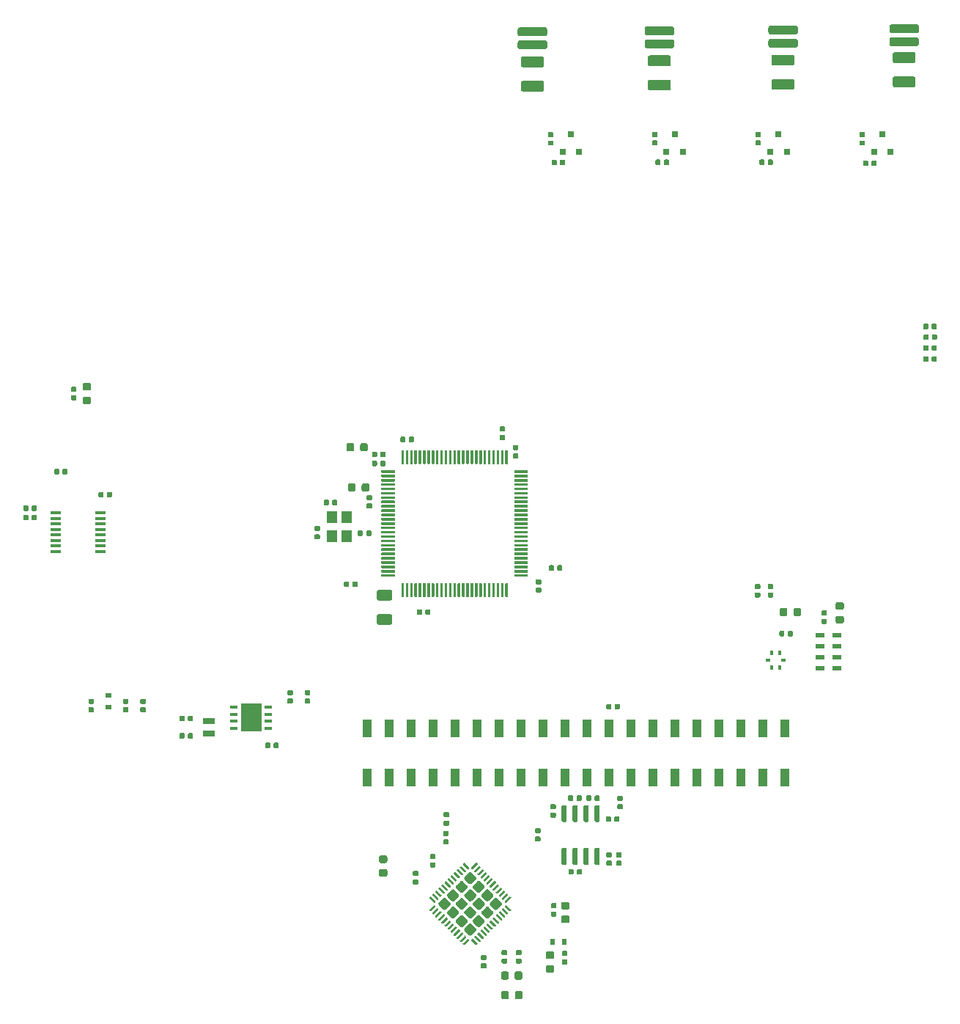
<source format=gbr>
G04 #@! TF.GenerationSoftware,KiCad,Pcbnew,5.1.5-52549c5~86~ubuntu16.04.1*
G04 #@! TF.CreationDate,2020-07-05T11:22:45-05:00*
G04 #@! TF.ProjectId,keep_breathing_ctrl,6b656570-5f62-4726-9561-7468696e675f,rev?*
G04 #@! TF.SameCoordinates,Original*
G04 #@! TF.FileFunction,Paste,Bot*
G04 #@! TF.FilePolarity,Positive*
%FSLAX46Y46*%
G04 Gerber Fmt 4.6, Leading zero omitted, Abs format (unit mm)*
G04 Created by KiCad (PCBNEW 5.1.5-52549c5~86~ubuntu16.04.1) date 2020-07-05 11:22:45*
%MOMM*%
%LPD*%
G04 APERTURE LIST*
%ADD10C,0.100000*%
%ADD11R,1.020000X2.100000*%
%ADD12R,0.800100X0.800100*%
%ADD13R,1.198880X1.399540*%
%ADD14R,0.700000X0.600000*%
%ADD15R,0.600000X0.700000*%
%ADD16R,1.400000X0.750000*%
%ADD17R,0.500000X0.350000*%
%ADD18R,0.350000X0.500000*%
%ADD19R,1.000000X0.550000*%
%ADD20R,1.200000X0.400000*%
%ADD21R,2.350000X3.250000*%
%ADD22R,0.950000X0.350000*%
G04 APERTURE END LIST*
D10*
G36*
X182066958Y-67430710D02*
G01*
X182081276Y-67432834D01*
X182095317Y-67436351D01*
X182108946Y-67441228D01*
X182122031Y-67447417D01*
X182134447Y-67454858D01*
X182146073Y-67463481D01*
X182156798Y-67473202D01*
X182166519Y-67483927D01*
X182175142Y-67495553D01*
X182182583Y-67507969D01*
X182188772Y-67521054D01*
X182193649Y-67534683D01*
X182197166Y-67548724D01*
X182199290Y-67563042D01*
X182200000Y-67577500D01*
X182200000Y-67922500D01*
X182199290Y-67936958D01*
X182197166Y-67951276D01*
X182193649Y-67965317D01*
X182188772Y-67978946D01*
X182182583Y-67992031D01*
X182175142Y-68004447D01*
X182166519Y-68016073D01*
X182156798Y-68026798D01*
X182146073Y-68036519D01*
X182134447Y-68045142D01*
X182122031Y-68052583D01*
X182108946Y-68058772D01*
X182095317Y-68063649D01*
X182081276Y-68067166D01*
X182066958Y-68069290D01*
X182052500Y-68070000D01*
X181757500Y-68070000D01*
X181743042Y-68069290D01*
X181728724Y-68067166D01*
X181714683Y-68063649D01*
X181701054Y-68058772D01*
X181687969Y-68052583D01*
X181675553Y-68045142D01*
X181663927Y-68036519D01*
X181653202Y-68026798D01*
X181643481Y-68016073D01*
X181634858Y-68004447D01*
X181627417Y-67992031D01*
X181621228Y-67978946D01*
X181616351Y-67965317D01*
X181612834Y-67951276D01*
X181610710Y-67936958D01*
X181610000Y-67922500D01*
X181610000Y-67577500D01*
X181610710Y-67563042D01*
X181612834Y-67548724D01*
X181616351Y-67534683D01*
X181621228Y-67521054D01*
X181627417Y-67507969D01*
X181634858Y-67495553D01*
X181643481Y-67483927D01*
X181653202Y-67473202D01*
X181663927Y-67463481D01*
X181675553Y-67454858D01*
X181687969Y-67447417D01*
X181701054Y-67441228D01*
X181714683Y-67436351D01*
X181728724Y-67432834D01*
X181743042Y-67430710D01*
X181757500Y-67430000D01*
X182052500Y-67430000D01*
X182066958Y-67430710D01*
G37*
G36*
X181096958Y-67430710D02*
G01*
X181111276Y-67432834D01*
X181125317Y-67436351D01*
X181138946Y-67441228D01*
X181152031Y-67447417D01*
X181164447Y-67454858D01*
X181176073Y-67463481D01*
X181186798Y-67473202D01*
X181196519Y-67483927D01*
X181205142Y-67495553D01*
X181212583Y-67507969D01*
X181218772Y-67521054D01*
X181223649Y-67534683D01*
X181227166Y-67548724D01*
X181229290Y-67563042D01*
X181230000Y-67577500D01*
X181230000Y-67922500D01*
X181229290Y-67936958D01*
X181227166Y-67951276D01*
X181223649Y-67965317D01*
X181218772Y-67978946D01*
X181212583Y-67992031D01*
X181205142Y-68004447D01*
X181196519Y-68016073D01*
X181186798Y-68026798D01*
X181176073Y-68036519D01*
X181164447Y-68045142D01*
X181152031Y-68052583D01*
X181138946Y-68058772D01*
X181125317Y-68063649D01*
X181111276Y-68067166D01*
X181096958Y-68069290D01*
X181082500Y-68070000D01*
X180787500Y-68070000D01*
X180773042Y-68069290D01*
X180758724Y-68067166D01*
X180744683Y-68063649D01*
X180731054Y-68058772D01*
X180717969Y-68052583D01*
X180705553Y-68045142D01*
X180693927Y-68036519D01*
X180683202Y-68026798D01*
X180673481Y-68016073D01*
X180664858Y-68004447D01*
X180657417Y-67992031D01*
X180651228Y-67978946D01*
X180646351Y-67965317D01*
X180642834Y-67951276D01*
X180640710Y-67936958D01*
X180640000Y-67922500D01*
X180640000Y-67577500D01*
X180640710Y-67563042D01*
X180642834Y-67548724D01*
X180646351Y-67534683D01*
X180651228Y-67521054D01*
X180657417Y-67507969D01*
X180664858Y-67495553D01*
X180673481Y-67483927D01*
X180683202Y-67473202D01*
X180693927Y-67463481D01*
X180705553Y-67454858D01*
X180717969Y-67447417D01*
X180731054Y-67441228D01*
X180744683Y-67436351D01*
X180758724Y-67432834D01*
X180773042Y-67430710D01*
X180787500Y-67430000D01*
X181082500Y-67430000D01*
X181096958Y-67430710D01*
G37*
G36*
X150166958Y-48480710D02*
G01*
X150181276Y-48482834D01*
X150195317Y-48486351D01*
X150208946Y-48491228D01*
X150222031Y-48497417D01*
X150234447Y-48504858D01*
X150246073Y-48513481D01*
X150256798Y-48523202D01*
X150266519Y-48533927D01*
X150275142Y-48545553D01*
X150282583Y-48557969D01*
X150288772Y-48571054D01*
X150293649Y-48584683D01*
X150297166Y-48598724D01*
X150299290Y-48613042D01*
X150300000Y-48627500D01*
X150300000Y-48972500D01*
X150299290Y-48986958D01*
X150297166Y-49001276D01*
X150293649Y-49015317D01*
X150288772Y-49028946D01*
X150282583Y-49042031D01*
X150275142Y-49054447D01*
X150266519Y-49066073D01*
X150256798Y-49076798D01*
X150246073Y-49086519D01*
X150234447Y-49095142D01*
X150222031Y-49102583D01*
X150208946Y-49108772D01*
X150195317Y-49113649D01*
X150181276Y-49117166D01*
X150166958Y-49119290D01*
X150152500Y-49120000D01*
X149857500Y-49120000D01*
X149843042Y-49119290D01*
X149828724Y-49117166D01*
X149814683Y-49113649D01*
X149801054Y-49108772D01*
X149787969Y-49102583D01*
X149775553Y-49095142D01*
X149763927Y-49086519D01*
X149753202Y-49076798D01*
X149743481Y-49066073D01*
X149734858Y-49054447D01*
X149727417Y-49042031D01*
X149721228Y-49028946D01*
X149716351Y-49015317D01*
X149712834Y-49001276D01*
X149710710Y-48986958D01*
X149710000Y-48972500D01*
X149710000Y-48627500D01*
X149710710Y-48613042D01*
X149712834Y-48598724D01*
X149716351Y-48584683D01*
X149721228Y-48571054D01*
X149727417Y-48557969D01*
X149734858Y-48545553D01*
X149743481Y-48533927D01*
X149753202Y-48523202D01*
X149763927Y-48513481D01*
X149775553Y-48504858D01*
X149787969Y-48497417D01*
X149801054Y-48491228D01*
X149814683Y-48486351D01*
X149828724Y-48482834D01*
X149843042Y-48480710D01*
X149857500Y-48480000D01*
X150152500Y-48480000D01*
X150166958Y-48480710D01*
G37*
G36*
X151136958Y-48480710D02*
G01*
X151151276Y-48482834D01*
X151165317Y-48486351D01*
X151178946Y-48491228D01*
X151192031Y-48497417D01*
X151204447Y-48504858D01*
X151216073Y-48513481D01*
X151226798Y-48523202D01*
X151236519Y-48533927D01*
X151245142Y-48545553D01*
X151252583Y-48557969D01*
X151258772Y-48571054D01*
X151263649Y-48584683D01*
X151267166Y-48598724D01*
X151269290Y-48613042D01*
X151270000Y-48627500D01*
X151270000Y-48972500D01*
X151269290Y-48986958D01*
X151267166Y-49001276D01*
X151263649Y-49015317D01*
X151258772Y-49028946D01*
X151252583Y-49042031D01*
X151245142Y-49054447D01*
X151236519Y-49066073D01*
X151226798Y-49076798D01*
X151216073Y-49086519D01*
X151204447Y-49095142D01*
X151192031Y-49102583D01*
X151178946Y-49108772D01*
X151165317Y-49113649D01*
X151151276Y-49117166D01*
X151136958Y-49119290D01*
X151122500Y-49120000D01*
X150827500Y-49120000D01*
X150813042Y-49119290D01*
X150798724Y-49117166D01*
X150784683Y-49113649D01*
X150771054Y-49108772D01*
X150757969Y-49102583D01*
X150745553Y-49095142D01*
X150733927Y-49086519D01*
X150723202Y-49076798D01*
X150713481Y-49066073D01*
X150704858Y-49054447D01*
X150697417Y-49042031D01*
X150691228Y-49028946D01*
X150686351Y-49015317D01*
X150682834Y-49001276D01*
X150680710Y-48986958D01*
X150680000Y-48972500D01*
X150680000Y-48627500D01*
X150680710Y-48613042D01*
X150682834Y-48598724D01*
X150686351Y-48584683D01*
X150691228Y-48571054D01*
X150697417Y-48557969D01*
X150704858Y-48545553D01*
X150713481Y-48533927D01*
X150723202Y-48523202D01*
X150733927Y-48513481D01*
X150745553Y-48504858D01*
X150757969Y-48497417D01*
X150771054Y-48491228D01*
X150784683Y-48486351D01*
X150798724Y-48482834D01*
X150813042Y-48480710D01*
X150827500Y-48480000D01*
X151122500Y-48480000D01*
X151136958Y-48480710D01*
G37*
G36*
X141076958Y-130390710D02*
G01*
X141091276Y-130392834D01*
X141105317Y-130396351D01*
X141118946Y-130401228D01*
X141132031Y-130407417D01*
X141144447Y-130414858D01*
X141156073Y-130423481D01*
X141166798Y-130433202D01*
X141176519Y-130443927D01*
X141185142Y-130455553D01*
X141192583Y-130467969D01*
X141198772Y-130481054D01*
X141203649Y-130494683D01*
X141207166Y-130508724D01*
X141209290Y-130523042D01*
X141210000Y-130537500D01*
X141210000Y-130882500D01*
X141209290Y-130896958D01*
X141207166Y-130911276D01*
X141203649Y-130925317D01*
X141198772Y-130938946D01*
X141192583Y-130952031D01*
X141185142Y-130964447D01*
X141176519Y-130976073D01*
X141166798Y-130986798D01*
X141156073Y-130996519D01*
X141144447Y-131005142D01*
X141132031Y-131012583D01*
X141118946Y-131018772D01*
X141105317Y-131023649D01*
X141091276Y-131027166D01*
X141076958Y-131029290D01*
X141062500Y-131030000D01*
X140767500Y-131030000D01*
X140753042Y-131029290D01*
X140738724Y-131027166D01*
X140724683Y-131023649D01*
X140711054Y-131018772D01*
X140697969Y-131012583D01*
X140685553Y-131005142D01*
X140673927Y-130996519D01*
X140663202Y-130986798D01*
X140653481Y-130976073D01*
X140644858Y-130964447D01*
X140637417Y-130952031D01*
X140631228Y-130938946D01*
X140626351Y-130925317D01*
X140622834Y-130911276D01*
X140620710Y-130896958D01*
X140620000Y-130882500D01*
X140620000Y-130537500D01*
X140620710Y-130523042D01*
X140622834Y-130508724D01*
X140626351Y-130494683D01*
X140631228Y-130481054D01*
X140637417Y-130467969D01*
X140644858Y-130455553D01*
X140653481Y-130443927D01*
X140663202Y-130433202D01*
X140673927Y-130423481D01*
X140685553Y-130414858D01*
X140697969Y-130407417D01*
X140711054Y-130401228D01*
X140724683Y-130396351D01*
X140738724Y-130392834D01*
X140753042Y-130390710D01*
X140767500Y-130390000D01*
X141062500Y-130390000D01*
X141076958Y-130390710D01*
G37*
G36*
X140106958Y-130390710D02*
G01*
X140121276Y-130392834D01*
X140135317Y-130396351D01*
X140148946Y-130401228D01*
X140162031Y-130407417D01*
X140174447Y-130414858D01*
X140186073Y-130423481D01*
X140196798Y-130433202D01*
X140206519Y-130443927D01*
X140215142Y-130455553D01*
X140222583Y-130467969D01*
X140228772Y-130481054D01*
X140233649Y-130494683D01*
X140237166Y-130508724D01*
X140239290Y-130523042D01*
X140240000Y-130537500D01*
X140240000Y-130882500D01*
X140239290Y-130896958D01*
X140237166Y-130911276D01*
X140233649Y-130925317D01*
X140228772Y-130938946D01*
X140222583Y-130952031D01*
X140215142Y-130964447D01*
X140206519Y-130976073D01*
X140196798Y-130986798D01*
X140186073Y-130996519D01*
X140174447Y-131005142D01*
X140162031Y-131012583D01*
X140148946Y-131018772D01*
X140135317Y-131023649D01*
X140121276Y-131027166D01*
X140106958Y-131029290D01*
X140092500Y-131030000D01*
X139797500Y-131030000D01*
X139783042Y-131029290D01*
X139768724Y-131027166D01*
X139754683Y-131023649D01*
X139741054Y-131018772D01*
X139727969Y-131012583D01*
X139715553Y-131005142D01*
X139703927Y-130996519D01*
X139693202Y-130986798D01*
X139683481Y-130976073D01*
X139674858Y-130964447D01*
X139667417Y-130952031D01*
X139661228Y-130938946D01*
X139656351Y-130925317D01*
X139652834Y-130911276D01*
X139650710Y-130896958D01*
X139650000Y-130882500D01*
X139650000Y-130537500D01*
X139650710Y-130523042D01*
X139652834Y-130508724D01*
X139656351Y-130494683D01*
X139661228Y-130481054D01*
X139667417Y-130467969D01*
X139674858Y-130455553D01*
X139683481Y-130443927D01*
X139693202Y-130433202D01*
X139703927Y-130423481D01*
X139715553Y-130414858D01*
X139727969Y-130407417D01*
X139741054Y-130401228D01*
X139754683Y-130396351D01*
X139768724Y-130392834D01*
X139783042Y-130390710D01*
X139797500Y-130390000D01*
X140092500Y-130390000D01*
X140106958Y-130390710D01*
G37*
G36*
X124151874Y-134514578D02*
G01*
X124157941Y-134515478D01*
X124163891Y-134516968D01*
X124169666Y-134519035D01*
X124175210Y-134521657D01*
X124180471Y-134524810D01*
X124185398Y-134528464D01*
X124189942Y-134532583D01*
X124278330Y-134620971D01*
X124282449Y-134625515D01*
X124286103Y-134630442D01*
X124289256Y-134635703D01*
X124291878Y-134641247D01*
X124293945Y-134647022D01*
X124295435Y-134652972D01*
X124296335Y-134659039D01*
X124296636Y-134665165D01*
X124296335Y-134671291D01*
X124295435Y-134677358D01*
X124293945Y-134683308D01*
X124291878Y-134689083D01*
X124289256Y-134694627D01*
X124286103Y-134699888D01*
X124282449Y-134704815D01*
X124278330Y-134709359D01*
X123748000Y-135239689D01*
X123743456Y-135243808D01*
X123738529Y-135247462D01*
X123733268Y-135250615D01*
X123727724Y-135253237D01*
X123721949Y-135255304D01*
X123715999Y-135256794D01*
X123709932Y-135257694D01*
X123703806Y-135257995D01*
X123697680Y-135257694D01*
X123691613Y-135256794D01*
X123685663Y-135255304D01*
X123679888Y-135253237D01*
X123674344Y-135250615D01*
X123669083Y-135247462D01*
X123664156Y-135243808D01*
X123659612Y-135239689D01*
X123571224Y-135151301D01*
X123567105Y-135146757D01*
X123563451Y-135141830D01*
X123560298Y-135136569D01*
X123557676Y-135131025D01*
X123555609Y-135125250D01*
X123554119Y-135119300D01*
X123553219Y-135113233D01*
X123552918Y-135107107D01*
X123553219Y-135100981D01*
X123554119Y-135094914D01*
X123555609Y-135088964D01*
X123557676Y-135083189D01*
X123560298Y-135077645D01*
X123563451Y-135072384D01*
X123567105Y-135067457D01*
X123571224Y-135062913D01*
X124101554Y-134532583D01*
X124106098Y-134528464D01*
X124111025Y-134524810D01*
X124116286Y-134521657D01*
X124121830Y-134519035D01*
X124127605Y-134516968D01*
X124133555Y-134515478D01*
X124139622Y-134514578D01*
X124145748Y-134514277D01*
X124151874Y-134514578D01*
G37*
G36*
X124505427Y-134868131D02*
G01*
X124511494Y-134869031D01*
X124517444Y-134870521D01*
X124523219Y-134872588D01*
X124528763Y-134875210D01*
X124534024Y-134878363D01*
X124538951Y-134882017D01*
X124543495Y-134886136D01*
X124631883Y-134974524D01*
X124636002Y-134979068D01*
X124639656Y-134983995D01*
X124642809Y-134989256D01*
X124645431Y-134994800D01*
X124647498Y-135000575D01*
X124648988Y-135006525D01*
X124649888Y-135012592D01*
X124650189Y-135018718D01*
X124649888Y-135024844D01*
X124648988Y-135030911D01*
X124647498Y-135036861D01*
X124645431Y-135042636D01*
X124642809Y-135048180D01*
X124639656Y-135053441D01*
X124636002Y-135058368D01*
X124631883Y-135062912D01*
X124101553Y-135593242D01*
X124097009Y-135597361D01*
X124092082Y-135601015D01*
X124086821Y-135604168D01*
X124081277Y-135606790D01*
X124075502Y-135608857D01*
X124069552Y-135610347D01*
X124063485Y-135611247D01*
X124057359Y-135611548D01*
X124051233Y-135611247D01*
X124045166Y-135610347D01*
X124039216Y-135608857D01*
X124033441Y-135606790D01*
X124027897Y-135604168D01*
X124022636Y-135601015D01*
X124017709Y-135597361D01*
X124013165Y-135593242D01*
X123924777Y-135504854D01*
X123920658Y-135500310D01*
X123917004Y-135495383D01*
X123913851Y-135490122D01*
X123911229Y-135484578D01*
X123909162Y-135478803D01*
X123907672Y-135472853D01*
X123906772Y-135466786D01*
X123906471Y-135460660D01*
X123906772Y-135454534D01*
X123907672Y-135448467D01*
X123909162Y-135442517D01*
X123911229Y-135436742D01*
X123913851Y-135431198D01*
X123917004Y-135425937D01*
X123920658Y-135421010D01*
X123924777Y-135416466D01*
X124455107Y-134886136D01*
X124459651Y-134882017D01*
X124464578Y-134878363D01*
X124469839Y-134875210D01*
X124475383Y-134872588D01*
X124481158Y-134870521D01*
X124487108Y-134869031D01*
X124493175Y-134868131D01*
X124499301Y-134867830D01*
X124505427Y-134868131D01*
G37*
G36*
X124858981Y-135221685D02*
G01*
X124865048Y-135222585D01*
X124870998Y-135224075D01*
X124876773Y-135226142D01*
X124882317Y-135228764D01*
X124887578Y-135231917D01*
X124892505Y-135235571D01*
X124897049Y-135239690D01*
X124985437Y-135328078D01*
X124989556Y-135332622D01*
X124993210Y-135337549D01*
X124996363Y-135342810D01*
X124998985Y-135348354D01*
X125001052Y-135354129D01*
X125002542Y-135360079D01*
X125003442Y-135366146D01*
X125003743Y-135372272D01*
X125003442Y-135378398D01*
X125002542Y-135384465D01*
X125001052Y-135390415D01*
X124998985Y-135396190D01*
X124996363Y-135401734D01*
X124993210Y-135406995D01*
X124989556Y-135411922D01*
X124985437Y-135416466D01*
X124455107Y-135946796D01*
X124450563Y-135950915D01*
X124445636Y-135954569D01*
X124440375Y-135957722D01*
X124434831Y-135960344D01*
X124429056Y-135962411D01*
X124423106Y-135963901D01*
X124417039Y-135964801D01*
X124410913Y-135965102D01*
X124404787Y-135964801D01*
X124398720Y-135963901D01*
X124392770Y-135962411D01*
X124386995Y-135960344D01*
X124381451Y-135957722D01*
X124376190Y-135954569D01*
X124371263Y-135950915D01*
X124366719Y-135946796D01*
X124278331Y-135858408D01*
X124274212Y-135853864D01*
X124270558Y-135848937D01*
X124267405Y-135843676D01*
X124264783Y-135838132D01*
X124262716Y-135832357D01*
X124261226Y-135826407D01*
X124260326Y-135820340D01*
X124260025Y-135814214D01*
X124260326Y-135808088D01*
X124261226Y-135802021D01*
X124262716Y-135796071D01*
X124264783Y-135790296D01*
X124267405Y-135784752D01*
X124270558Y-135779491D01*
X124274212Y-135774564D01*
X124278331Y-135770020D01*
X124808661Y-135239690D01*
X124813205Y-135235571D01*
X124818132Y-135231917D01*
X124823393Y-135228764D01*
X124828937Y-135226142D01*
X124834712Y-135224075D01*
X124840662Y-135222585D01*
X124846729Y-135221685D01*
X124852855Y-135221384D01*
X124858981Y-135221685D01*
G37*
G36*
X125212534Y-135575238D02*
G01*
X125218601Y-135576138D01*
X125224551Y-135577628D01*
X125230326Y-135579695D01*
X125235870Y-135582317D01*
X125241131Y-135585470D01*
X125246058Y-135589124D01*
X125250602Y-135593243D01*
X125338990Y-135681631D01*
X125343109Y-135686175D01*
X125346763Y-135691102D01*
X125349916Y-135696363D01*
X125352538Y-135701907D01*
X125354605Y-135707682D01*
X125356095Y-135713632D01*
X125356995Y-135719699D01*
X125357296Y-135725825D01*
X125356995Y-135731951D01*
X125356095Y-135738018D01*
X125354605Y-135743968D01*
X125352538Y-135749743D01*
X125349916Y-135755287D01*
X125346763Y-135760548D01*
X125343109Y-135765475D01*
X125338990Y-135770019D01*
X124808660Y-136300349D01*
X124804116Y-136304468D01*
X124799189Y-136308122D01*
X124793928Y-136311275D01*
X124788384Y-136313897D01*
X124782609Y-136315964D01*
X124776659Y-136317454D01*
X124770592Y-136318354D01*
X124764466Y-136318655D01*
X124758340Y-136318354D01*
X124752273Y-136317454D01*
X124746323Y-136315964D01*
X124740548Y-136313897D01*
X124735004Y-136311275D01*
X124729743Y-136308122D01*
X124724816Y-136304468D01*
X124720272Y-136300349D01*
X124631884Y-136211961D01*
X124627765Y-136207417D01*
X124624111Y-136202490D01*
X124620958Y-136197229D01*
X124618336Y-136191685D01*
X124616269Y-136185910D01*
X124614779Y-136179960D01*
X124613879Y-136173893D01*
X124613578Y-136167767D01*
X124613879Y-136161641D01*
X124614779Y-136155574D01*
X124616269Y-136149624D01*
X124618336Y-136143849D01*
X124620958Y-136138305D01*
X124624111Y-136133044D01*
X124627765Y-136128117D01*
X124631884Y-136123573D01*
X125162214Y-135593243D01*
X125166758Y-135589124D01*
X125171685Y-135585470D01*
X125176946Y-135582317D01*
X125182490Y-135579695D01*
X125188265Y-135577628D01*
X125194215Y-135576138D01*
X125200282Y-135575238D01*
X125206408Y-135574937D01*
X125212534Y-135575238D01*
G37*
G36*
X125566087Y-135928791D02*
G01*
X125572154Y-135929691D01*
X125578104Y-135931181D01*
X125583879Y-135933248D01*
X125589423Y-135935870D01*
X125594684Y-135939023D01*
X125599611Y-135942677D01*
X125604155Y-135946796D01*
X125692543Y-136035184D01*
X125696662Y-136039728D01*
X125700316Y-136044655D01*
X125703469Y-136049916D01*
X125706091Y-136055460D01*
X125708158Y-136061235D01*
X125709648Y-136067185D01*
X125710548Y-136073252D01*
X125710849Y-136079378D01*
X125710548Y-136085504D01*
X125709648Y-136091571D01*
X125708158Y-136097521D01*
X125706091Y-136103296D01*
X125703469Y-136108840D01*
X125700316Y-136114101D01*
X125696662Y-136119028D01*
X125692543Y-136123572D01*
X125162213Y-136653902D01*
X125157669Y-136658021D01*
X125152742Y-136661675D01*
X125147481Y-136664828D01*
X125141937Y-136667450D01*
X125136162Y-136669517D01*
X125130212Y-136671007D01*
X125124145Y-136671907D01*
X125118019Y-136672208D01*
X125111893Y-136671907D01*
X125105826Y-136671007D01*
X125099876Y-136669517D01*
X125094101Y-136667450D01*
X125088557Y-136664828D01*
X125083296Y-136661675D01*
X125078369Y-136658021D01*
X125073825Y-136653902D01*
X124985437Y-136565514D01*
X124981318Y-136560970D01*
X124977664Y-136556043D01*
X124974511Y-136550782D01*
X124971889Y-136545238D01*
X124969822Y-136539463D01*
X124968332Y-136533513D01*
X124967432Y-136527446D01*
X124967131Y-136521320D01*
X124967432Y-136515194D01*
X124968332Y-136509127D01*
X124969822Y-136503177D01*
X124971889Y-136497402D01*
X124974511Y-136491858D01*
X124977664Y-136486597D01*
X124981318Y-136481670D01*
X124985437Y-136477126D01*
X125515767Y-135946796D01*
X125520311Y-135942677D01*
X125525238Y-135939023D01*
X125530499Y-135935870D01*
X125536043Y-135933248D01*
X125541818Y-135931181D01*
X125547768Y-135929691D01*
X125553835Y-135928791D01*
X125559961Y-135928490D01*
X125566087Y-135928791D01*
G37*
G36*
X125919641Y-136282345D02*
G01*
X125925708Y-136283245D01*
X125931658Y-136284735D01*
X125937433Y-136286802D01*
X125942977Y-136289424D01*
X125948238Y-136292577D01*
X125953165Y-136296231D01*
X125957709Y-136300350D01*
X126046097Y-136388738D01*
X126050216Y-136393282D01*
X126053870Y-136398209D01*
X126057023Y-136403470D01*
X126059645Y-136409014D01*
X126061712Y-136414789D01*
X126063202Y-136420739D01*
X126064102Y-136426806D01*
X126064403Y-136432932D01*
X126064102Y-136439058D01*
X126063202Y-136445125D01*
X126061712Y-136451075D01*
X126059645Y-136456850D01*
X126057023Y-136462394D01*
X126053870Y-136467655D01*
X126050216Y-136472582D01*
X126046097Y-136477126D01*
X125515767Y-137007456D01*
X125511223Y-137011575D01*
X125506296Y-137015229D01*
X125501035Y-137018382D01*
X125495491Y-137021004D01*
X125489716Y-137023071D01*
X125483766Y-137024561D01*
X125477699Y-137025461D01*
X125471573Y-137025762D01*
X125465447Y-137025461D01*
X125459380Y-137024561D01*
X125453430Y-137023071D01*
X125447655Y-137021004D01*
X125442111Y-137018382D01*
X125436850Y-137015229D01*
X125431923Y-137011575D01*
X125427379Y-137007456D01*
X125338991Y-136919068D01*
X125334872Y-136914524D01*
X125331218Y-136909597D01*
X125328065Y-136904336D01*
X125325443Y-136898792D01*
X125323376Y-136893017D01*
X125321886Y-136887067D01*
X125320986Y-136881000D01*
X125320685Y-136874874D01*
X125320986Y-136868748D01*
X125321886Y-136862681D01*
X125323376Y-136856731D01*
X125325443Y-136850956D01*
X125328065Y-136845412D01*
X125331218Y-136840151D01*
X125334872Y-136835224D01*
X125338991Y-136830680D01*
X125869321Y-136300350D01*
X125873865Y-136296231D01*
X125878792Y-136292577D01*
X125884053Y-136289424D01*
X125889597Y-136286802D01*
X125895372Y-136284735D01*
X125901322Y-136283245D01*
X125907389Y-136282345D01*
X125913515Y-136282044D01*
X125919641Y-136282345D01*
G37*
G36*
X126273194Y-136635898D02*
G01*
X126279261Y-136636798D01*
X126285211Y-136638288D01*
X126290986Y-136640355D01*
X126296530Y-136642977D01*
X126301791Y-136646130D01*
X126306718Y-136649784D01*
X126311262Y-136653903D01*
X126399650Y-136742291D01*
X126403769Y-136746835D01*
X126407423Y-136751762D01*
X126410576Y-136757023D01*
X126413198Y-136762567D01*
X126415265Y-136768342D01*
X126416755Y-136774292D01*
X126417655Y-136780359D01*
X126417956Y-136786485D01*
X126417655Y-136792611D01*
X126416755Y-136798678D01*
X126415265Y-136804628D01*
X126413198Y-136810403D01*
X126410576Y-136815947D01*
X126407423Y-136821208D01*
X126403769Y-136826135D01*
X126399650Y-136830679D01*
X125869320Y-137361009D01*
X125864776Y-137365128D01*
X125859849Y-137368782D01*
X125854588Y-137371935D01*
X125849044Y-137374557D01*
X125843269Y-137376624D01*
X125837319Y-137378114D01*
X125831252Y-137379014D01*
X125825126Y-137379315D01*
X125819000Y-137379014D01*
X125812933Y-137378114D01*
X125806983Y-137376624D01*
X125801208Y-137374557D01*
X125795664Y-137371935D01*
X125790403Y-137368782D01*
X125785476Y-137365128D01*
X125780932Y-137361009D01*
X125692544Y-137272621D01*
X125688425Y-137268077D01*
X125684771Y-137263150D01*
X125681618Y-137257889D01*
X125678996Y-137252345D01*
X125676929Y-137246570D01*
X125675439Y-137240620D01*
X125674539Y-137234553D01*
X125674238Y-137228427D01*
X125674539Y-137222301D01*
X125675439Y-137216234D01*
X125676929Y-137210284D01*
X125678996Y-137204509D01*
X125681618Y-137198965D01*
X125684771Y-137193704D01*
X125688425Y-137188777D01*
X125692544Y-137184233D01*
X126222874Y-136653903D01*
X126227418Y-136649784D01*
X126232345Y-136646130D01*
X126237606Y-136642977D01*
X126243150Y-136640355D01*
X126248925Y-136638288D01*
X126254875Y-136636798D01*
X126260942Y-136635898D01*
X126267068Y-136635597D01*
X126273194Y-136635898D01*
G37*
G36*
X126626748Y-136989452D02*
G01*
X126632815Y-136990352D01*
X126638765Y-136991842D01*
X126644540Y-136993909D01*
X126650084Y-136996531D01*
X126655345Y-136999684D01*
X126660272Y-137003338D01*
X126664816Y-137007457D01*
X126753204Y-137095845D01*
X126757323Y-137100389D01*
X126760977Y-137105316D01*
X126764130Y-137110577D01*
X126766752Y-137116121D01*
X126768819Y-137121896D01*
X126770309Y-137127846D01*
X126771209Y-137133913D01*
X126771510Y-137140039D01*
X126771209Y-137146165D01*
X126770309Y-137152232D01*
X126768819Y-137158182D01*
X126766752Y-137163957D01*
X126764130Y-137169501D01*
X126760977Y-137174762D01*
X126757323Y-137179689D01*
X126753204Y-137184233D01*
X126222874Y-137714563D01*
X126218330Y-137718682D01*
X126213403Y-137722336D01*
X126208142Y-137725489D01*
X126202598Y-137728111D01*
X126196823Y-137730178D01*
X126190873Y-137731668D01*
X126184806Y-137732568D01*
X126178680Y-137732869D01*
X126172554Y-137732568D01*
X126166487Y-137731668D01*
X126160537Y-137730178D01*
X126154762Y-137728111D01*
X126149218Y-137725489D01*
X126143957Y-137722336D01*
X126139030Y-137718682D01*
X126134486Y-137714563D01*
X126046098Y-137626175D01*
X126041979Y-137621631D01*
X126038325Y-137616704D01*
X126035172Y-137611443D01*
X126032550Y-137605899D01*
X126030483Y-137600124D01*
X126028993Y-137594174D01*
X126028093Y-137588107D01*
X126027792Y-137581981D01*
X126028093Y-137575855D01*
X126028993Y-137569788D01*
X126030483Y-137563838D01*
X126032550Y-137558063D01*
X126035172Y-137552519D01*
X126038325Y-137547258D01*
X126041979Y-137542331D01*
X126046098Y-137537787D01*
X126576428Y-137007457D01*
X126580972Y-137003338D01*
X126585899Y-136999684D01*
X126591160Y-136996531D01*
X126596704Y-136993909D01*
X126602479Y-136991842D01*
X126608429Y-136990352D01*
X126614496Y-136989452D01*
X126620622Y-136989151D01*
X126626748Y-136989452D01*
G37*
G36*
X126980301Y-137343005D02*
G01*
X126986368Y-137343905D01*
X126992318Y-137345395D01*
X126998093Y-137347462D01*
X127003637Y-137350084D01*
X127008898Y-137353237D01*
X127013825Y-137356891D01*
X127018369Y-137361010D01*
X127106757Y-137449398D01*
X127110876Y-137453942D01*
X127114530Y-137458869D01*
X127117683Y-137464130D01*
X127120305Y-137469674D01*
X127122372Y-137475449D01*
X127123862Y-137481399D01*
X127124762Y-137487466D01*
X127125063Y-137493592D01*
X127124762Y-137499718D01*
X127123862Y-137505785D01*
X127122372Y-137511735D01*
X127120305Y-137517510D01*
X127117683Y-137523054D01*
X127114530Y-137528315D01*
X127110876Y-137533242D01*
X127106757Y-137537786D01*
X126576427Y-138068116D01*
X126571883Y-138072235D01*
X126566956Y-138075889D01*
X126561695Y-138079042D01*
X126556151Y-138081664D01*
X126550376Y-138083731D01*
X126544426Y-138085221D01*
X126538359Y-138086121D01*
X126532233Y-138086422D01*
X126526107Y-138086121D01*
X126520040Y-138085221D01*
X126514090Y-138083731D01*
X126508315Y-138081664D01*
X126502771Y-138079042D01*
X126497510Y-138075889D01*
X126492583Y-138072235D01*
X126488039Y-138068116D01*
X126399651Y-137979728D01*
X126395532Y-137975184D01*
X126391878Y-137970257D01*
X126388725Y-137964996D01*
X126386103Y-137959452D01*
X126384036Y-137953677D01*
X126382546Y-137947727D01*
X126381646Y-137941660D01*
X126381345Y-137935534D01*
X126381646Y-137929408D01*
X126382546Y-137923341D01*
X126384036Y-137917391D01*
X126386103Y-137911616D01*
X126388725Y-137906072D01*
X126391878Y-137900811D01*
X126395532Y-137895884D01*
X126399651Y-137891340D01*
X126929981Y-137361010D01*
X126934525Y-137356891D01*
X126939452Y-137353237D01*
X126944713Y-137350084D01*
X126950257Y-137347462D01*
X126956032Y-137345395D01*
X126961982Y-137343905D01*
X126968049Y-137343005D01*
X126974175Y-137342704D01*
X126980301Y-137343005D01*
G37*
G36*
X127333854Y-137696558D02*
G01*
X127339921Y-137697458D01*
X127345871Y-137698948D01*
X127351646Y-137701015D01*
X127357190Y-137703637D01*
X127362451Y-137706790D01*
X127367378Y-137710444D01*
X127371922Y-137714563D01*
X127460310Y-137802951D01*
X127464429Y-137807495D01*
X127468083Y-137812422D01*
X127471236Y-137817683D01*
X127473858Y-137823227D01*
X127475925Y-137829002D01*
X127477415Y-137834952D01*
X127478315Y-137841019D01*
X127478616Y-137847145D01*
X127478315Y-137853271D01*
X127477415Y-137859338D01*
X127475925Y-137865288D01*
X127473858Y-137871063D01*
X127471236Y-137876607D01*
X127468083Y-137881868D01*
X127464429Y-137886795D01*
X127460310Y-137891339D01*
X126929980Y-138421669D01*
X126925436Y-138425788D01*
X126920509Y-138429442D01*
X126915248Y-138432595D01*
X126909704Y-138435217D01*
X126903929Y-138437284D01*
X126897979Y-138438774D01*
X126891912Y-138439674D01*
X126885786Y-138439975D01*
X126879660Y-138439674D01*
X126873593Y-138438774D01*
X126867643Y-138437284D01*
X126861868Y-138435217D01*
X126856324Y-138432595D01*
X126851063Y-138429442D01*
X126846136Y-138425788D01*
X126841592Y-138421669D01*
X126753204Y-138333281D01*
X126749085Y-138328737D01*
X126745431Y-138323810D01*
X126742278Y-138318549D01*
X126739656Y-138313005D01*
X126737589Y-138307230D01*
X126736099Y-138301280D01*
X126735199Y-138295213D01*
X126734898Y-138289087D01*
X126735199Y-138282961D01*
X126736099Y-138276894D01*
X126737589Y-138270944D01*
X126739656Y-138265169D01*
X126742278Y-138259625D01*
X126745431Y-138254364D01*
X126749085Y-138249437D01*
X126753204Y-138244893D01*
X127283534Y-137714563D01*
X127288078Y-137710444D01*
X127293005Y-137706790D01*
X127298266Y-137703637D01*
X127303810Y-137701015D01*
X127309585Y-137698948D01*
X127315535Y-137697458D01*
X127321602Y-137696558D01*
X127327728Y-137696257D01*
X127333854Y-137696558D01*
G37*
G36*
X127687408Y-138050112D02*
G01*
X127693475Y-138051012D01*
X127699425Y-138052502D01*
X127705200Y-138054569D01*
X127710744Y-138057191D01*
X127716005Y-138060344D01*
X127720932Y-138063998D01*
X127725476Y-138068117D01*
X127813864Y-138156505D01*
X127817983Y-138161049D01*
X127821637Y-138165976D01*
X127824790Y-138171237D01*
X127827412Y-138176781D01*
X127829479Y-138182556D01*
X127830969Y-138188506D01*
X127831869Y-138194573D01*
X127832170Y-138200699D01*
X127831869Y-138206825D01*
X127830969Y-138212892D01*
X127829479Y-138218842D01*
X127827412Y-138224617D01*
X127824790Y-138230161D01*
X127821637Y-138235422D01*
X127817983Y-138240349D01*
X127813864Y-138244893D01*
X127283534Y-138775223D01*
X127278990Y-138779342D01*
X127274063Y-138782996D01*
X127268802Y-138786149D01*
X127263258Y-138788771D01*
X127257483Y-138790838D01*
X127251533Y-138792328D01*
X127245466Y-138793228D01*
X127239340Y-138793529D01*
X127233214Y-138793228D01*
X127227147Y-138792328D01*
X127221197Y-138790838D01*
X127215422Y-138788771D01*
X127209878Y-138786149D01*
X127204617Y-138782996D01*
X127199690Y-138779342D01*
X127195146Y-138775223D01*
X127106758Y-138686835D01*
X127102639Y-138682291D01*
X127098985Y-138677364D01*
X127095832Y-138672103D01*
X127093210Y-138666559D01*
X127091143Y-138660784D01*
X127089653Y-138654834D01*
X127088753Y-138648767D01*
X127088452Y-138642641D01*
X127088753Y-138636515D01*
X127089653Y-138630448D01*
X127091143Y-138624498D01*
X127093210Y-138618723D01*
X127095832Y-138613179D01*
X127098985Y-138607918D01*
X127102639Y-138602991D01*
X127106758Y-138598447D01*
X127637088Y-138068117D01*
X127641632Y-138063998D01*
X127646559Y-138060344D01*
X127651820Y-138057191D01*
X127657364Y-138054569D01*
X127663139Y-138052502D01*
X127669089Y-138051012D01*
X127675156Y-138050112D01*
X127681282Y-138049811D01*
X127687408Y-138050112D01*
G37*
G36*
X128040961Y-138403665D02*
G01*
X128047028Y-138404565D01*
X128052978Y-138406055D01*
X128058753Y-138408122D01*
X128064297Y-138410744D01*
X128069558Y-138413897D01*
X128074485Y-138417551D01*
X128079029Y-138421670D01*
X128167417Y-138510058D01*
X128171536Y-138514602D01*
X128175190Y-138519529D01*
X128178343Y-138524790D01*
X128180965Y-138530334D01*
X128183032Y-138536109D01*
X128184522Y-138542059D01*
X128185422Y-138548126D01*
X128185723Y-138554252D01*
X128185422Y-138560378D01*
X128184522Y-138566445D01*
X128183032Y-138572395D01*
X128180965Y-138578170D01*
X128178343Y-138583714D01*
X128175190Y-138588975D01*
X128171536Y-138593902D01*
X128167417Y-138598446D01*
X127637087Y-139128776D01*
X127632543Y-139132895D01*
X127627616Y-139136549D01*
X127622355Y-139139702D01*
X127616811Y-139142324D01*
X127611036Y-139144391D01*
X127605086Y-139145881D01*
X127599019Y-139146781D01*
X127592893Y-139147082D01*
X127586767Y-139146781D01*
X127580700Y-139145881D01*
X127574750Y-139144391D01*
X127568975Y-139142324D01*
X127563431Y-139139702D01*
X127558170Y-139136549D01*
X127553243Y-139132895D01*
X127548699Y-139128776D01*
X127460311Y-139040388D01*
X127456192Y-139035844D01*
X127452538Y-139030917D01*
X127449385Y-139025656D01*
X127446763Y-139020112D01*
X127444696Y-139014337D01*
X127443206Y-139008387D01*
X127442306Y-139002320D01*
X127442005Y-138996194D01*
X127442306Y-138990068D01*
X127443206Y-138984001D01*
X127444696Y-138978051D01*
X127446763Y-138972276D01*
X127449385Y-138966732D01*
X127452538Y-138961471D01*
X127456192Y-138956544D01*
X127460311Y-138952000D01*
X127990641Y-138421670D01*
X127995185Y-138417551D01*
X128000112Y-138413897D01*
X128005373Y-138410744D01*
X128010917Y-138408122D01*
X128016692Y-138406055D01*
X128022642Y-138404565D01*
X128028709Y-138403665D01*
X128034835Y-138403364D01*
X128040961Y-138403665D01*
G37*
G36*
X128571291Y-138403665D02*
G01*
X128577358Y-138404565D01*
X128583308Y-138406055D01*
X128589083Y-138408122D01*
X128594627Y-138410744D01*
X128599888Y-138413897D01*
X128604815Y-138417551D01*
X128609359Y-138421670D01*
X129139689Y-138952000D01*
X129143808Y-138956544D01*
X129147462Y-138961471D01*
X129150615Y-138966732D01*
X129153237Y-138972276D01*
X129155304Y-138978051D01*
X129156794Y-138984001D01*
X129157694Y-138990068D01*
X129157995Y-138996194D01*
X129157694Y-139002320D01*
X129156794Y-139008387D01*
X129155304Y-139014337D01*
X129153237Y-139020112D01*
X129150615Y-139025656D01*
X129147462Y-139030917D01*
X129143808Y-139035844D01*
X129139689Y-139040388D01*
X129051301Y-139128776D01*
X129046757Y-139132895D01*
X129041830Y-139136549D01*
X129036569Y-139139702D01*
X129031025Y-139142324D01*
X129025250Y-139144391D01*
X129019300Y-139145881D01*
X129013233Y-139146781D01*
X129007107Y-139147082D01*
X129000981Y-139146781D01*
X128994914Y-139145881D01*
X128988964Y-139144391D01*
X128983189Y-139142324D01*
X128977645Y-139139702D01*
X128972384Y-139136549D01*
X128967457Y-139132895D01*
X128962913Y-139128776D01*
X128432583Y-138598446D01*
X128428464Y-138593902D01*
X128424810Y-138588975D01*
X128421657Y-138583714D01*
X128419035Y-138578170D01*
X128416968Y-138572395D01*
X128415478Y-138566445D01*
X128414578Y-138560378D01*
X128414277Y-138554252D01*
X128414578Y-138548126D01*
X128415478Y-138542059D01*
X128416968Y-138536109D01*
X128419035Y-138530334D01*
X128421657Y-138524790D01*
X128424810Y-138519529D01*
X128428464Y-138514602D01*
X128432583Y-138510058D01*
X128520971Y-138421670D01*
X128525515Y-138417551D01*
X128530442Y-138413897D01*
X128535703Y-138410744D01*
X128541247Y-138408122D01*
X128547022Y-138406055D01*
X128552972Y-138404565D01*
X128559039Y-138403665D01*
X128565165Y-138403364D01*
X128571291Y-138403665D01*
G37*
G36*
X128924844Y-138050112D02*
G01*
X128930911Y-138051012D01*
X128936861Y-138052502D01*
X128942636Y-138054569D01*
X128948180Y-138057191D01*
X128953441Y-138060344D01*
X128958368Y-138063998D01*
X128962912Y-138068117D01*
X129493242Y-138598447D01*
X129497361Y-138602991D01*
X129501015Y-138607918D01*
X129504168Y-138613179D01*
X129506790Y-138618723D01*
X129508857Y-138624498D01*
X129510347Y-138630448D01*
X129511247Y-138636515D01*
X129511548Y-138642641D01*
X129511247Y-138648767D01*
X129510347Y-138654834D01*
X129508857Y-138660784D01*
X129506790Y-138666559D01*
X129504168Y-138672103D01*
X129501015Y-138677364D01*
X129497361Y-138682291D01*
X129493242Y-138686835D01*
X129404854Y-138775223D01*
X129400310Y-138779342D01*
X129395383Y-138782996D01*
X129390122Y-138786149D01*
X129384578Y-138788771D01*
X129378803Y-138790838D01*
X129372853Y-138792328D01*
X129366786Y-138793228D01*
X129360660Y-138793529D01*
X129354534Y-138793228D01*
X129348467Y-138792328D01*
X129342517Y-138790838D01*
X129336742Y-138788771D01*
X129331198Y-138786149D01*
X129325937Y-138782996D01*
X129321010Y-138779342D01*
X129316466Y-138775223D01*
X128786136Y-138244893D01*
X128782017Y-138240349D01*
X128778363Y-138235422D01*
X128775210Y-138230161D01*
X128772588Y-138224617D01*
X128770521Y-138218842D01*
X128769031Y-138212892D01*
X128768131Y-138206825D01*
X128767830Y-138200699D01*
X128768131Y-138194573D01*
X128769031Y-138188506D01*
X128770521Y-138182556D01*
X128772588Y-138176781D01*
X128775210Y-138171237D01*
X128778363Y-138165976D01*
X128782017Y-138161049D01*
X128786136Y-138156505D01*
X128874524Y-138068117D01*
X128879068Y-138063998D01*
X128883995Y-138060344D01*
X128889256Y-138057191D01*
X128894800Y-138054569D01*
X128900575Y-138052502D01*
X128906525Y-138051012D01*
X128912592Y-138050112D01*
X128918718Y-138049811D01*
X128924844Y-138050112D01*
G37*
G36*
X129278398Y-137696558D02*
G01*
X129284465Y-137697458D01*
X129290415Y-137698948D01*
X129296190Y-137701015D01*
X129301734Y-137703637D01*
X129306995Y-137706790D01*
X129311922Y-137710444D01*
X129316466Y-137714563D01*
X129846796Y-138244893D01*
X129850915Y-138249437D01*
X129854569Y-138254364D01*
X129857722Y-138259625D01*
X129860344Y-138265169D01*
X129862411Y-138270944D01*
X129863901Y-138276894D01*
X129864801Y-138282961D01*
X129865102Y-138289087D01*
X129864801Y-138295213D01*
X129863901Y-138301280D01*
X129862411Y-138307230D01*
X129860344Y-138313005D01*
X129857722Y-138318549D01*
X129854569Y-138323810D01*
X129850915Y-138328737D01*
X129846796Y-138333281D01*
X129758408Y-138421669D01*
X129753864Y-138425788D01*
X129748937Y-138429442D01*
X129743676Y-138432595D01*
X129738132Y-138435217D01*
X129732357Y-138437284D01*
X129726407Y-138438774D01*
X129720340Y-138439674D01*
X129714214Y-138439975D01*
X129708088Y-138439674D01*
X129702021Y-138438774D01*
X129696071Y-138437284D01*
X129690296Y-138435217D01*
X129684752Y-138432595D01*
X129679491Y-138429442D01*
X129674564Y-138425788D01*
X129670020Y-138421669D01*
X129139690Y-137891339D01*
X129135571Y-137886795D01*
X129131917Y-137881868D01*
X129128764Y-137876607D01*
X129126142Y-137871063D01*
X129124075Y-137865288D01*
X129122585Y-137859338D01*
X129121685Y-137853271D01*
X129121384Y-137847145D01*
X129121685Y-137841019D01*
X129122585Y-137834952D01*
X129124075Y-137829002D01*
X129126142Y-137823227D01*
X129128764Y-137817683D01*
X129131917Y-137812422D01*
X129135571Y-137807495D01*
X129139690Y-137802951D01*
X129228078Y-137714563D01*
X129232622Y-137710444D01*
X129237549Y-137706790D01*
X129242810Y-137703637D01*
X129248354Y-137701015D01*
X129254129Y-137698948D01*
X129260079Y-137697458D01*
X129266146Y-137696558D01*
X129272272Y-137696257D01*
X129278398Y-137696558D01*
G37*
G36*
X129631951Y-137343005D02*
G01*
X129638018Y-137343905D01*
X129643968Y-137345395D01*
X129649743Y-137347462D01*
X129655287Y-137350084D01*
X129660548Y-137353237D01*
X129665475Y-137356891D01*
X129670019Y-137361010D01*
X130200349Y-137891340D01*
X130204468Y-137895884D01*
X130208122Y-137900811D01*
X130211275Y-137906072D01*
X130213897Y-137911616D01*
X130215964Y-137917391D01*
X130217454Y-137923341D01*
X130218354Y-137929408D01*
X130218655Y-137935534D01*
X130218354Y-137941660D01*
X130217454Y-137947727D01*
X130215964Y-137953677D01*
X130213897Y-137959452D01*
X130211275Y-137964996D01*
X130208122Y-137970257D01*
X130204468Y-137975184D01*
X130200349Y-137979728D01*
X130111961Y-138068116D01*
X130107417Y-138072235D01*
X130102490Y-138075889D01*
X130097229Y-138079042D01*
X130091685Y-138081664D01*
X130085910Y-138083731D01*
X130079960Y-138085221D01*
X130073893Y-138086121D01*
X130067767Y-138086422D01*
X130061641Y-138086121D01*
X130055574Y-138085221D01*
X130049624Y-138083731D01*
X130043849Y-138081664D01*
X130038305Y-138079042D01*
X130033044Y-138075889D01*
X130028117Y-138072235D01*
X130023573Y-138068116D01*
X129493243Y-137537786D01*
X129489124Y-137533242D01*
X129485470Y-137528315D01*
X129482317Y-137523054D01*
X129479695Y-137517510D01*
X129477628Y-137511735D01*
X129476138Y-137505785D01*
X129475238Y-137499718D01*
X129474937Y-137493592D01*
X129475238Y-137487466D01*
X129476138Y-137481399D01*
X129477628Y-137475449D01*
X129479695Y-137469674D01*
X129482317Y-137464130D01*
X129485470Y-137458869D01*
X129489124Y-137453942D01*
X129493243Y-137449398D01*
X129581631Y-137361010D01*
X129586175Y-137356891D01*
X129591102Y-137353237D01*
X129596363Y-137350084D01*
X129601907Y-137347462D01*
X129607682Y-137345395D01*
X129613632Y-137343905D01*
X129619699Y-137343005D01*
X129625825Y-137342704D01*
X129631951Y-137343005D01*
G37*
G36*
X129985504Y-136989452D02*
G01*
X129991571Y-136990352D01*
X129997521Y-136991842D01*
X130003296Y-136993909D01*
X130008840Y-136996531D01*
X130014101Y-136999684D01*
X130019028Y-137003338D01*
X130023572Y-137007457D01*
X130553902Y-137537787D01*
X130558021Y-137542331D01*
X130561675Y-137547258D01*
X130564828Y-137552519D01*
X130567450Y-137558063D01*
X130569517Y-137563838D01*
X130571007Y-137569788D01*
X130571907Y-137575855D01*
X130572208Y-137581981D01*
X130571907Y-137588107D01*
X130571007Y-137594174D01*
X130569517Y-137600124D01*
X130567450Y-137605899D01*
X130564828Y-137611443D01*
X130561675Y-137616704D01*
X130558021Y-137621631D01*
X130553902Y-137626175D01*
X130465514Y-137714563D01*
X130460970Y-137718682D01*
X130456043Y-137722336D01*
X130450782Y-137725489D01*
X130445238Y-137728111D01*
X130439463Y-137730178D01*
X130433513Y-137731668D01*
X130427446Y-137732568D01*
X130421320Y-137732869D01*
X130415194Y-137732568D01*
X130409127Y-137731668D01*
X130403177Y-137730178D01*
X130397402Y-137728111D01*
X130391858Y-137725489D01*
X130386597Y-137722336D01*
X130381670Y-137718682D01*
X130377126Y-137714563D01*
X129846796Y-137184233D01*
X129842677Y-137179689D01*
X129839023Y-137174762D01*
X129835870Y-137169501D01*
X129833248Y-137163957D01*
X129831181Y-137158182D01*
X129829691Y-137152232D01*
X129828791Y-137146165D01*
X129828490Y-137140039D01*
X129828791Y-137133913D01*
X129829691Y-137127846D01*
X129831181Y-137121896D01*
X129833248Y-137116121D01*
X129835870Y-137110577D01*
X129839023Y-137105316D01*
X129842677Y-137100389D01*
X129846796Y-137095845D01*
X129935184Y-137007457D01*
X129939728Y-137003338D01*
X129944655Y-136999684D01*
X129949916Y-136996531D01*
X129955460Y-136993909D01*
X129961235Y-136991842D01*
X129967185Y-136990352D01*
X129973252Y-136989452D01*
X129979378Y-136989151D01*
X129985504Y-136989452D01*
G37*
G36*
X130339058Y-136635898D02*
G01*
X130345125Y-136636798D01*
X130351075Y-136638288D01*
X130356850Y-136640355D01*
X130362394Y-136642977D01*
X130367655Y-136646130D01*
X130372582Y-136649784D01*
X130377126Y-136653903D01*
X130907456Y-137184233D01*
X130911575Y-137188777D01*
X130915229Y-137193704D01*
X130918382Y-137198965D01*
X130921004Y-137204509D01*
X130923071Y-137210284D01*
X130924561Y-137216234D01*
X130925461Y-137222301D01*
X130925762Y-137228427D01*
X130925461Y-137234553D01*
X130924561Y-137240620D01*
X130923071Y-137246570D01*
X130921004Y-137252345D01*
X130918382Y-137257889D01*
X130915229Y-137263150D01*
X130911575Y-137268077D01*
X130907456Y-137272621D01*
X130819068Y-137361009D01*
X130814524Y-137365128D01*
X130809597Y-137368782D01*
X130804336Y-137371935D01*
X130798792Y-137374557D01*
X130793017Y-137376624D01*
X130787067Y-137378114D01*
X130781000Y-137379014D01*
X130774874Y-137379315D01*
X130768748Y-137379014D01*
X130762681Y-137378114D01*
X130756731Y-137376624D01*
X130750956Y-137374557D01*
X130745412Y-137371935D01*
X130740151Y-137368782D01*
X130735224Y-137365128D01*
X130730680Y-137361009D01*
X130200350Y-136830679D01*
X130196231Y-136826135D01*
X130192577Y-136821208D01*
X130189424Y-136815947D01*
X130186802Y-136810403D01*
X130184735Y-136804628D01*
X130183245Y-136798678D01*
X130182345Y-136792611D01*
X130182044Y-136786485D01*
X130182345Y-136780359D01*
X130183245Y-136774292D01*
X130184735Y-136768342D01*
X130186802Y-136762567D01*
X130189424Y-136757023D01*
X130192577Y-136751762D01*
X130196231Y-136746835D01*
X130200350Y-136742291D01*
X130288738Y-136653903D01*
X130293282Y-136649784D01*
X130298209Y-136646130D01*
X130303470Y-136642977D01*
X130309014Y-136640355D01*
X130314789Y-136638288D01*
X130320739Y-136636798D01*
X130326806Y-136635898D01*
X130332932Y-136635597D01*
X130339058Y-136635898D01*
G37*
G36*
X130692611Y-136282345D02*
G01*
X130698678Y-136283245D01*
X130704628Y-136284735D01*
X130710403Y-136286802D01*
X130715947Y-136289424D01*
X130721208Y-136292577D01*
X130726135Y-136296231D01*
X130730679Y-136300350D01*
X131261009Y-136830680D01*
X131265128Y-136835224D01*
X131268782Y-136840151D01*
X131271935Y-136845412D01*
X131274557Y-136850956D01*
X131276624Y-136856731D01*
X131278114Y-136862681D01*
X131279014Y-136868748D01*
X131279315Y-136874874D01*
X131279014Y-136881000D01*
X131278114Y-136887067D01*
X131276624Y-136893017D01*
X131274557Y-136898792D01*
X131271935Y-136904336D01*
X131268782Y-136909597D01*
X131265128Y-136914524D01*
X131261009Y-136919068D01*
X131172621Y-137007456D01*
X131168077Y-137011575D01*
X131163150Y-137015229D01*
X131157889Y-137018382D01*
X131152345Y-137021004D01*
X131146570Y-137023071D01*
X131140620Y-137024561D01*
X131134553Y-137025461D01*
X131128427Y-137025762D01*
X131122301Y-137025461D01*
X131116234Y-137024561D01*
X131110284Y-137023071D01*
X131104509Y-137021004D01*
X131098965Y-137018382D01*
X131093704Y-137015229D01*
X131088777Y-137011575D01*
X131084233Y-137007456D01*
X130553903Y-136477126D01*
X130549784Y-136472582D01*
X130546130Y-136467655D01*
X130542977Y-136462394D01*
X130540355Y-136456850D01*
X130538288Y-136451075D01*
X130536798Y-136445125D01*
X130535898Y-136439058D01*
X130535597Y-136432932D01*
X130535898Y-136426806D01*
X130536798Y-136420739D01*
X130538288Y-136414789D01*
X130540355Y-136409014D01*
X130542977Y-136403470D01*
X130546130Y-136398209D01*
X130549784Y-136393282D01*
X130553903Y-136388738D01*
X130642291Y-136300350D01*
X130646835Y-136296231D01*
X130651762Y-136292577D01*
X130657023Y-136289424D01*
X130662567Y-136286802D01*
X130668342Y-136284735D01*
X130674292Y-136283245D01*
X130680359Y-136282345D01*
X130686485Y-136282044D01*
X130692611Y-136282345D01*
G37*
G36*
X131046165Y-135928791D02*
G01*
X131052232Y-135929691D01*
X131058182Y-135931181D01*
X131063957Y-135933248D01*
X131069501Y-135935870D01*
X131074762Y-135939023D01*
X131079689Y-135942677D01*
X131084233Y-135946796D01*
X131614563Y-136477126D01*
X131618682Y-136481670D01*
X131622336Y-136486597D01*
X131625489Y-136491858D01*
X131628111Y-136497402D01*
X131630178Y-136503177D01*
X131631668Y-136509127D01*
X131632568Y-136515194D01*
X131632869Y-136521320D01*
X131632568Y-136527446D01*
X131631668Y-136533513D01*
X131630178Y-136539463D01*
X131628111Y-136545238D01*
X131625489Y-136550782D01*
X131622336Y-136556043D01*
X131618682Y-136560970D01*
X131614563Y-136565514D01*
X131526175Y-136653902D01*
X131521631Y-136658021D01*
X131516704Y-136661675D01*
X131511443Y-136664828D01*
X131505899Y-136667450D01*
X131500124Y-136669517D01*
X131494174Y-136671007D01*
X131488107Y-136671907D01*
X131481981Y-136672208D01*
X131475855Y-136671907D01*
X131469788Y-136671007D01*
X131463838Y-136669517D01*
X131458063Y-136667450D01*
X131452519Y-136664828D01*
X131447258Y-136661675D01*
X131442331Y-136658021D01*
X131437787Y-136653902D01*
X130907457Y-136123572D01*
X130903338Y-136119028D01*
X130899684Y-136114101D01*
X130896531Y-136108840D01*
X130893909Y-136103296D01*
X130891842Y-136097521D01*
X130890352Y-136091571D01*
X130889452Y-136085504D01*
X130889151Y-136079378D01*
X130889452Y-136073252D01*
X130890352Y-136067185D01*
X130891842Y-136061235D01*
X130893909Y-136055460D01*
X130896531Y-136049916D01*
X130899684Y-136044655D01*
X130903338Y-136039728D01*
X130907457Y-136035184D01*
X130995845Y-135946796D01*
X131000389Y-135942677D01*
X131005316Y-135939023D01*
X131010577Y-135935870D01*
X131016121Y-135933248D01*
X131021896Y-135931181D01*
X131027846Y-135929691D01*
X131033913Y-135928791D01*
X131040039Y-135928490D01*
X131046165Y-135928791D01*
G37*
G36*
X131399718Y-135575238D02*
G01*
X131405785Y-135576138D01*
X131411735Y-135577628D01*
X131417510Y-135579695D01*
X131423054Y-135582317D01*
X131428315Y-135585470D01*
X131433242Y-135589124D01*
X131437786Y-135593243D01*
X131968116Y-136123573D01*
X131972235Y-136128117D01*
X131975889Y-136133044D01*
X131979042Y-136138305D01*
X131981664Y-136143849D01*
X131983731Y-136149624D01*
X131985221Y-136155574D01*
X131986121Y-136161641D01*
X131986422Y-136167767D01*
X131986121Y-136173893D01*
X131985221Y-136179960D01*
X131983731Y-136185910D01*
X131981664Y-136191685D01*
X131979042Y-136197229D01*
X131975889Y-136202490D01*
X131972235Y-136207417D01*
X131968116Y-136211961D01*
X131879728Y-136300349D01*
X131875184Y-136304468D01*
X131870257Y-136308122D01*
X131864996Y-136311275D01*
X131859452Y-136313897D01*
X131853677Y-136315964D01*
X131847727Y-136317454D01*
X131841660Y-136318354D01*
X131835534Y-136318655D01*
X131829408Y-136318354D01*
X131823341Y-136317454D01*
X131817391Y-136315964D01*
X131811616Y-136313897D01*
X131806072Y-136311275D01*
X131800811Y-136308122D01*
X131795884Y-136304468D01*
X131791340Y-136300349D01*
X131261010Y-135770019D01*
X131256891Y-135765475D01*
X131253237Y-135760548D01*
X131250084Y-135755287D01*
X131247462Y-135749743D01*
X131245395Y-135743968D01*
X131243905Y-135738018D01*
X131243005Y-135731951D01*
X131242704Y-135725825D01*
X131243005Y-135719699D01*
X131243905Y-135713632D01*
X131245395Y-135707682D01*
X131247462Y-135701907D01*
X131250084Y-135696363D01*
X131253237Y-135691102D01*
X131256891Y-135686175D01*
X131261010Y-135681631D01*
X131349398Y-135593243D01*
X131353942Y-135589124D01*
X131358869Y-135585470D01*
X131364130Y-135582317D01*
X131369674Y-135579695D01*
X131375449Y-135577628D01*
X131381399Y-135576138D01*
X131387466Y-135575238D01*
X131393592Y-135574937D01*
X131399718Y-135575238D01*
G37*
G36*
X131753271Y-135221685D02*
G01*
X131759338Y-135222585D01*
X131765288Y-135224075D01*
X131771063Y-135226142D01*
X131776607Y-135228764D01*
X131781868Y-135231917D01*
X131786795Y-135235571D01*
X131791339Y-135239690D01*
X132321669Y-135770020D01*
X132325788Y-135774564D01*
X132329442Y-135779491D01*
X132332595Y-135784752D01*
X132335217Y-135790296D01*
X132337284Y-135796071D01*
X132338774Y-135802021D01*
X132339674Y-135808088D01*
X132339975Y-135814214D01*
X132339674Y-135820340D01*
X132338774Y-135826407D01*
X132337284Y-135832357D01*
X132335217Y-135838132D01*
X132332595Y-135843676D01*
X132329442Y-135848937D01*
X132325788Y-135853864D01*
X132321669Y-135858408D01*
X132233281Y-135946796D01*
X132228737Y-135950915D01*
X132223810Y-135954569D01*
X132218549Y-135957722D01*
X132213005Y-135960344D01*
X132207230Y-135962411D01*
X132201280Y-135963901D01*
X132195213Y-135964801D01*
X132189087Y-135965102D01*
X132182961Y-135964801D01*
X132176894Y-135963901D01*
X132170944Y-135962411D01*
X132165169Y-135960344D01*
X132159625Y-135957722D01*
X132154364Y-135954569D01*
X132149437Y-135950915D01*
X132144893Y-135946796D01*
X131614563Y-135416466D01*
X131610444Y-135411922D01*
X131606790Y-135406995D01*
X131603637Y-135401734D01*
X131601015Y-135396190D01*
X131598948Y-135390415D01*
X131597458Y-135384465D01*
X131596558Y-135378398D01*
X131596257Y-135372272D01*
X131596558Y-135366146D01*
X131597458Y-135360079D01*
X131598948Y-135354129D01*
X131601015Y-135348354D01*
X131603637Y-135342810D01*
X131606790Y-135337549D01*
X131610444Y-135332622D01*
X131614563Y-135328078D01*
X131702951Y-135239690D01*
X131707495Y-135235571D01*
X131712422Y-135231917D01*
X131717683Y-135228764D01*
X131723227Y-135226142D01*
X131729002Y-135224075D01*
X131734952Y-135222585D01*
X131741019Y-135221685D01*
X131747145Y-135221384D01*
X131753271Y-135221685D01*
G37*
G36*
X132106825Y-134868131D02*
G01*
X132112892Y-134869031D01*
X132118842Y-134870521D01*
X132124617Y-134872588D01*
X132130161Y-134875210D01*
X132135422Y-134878363D01*
X132140349Y-134882017D01*
X132144893Y-134886136D01*
X132675223Y-135416466D01*
X132679342Y-135421010D01*
X132682996Y-135425937D01*
X132686149Y-135431198D01*
X132688771Y-135436742D01*
X132690838Y-135442517D01*
X132692328Y-135448467D01*
X132693228Y-135454534D01*
X132693529Y-135460660D01*
X132693228Y-135466786D01*
X132692328Y-135472853D01*
X132690838Y-135478803D01*
X132688771Y-135484578D01*
X132686149Y-135490122D01*
X132682996Y-135495383D01*
X132679342Y-135500310D01*
X132675223Y-135504854D01*
X132586835Y-135593242D01*
X132582291Y-135597361D01*
X132577364Y-135601015D01*
X132572103Y-135604168D01*
X132566559Y-135606790D01*
X132560784Y-135608857D01*
X132554834Y-135610347D01*
X132548767Y-135611247D01*
X132542641Y-135611548D01*
X132536515Y-135611247D01*
X132530448Y-135610347D01*
X132524498Y-135608857D01*
X132518723Y-135606790D01*
X132513179Y-135604168D01*
X132507918Y-135601015D01*
X132502991Y-135597361D01*
X132498447Y-135593242D01*
X131968117Y-135062912D01*
X131963998Y-135058368D01*
X131960344Y-135053441D01*
X131957191Y-135048180D01*
X131954569Y-135042636D01*
X131952502Y-135036861D01*
X131951012Y-135030911D01*
X131950112Y-135024844D01*
X131949811Y-135018718D01*
X131950112Y-135012592D01*
X131951012Y-135006525D01*
X131952502Y-135000575D01*
X131954569Y-134994800D01*
X131957191Y-134989256D01*
X131960344Y-134983995D01*
X131963998Y-134979068D01*
X131968117Y-134974524D01*
X132056505Y-134886136D01*
X132061049Y-134882017D01*
X132065976Y-134878363D01*
X132071237Y-134875210D01*
X132076781Y-134872588D01*
X132082556Y-134870521D01*
X132088506Y-134869031D01*
X132094573Y-134868131D01*
X132100699Y-134867830D01*
X132106825Y-134868131D01*
G37*
G36*
X132460378Y-134514578D02*
G01*
X132466445Y-134515478D01*
X132472395Y-134516968D01*
X132478170Y-134519035D01*
X132483714Y-134521657D01*
X132488975Y-134524810D01*
X132493902Y-134528464D01*
X132498446Y-134532583D01*
X133028776Y-135062913D01*
X133032895Y-135067457D01*
X133036549Y-135072384D01*
X133039702Y-135077645D01*
X133042324Y-135083189D01*
X133044391Y-135088964D01*
X133045881Y-135094914D01*
X133046781Y-135100981D01*
X133047082Y-135107107D01*
X133046781Y-135113233D01*
X133045881Y-135119300D01*
X133044391Y-135125250D01*
X133042324Y-135131025D01*
X133039702Y-135136569D01*
X133036549Y-135141830D01*
X133032895Y-135146757D01*
X133028776Y-135151301D01*
X132940388Y-135239689D01*
X132935844Y-135243808D01*
X132930917Y-135247462D01*
X132925656Y-135250615D01*
X132920112Y-135253237D01*
X132914337Y-135255304D01*
X132908387Y-135256794D01*
X132902320Y-135257694D01*
X132896194Y-135257995D01*
X132890068Y-135257694D01*
X132884001Y-135256794D01*
X132878051Y-135255304D01*
X132872276Y-135253237D01*
X132866732Y-135250615D01*
X132861471Y-135247462D01*
X132856544Y-135243808D01*
X132852000Y-135239689D01*
X132321670Y-134709359D01*
X132317551Y-134704815D01*
X132313897Y-134699888D01*
X132310744Y-134694627D01*
X132308122Y-134689083D01*
X132306055Y-134683308D01*
X132304565Y-134677358D01*
X132303665Y-134671291D01*
X132303364Y-134665165D01*
X132303665Y-134659039D01*
X132304565Y-134652972D01*
X132306055Y-134647022D01*
X132308122Y-134641247D01*
X132310744Y-134635703D01*
X132313897Y-134630442D01*
X132317551Y-134625515D01*
X132321670Y-134620971D01*
X132410058Y-134532583D01*
X132414602Y-134528464D01*
X132419529Y-134524810D01*
X132424790Y-134521657D01*
X132430334Y-134519035D01*
X132436109Y-134516968D01*
X132442059Y-134515478D01*
X132448126Y-134514578D01*
X132454252Y-134514277D01*
X132460378Y-134514578D01*
G37*
G36*
X132902320Y-133542306D02*
G01*
X132908387Y-133543206D01*
X132914337Y-133544696D01*
X132920112Y-133546763D01*
X132925656Y-133549385D01*
X132930917Y-133552538D01*
X132935844Y-133556192D01*
X132940388Y-133560311D01*
X133028776Y-133648699D01*
X133032895Y-133653243D01*
X133036549Y-133658170D01*
X133039702Y-133663431D01*
X133042324Y-133668975D01*
X133044391Y-133674750D01*
X133045881Y-133680700D01*
X133046781Y-133686767D01*
X133047082Y-133692893D01*
X133046781Y-133699019D01*
X133045881Y-133705086D01*
X133044391Y-133711036D01*
X133042324Y-133716811D01*
X133039702Y-133722355D01*
X133036549Y-133727616D01*
X133032895Y-133732543D01*
X133028776Y-133737087D01*
X132498446Y-134267417D01*
X132493902Y-134271536D01*
X132488975Y-134275190D01*
X132483714Y-134278343D01*
X132478170Y-134280965D01*
X132472395Y-134283032D01*
X132466445Y-134284522D01*
X132460378Y-134285422D01*
X132454252Y-134285723D01*
X132448126Y-134285422D01*
X132442059Y-134284522D01*
X132436109Y-134283032D01*
X132430334Y-134280965D01*
X132424790Y-134278343D01*
X132419529Y-134275190D01*
X132414602Y-134271536D01*
X132410058Y-134267417D01*
X132321670Y-134179029D01*
X132317551Y-134174485D01*
X132313897Y-134169558D01*
X132310744Y-134164297D01*
X132308122Y-134158753D01*
X132306055Y-134152978D01*
X132304565Y-134147028D01*
X132303665Y-134140961D01*
X132303364Y-134134835D01*
X132303665Y-134128709D01*
X132304565Y-134122642D01*
X132306055Y-134116692D01*
X132308122Y-134110917D01*
X132310744Y-134105373D01*
X132313897Y-134100112D01*
X132317551Y-134095185D01*
X132321670Y-134090641D01*
X132852000Y-133560311D01*
X132856544Y-133556192D01*
X132861471Y-133552538D01*
X132866732Y-133549385D01*
X132872276Y-133546763D01*
X132878051Y-133544696D01*
X132884001Y-133543206D01*
X132890068Y-133542306D01*
X132896194Y-133542005D01*
X132902320Y-133542306D01*
G37*
G36*
X132548767Y-133188753D02*
G01*
X132554834Y-133189653D01*
X132560784Y-133191143D01*
X132566559Y-133193210D01*
X132572103Y-133195832D01*
X132577364Y-133198985D01*
X132582291Y-133202639D01*
X132586835Y-133206758D01*
X132675223Y-133295146D01*
X132679342Y-133299690D01*
X132682996Y-133304617D01*
X132686149Y-133309878D01*
X132688771Y-133315422D01*
X132690838Y-133321197D01*
X132692328Y-133327147D01*
X132693228Y-133333214D01*
X132693529Y-133339340D01*
X132693228Y-133345466D01*
X132692328Y-133351533D01*
X132690838Y-133357483D01*
X132688771Y-133363258D01*
X132686149Y-133368802D01*
X132682996Y-133374063D01*
X132679342Y-133378990D01*
X132675223Y-133383534D01*
X132144893Y-133913864D01*
X132140349Y-133917983D01*
X132135422Y-133921637D01*
X132130161Y-133924790D01*
X132124617Y-133927412D01*
X132118842Y-133929479D01*
X132112892Y-133930969D01*
X132106825Y-133931869D01*
X132100699Y-133932170D01*
X132094573Y-133931869D01*
X132088506Y-133930969D01*
X132082556Y-133929479D01*
X132076781Y-133927412D01*
X132071237Y-133924790D01*
X132065976Y-133921637D01*
X132061049Y-133917983D01*
X132056505Y-133913864D01*
X131968117Y-133825476D01*
X131963998Y-133820932D01*
X131960344Y-133816005D01*
X131957191Y-133810744D01*
X131954569Y-133805200D01*
X131952502Y-133799425D01*
X131951012Y-133793475D01*
X131950112Y-133787408D01*
X131949811Y-133781282D01*
X131950112Y-133775156D01*
X131951012Y-133769089D01*
X131952502Y-133763139D01*
X131954569Y-133757364D01*
X131957191Y-133751820D01*
X131960344Y-133746559D01*
X131963998Y-133741632D01*
X131968117Y-133737088D01*
X132498447Y-133206758D01*
X132502991Y-133202639D01*
X132507918Y-133198985D01*
X132513179Y-133195832D01*
X132518723Y-133193210D01*
X132524498Y-133191143D01*
X132530448Y-133189653D01*
X132536515Y-133188753D01*
X132542641Y-133188452D01*
X132548767Y-133188753D01*
G37*
G36*
X132195213Y-132835199D02*
G01*
X132201280Y-132836099D01*
X132207230Y-132837589D01*
X132213005Y-132839656D01*
X132218549Y-132842278D01*
X132223810Y-132845431D01*
X132228737Y-132849085D01*
X132233281Y-132853204D01*
X132321669Y-132941592D01*
X132325788Y-132946136D01*
X132329442Y-132951063D01*
X132332595Y-132956324D01*
X132335217Y-132961868D01*
X132337284Y-132967643D01*
X132338774Y-132973593D01*
X132339674Y-132979660D01*
X132339975Y-132985786D01*
X132339674Y-132991912D01*
X132338774Y-132997979D01*
X132337284Y-133003929D01*
X132335217Y-133009704D01*
X132332595Y-133015248D01*
X132329442Y-133020509D01*
X132325788Y-133025436D01*
X132321669Y-133029980D01*
X131791339Y-133560310D01*
X131786795Y-133564429D01*
X131781868Y-133568083D01*
X131776607Y-133571236D01*
X131771063Y-133573858D01*
X131765288Y-133575925D01*
X131759338Y-133577415D01*
X131753271Y-133578315D01*
X131747145Y-133578616D01*
X131741019Y-133578315D01*
X131734952Y-133577415D01*
X131729002Y-133575925D01*
X131723227Y-133573858D01*
X131717683Y-133571236D01*
X131712422Y-133568083D01*
X131707495Y-133564429D01*
X131702951Y-133560310D01*
X131614563Y-133471922D01*
X131610444Y-133467378D01*
X131606790Y-133462451D01*
X131603637Y-133457190D01*
X131601015Y-133451646D01*
X131598948Y-133445871D01*
X131597458Y-133439921D01*
X131596558Y-133433854D01*
X131596257Y-133427728D01*
X131596558Y-133421602D01*
X131597458Y-133415535D01*
X131598948Y-133409585D01*
X131601015Y-133403810D01*
X131603637Y-133398266D01*
X131606790Y-133393005D01*
X131610444Y-133388078D01*
X131614563Y-133383534D01*
X132144893Y-132853204D01*
X132149437Y-132849085D01*
X132154364Y-132845431D01*
X132159625Y-132842278D01*
X132165169Y-132839656D01*
X132170944Y-132837589D01*
X132176894Y-132836099D01*
X132182961Y-132835199D01*
X132189087Y-132834898D01*
X132195213Y-132835199D01*
G37*
G36*
X131841660Y-132481646D02*
G01*
X131847727Y-132482546D01*
X131853677Y-132484036D01*
X131859452Y-132486103D01*
X131864996Y-132488725D01*
X131870257Y-132491878D01*
X131875184Y-132495532D01*
X131879728Y-132499651D01*
X131968116Y-132588039D01*
X131972235Y-132592583D01*
X131975889Y-132597510D01*
X131979042Y-132602771D01*
X131981664Y-132608315D01*
X131983731Y-132614090D01*
X131985221Y-132620040D01*
X131986121Y-132626107D01*
X131986422Y-132632233D01*
X131986121Y-132638359D01*
X131985221Y-132644426D01*
X131983731Y-132650376D01*
X131981664Y-132656151D01*
X131979042Y-132661695D01*
X131975889Y-132666956D01*
X131972235Y-132671883D01*
X131968116Y-132676427D01*
X131437786Y-133206757D01*
X131433242Y-133210876D01*
X131428315Y-133214530D01*
X131423054Y-133217683D01*
X131417510Y-133220305D01*
X131411735Y-133222372D01*
X131405785Y-133223862D01*
X131399718Y-133224762D01*
X131393592Y-133225063D01*
X131387466Y-133224762D01*
X131381399Y-133223862D01*
X131375449Y-133222372D01*
X131369674Y-133220305D01*
X131364130Y-133217683D01*
X131358869Y-133214530D01*
X131353942Y-133210876D01*
X131349398Y-133206757D01*
X131261010Y-133118369D01*
X131256891Y-133113825D01*
X131253237Y-133108898D01*
X131250084Y-133103637D01*
X131247462Y-133098093D01*
X131245395Y-133092318D01*
X131243905Y-133086368D01*
X131243005Y-133080301D01*
X131242704Y-133074175D01*
X131243005Y-133068049D01*
X131243905Y-133061982D01*
X131245395Y-133056032D01*
X131247462Y-133050257D01*
X131250084Y-133044713D01*
X131253237Y-133039452D01*
X131256891Y-133034525D01*
X131261010Y-133029981D01*
X131791340Y-132499651D01*
X131795884Y-132495532D01*
X131800811Y-132491878D01*
X131806072Y-132488725D01*
X131811616Y-132486103D01*
X131817391Y-132484036D01*
X131823341Y-132482546D01*
X131829408Y-132481646D01*
X131835534Y-132481345D01*
X131841660Y-132481646D01*
G37*
G36*
X131488107Y-132128093D02*
G01*
X131494174Y-132128993D01*
X131500124Y-132130483D01*
X131505899Y-132132550D01*
X131511443Y-132135172D01*
X131516704Y-132138325D01*
X131521631Y-132141979D01*
X131526175Y-132146098D01*
X131614563Y-132234486D01*
X131618682Y-132239030D01*
X131622336Y-132243957D01*
X131625489Y-132249218D01*
X131628111Y-132254762D01*
X131630178Y-132260537D01*
X131631668Y-132266487D01*
X131632568Y-132272554D01*
X131632869Y-132278680D01*
X131632568Y-132284806D01*
X131631668Y-132290873D01*
X131630178Y-132296823D01*
X131628111Y-132302598D01*
X131625489Y-132308142D01*
X131622336Y-132313403D01*
X131618682Y-132318330D01*
X131614563Y-132322874D01*
X131084233Y-132853204D01*
X131079689Y-132857323D01*
X131074762Y-132860977D01*
X131069501Y-132864130D01*
X131063957Y-132866752D01*
X131058182Y-132868819D01*
X131052232Y-132870309D01*
X131046165Y-132871209D01*
X131040039Y-132871510D01*
X131033913Y-132871209D01*
X131027846Y-132870309D01*
X131021896Y-132868819D01*
X131016121Y-132866752D01*
X131010577Y-132864130D01*
X131005316Y-132860977D01*
X131000389Y-132857323D01*
X130995845Y-132853204D01*
X130907457Y-132764816D01*
X130903338Y-132760272D01*
X130899684Y-132755345D01*
X130896531Y-132750084D01*
X130893909Y-132744540D01*
X130891842Y-132738765D01*
X130890352Y-132732815D01*
X130889452Y-132726748D01*
X130889151Y-132720622D01*
X130889452Y-132714496D01*
X130890352Y-132708429D01*
X130891842Y-132702479D01*
X130893909Y-132696704D01*
X130896531Y-132691160D01*
X130899684Y-132685899D01*
X130903338Y-132680972D01*
X130907457Y-132676428D01*
X131437787Y-132146098D01*
X131442331Y-132141979D01*
X131447258Y-132138325D01*
X131452519Y-132135172D01*
X131458063Y-132132550D01*
X131463838Y-132130483D01*
X131469788Y-132128993D01*
X131475855Y-132128093D01*
X131481981Y-132127792D01*
X131488107Y-132128093D01*
G37*
G36*
X131134553Y-131774539D02*
G01*
X131140620Y-131775439D01*
X131146570Y-131776929D01*
X131152345Y-131778996D01*
X131157889Y-131781618D01*
X131163150Y-131784771D01*
X131168077Y-131788425D01*
X131172621Y-131792544D01*
X131261009Y-131880932D01*
X131265128Y-131885476D01*
X131268782Y-131890403D01*
X131271935Y-131895664D01*
X131274557Y-131901208D01*
X131276624Y-131906983D01*
X131278114Y-131912933D01*
X131279014Y-131919000D01*
X131279315Y-131925126D01*
X131279014Y-131931252D01*
X131278114Y-131937319D01*
X131276624Y-131943269D01*
X131274557Y-131949044D01*
X131271935Y-131954588D01*
X131268782Y-131959849D01*
X131265128Y-131964776D01*
X131261009Y-131969320D01*
X130730679Y-132499650D01*
X130726135Y-132503769D01*
X130721208Y-132507423D01*
X130715947Y-132510576D01*
X130710403Y-132513198D01*
X130704628Y-132515265D01*
X130698678Y-132516755D01*
X130692611Y-132517655D01*
X130686485Y-132517956D01*
X130680359Y-132517655D01*
X130674292Y-132516755D01*
X130668342Y-132515265D01*
X130662567Y-132513198D01*
X130657023Y-132510576D01*
X130651762Y-132507423D01*
X130646835Y-132503769D01*
X130642291Y-132499650D01*
X130553903Y-132411262D01*
X130549784Y-132406718D01*
X130546130Y-132401791D01*
X130542977Y-132396530D01*
X130540355Y-132390986D01*
X130538288Y-132385211D01*
X130536798Y-132379261D01*
X130535898Y-132373194D01*
X130535597Y-132367068D01*
X130535898Y-132360942D01*
X130536798Y-132354875D01*
X130538288Y-132348925D01*
X130540355Y-132343150D01*
X130542977Y-132337606D01*
X130546130Y-132332345D01*
X130549784Y-132327418D01*
X130553903Y-132322874D01*
X131084233Y-131792544D01*
X131088777Y-131788425D01*
X131093704Y-131784771D01*
X131098965Y-131781618D01*
X131104509Y-131778996D01*
X131110284Y-131776929D01*
X131116234Y-131775439D01*
X131122301Y-131774539D01*
X131128427Y-131774238D01*
X131134553Y-131774539D01*
G37*
G36*
X130781000Y-131420986D02*
G01*
X130787067Y-131421886D01*
X130793017Y-131423376D01*
X130798792Y-131425443D01*
X130804336Y-131428065D01*
X130809597Y-131431218D01*
X130814524Y-131434872D01*
X130819068Y-131438991D01*
X130907456Y-131527379D01*
X130911575Y-131531923D01*
X130915229Y-131536850D01*
X130918382Y-131542111D01*
X130921004Y-131547655D01*
X130923071Y-131553430D01*
X130924561Y-131559380D01*
X130925461Y-131565447D01*
X130925762Y-131571573D01*
X130925461Y-131577699D01*
X130924561Y-131583766D01*
X130923071Y-131589716D01*
X130921004Y-131595491D01*
X130918382Y-131601035D01*
X130915229Y-131606296D01*
X130911575Y-131611223D01*
X130907456Y-131615767D01*
X130377126Y-132146097D01*
X130372582Y-132150216D01*
X130367655Y-132153870D01*
X130362394Y-132157023D01*
X130356850Y-132159645D01*
X130351075Y-132161712D01*
X130345125Y-132163202D01*
X130339058Y-132164102D01*
X130332932Y-132164403D01*
X130326806Y-132164102D01*
X130320739Y-132163202D01*
X130314789Y-132161712D01*
X130309014Y-132159645D01*
X130303470Y-132157023D01*
X130298209Y-132153870D01*
X130293282Y-132150216D01*
X130288738Y-132146097D01*
X130200350Y-132057709D01*
X130196231Y-132053165D01*
X130192577Y-132048238D01*
X130189424Y-132042977D01*
X130186802Y-132037433D01*
X130184735Y-132031658D01*
X130183245Y-132025708D01*
X130182345Y-132019641D01*
X130182044Y-132013515D01*
X130182345Y-132007389D01*
X130183245Y-132001322D01*
X130184735Y-131995372D01*
X130186802Y-131989597D01*
X130189424Y-131984053D01*
X130192577Y-131978792D01*
X130196231Y-131973865D01*
X130200350Y-131969321D01*
X130730680Y-131438991D01*
X130735224Y-131434872D01*
X130740151Y-131431218D01*
X130745412Y-131428065D01*
X130750956Y-131425443D01*
X130756731Y-131423376D01*
X130762681Y-131421886D01*
X130768748Y-131420986D01*
X130774874Y-131420685D01*
X130781000Y-131420986D01*
G37*
G36*
X130427446Y-131067432D02*
G01*
X130433513Y-131068332D01*
X130439463Y-131069822D01*
X130445238Y-131071889D01*
X130450782Y-131074511D01*
X130456043Y-131077664D01*
X130460970Y-131081318D01*
X130465514Y-131085437D01*
X130553902Y-131173825D01*
X130558021Y-131178369D01*
X130561675Y-131183296D01*
X130564828Y-131188557D01*
X130567450Y-131194101D01*
X130569517Y-131199876D01*
X130571007Y-131205826D01*
X130571907Y-131211893D01*
X130572208Y-131218019D01*
X130571907Y-131224145D01*
X130571007Y-131230212D01*
X130569517Y-131236162D01*
X130567450Y-131241937D01*
X130564828Y-131247481D01*
X130561675Y-131252742D01*
X130558021Y-131257669D01*
X130553902Y-131262213D01*
X130023572Y-131792543D01*
X130019028Y-131796662D01*
X130014101Y-131800316D01*
X130008840Y-131803469D01*
X130003296Y-131806091D01*
X129997521Y-131808158D01*
X129991571Y-131809648D01*
X129985504Y-131810548D01*
X129979378Y-131810849D01*
X129973252Y-131810548D01*
X129967185Y-131809648D01*
X129961235Y-131808158D01*
X129955460Y-131806091D01*
X129949916Y-131803469D01*
X129944655Y-131800316D01*
X129939728Y-131796662D01*
X129935184Y-131792543D01*
X129846796Y-131704155D01*
X129842677Y-131699611D01*
X129839023Y-131694684D01*
X129835870Y-131689423D01*
X129833248Y-131683879D01*
X129831181Y-131678104D01*
X129829691Y-131672154D01*
X129828791Y-131666087D01*
X129828490Y-131659961D01*
X129828791Y-131653835D01*
X129829691Y-131647768D01*
X129831181Y-131641818D01*
X129833248Y-131636043D01*
X129835870Y-131630499D01*
X129839023Y-131625238D01*
X129842677Y-131620311D01*
X129846796Y-131615767D01*
X130377126Y-131085437D01*
X130381670Y-131081318D01*
X130386597Y-131077664D01*
X130391858Y-131074511D01*
X130397402Y-131071889D01*
X130403177Y-131069822D01*
X130409127Y-131068332D01*
X130415194Y-131067432D01*
X130421320Y-131067131D01*
X130427446Y-131067432D01*
G37*
G36*
X130073893Y-130713879D02*
G01*
X130079960Y-130714779D01*
X130085910Y-130716269D01*
X130091685Y-130718336D01*
X130097229Y-130720958D01*
X130102490Y-130724111D01*
X130107417Y-130727765D01*
X130111961Y-130731884D01*
X130200349Y-130820272D01*
X130204468Y-130824816D01*
X130208122Y-130829743D01*
X130211275Y-130835004D01*
X130213897Y-130840548D01*
X130215964Y-130846323D01*
X130217454Y-130852273D01*
X130218354Y-130858340D01*
X130218655Y-130864466D01*
X130218354Y-130870592D01*
X130217454Y-130876659D01*
X130215964Y-130882609D01*
X130213897Y-130888384D01*
X130211275Y-130893928D01*
X130208122Y-130899189D01*
X130204468Y-130904116D01*
X130200349Y-130908660D01*
X129670019Y-131438990D01*
X129665475Y-131443109D01*
X129660548Y-131446763D01*
X129655287Y-131449916D01*
X129649743Y-131452538D01*
X129643968Y-131454605D01*
X129638018Y-131456095D01*
X129631951Y-131456995D01*
X129625825Y-131457296D01*
X129619699Y-131456995D01*
X129613632Y-131456095D01*
X129607682Y-131454605D01*
X129601907Y-131452538D01*
X129596363Y-131449916D01*
X129591102Y-131446763D01*
X129586175Y-131443109D01*
X129581631Y-131438990D01*
X129493243Y-131350602D01*
X129489124Y-131346058D01*
X129485470Y-131341131D01*
X129482317Y-131335870D01*
X129479695Y-131330326D01*
X129477628Y-131324551D01*
X129476138Y-131318601D01*
X129475238Y-131312534D01*
X129474937Y-131306408D01*
X129475238Y-131300282D01*
X129476138Y-131294215D01*
X129477628Y-131288265D01*
X129479695Y-131282490D01*
X129482317Y-131276946D01*
X129485470Y-131271685D01*
X129489124Y-131266758D01*
X129493243Y-131262214D01*
X130023573Y-130731884D01*
X130028117Y-130727765D01*
X130033044Y-130724111D01*
X130038305Y-130720958D01*
X130043849Y-130718336D01*
X130049624Y-130716269D01*
X130055574Y-130714779D01*
X130061641Y-130713879D01*
X130067767Y-130713578D01*
X130073893Y-130713879D01*
G37*
G36*
X129720340Y-130360326D02*
G01*
X129726407Y-130361226D01*
X129732357Y-130362716D01*
X129738132Y-130364783D01*
X129743676Y-130367405D01*
X129748937Y-130370558D01*
X129753864Y-130374212D01*
X129758408Y-130378331D01*
X129846796Y-130466719D01*
X129850915Y-130471263D01*
X129854569Y-130476190D01*
X129857722Y-130481451D01*
X129860344Y-130486995D01*
X129862411Y-130492770D01*
X129863901Y-130498720D01*
X129864801Y-130504787D01*
X129865102Y-130510913D01*
X129864801Y-130517039D01*
X129863901Y-130523106D01*
X129862411Y-130529056D01*
X129860344Y-130534831D01*
X129857722Y-130540375D01*
X129854569Y-130545636D01*
X129850915Y-130550563D01*
X129846796Y-130555107D01*
X129316466Y-131085437D01*
X129311922Y-131089556D01*
X129306995Y-131093210D01*
X129301734Y-131096363D01*
X129296190Y-131098985D01*
X129290415Y-131101052D01*
X129284465Y-131102542D01*
X129278398Y-131103442D01*
X129272272Y-131103743D01*
X129266146Y-131103442D01*
X129260079Y-131102542D01*
X129254129Y-131101052D01*
X129248354Y-131098985D01*
X129242810Y-131096363D01*
X129237549Y-131093210D01*
X129232622Y-131089556D01*
X129228078Y-131085437D01*
X129139690Y-130997049D01*
X129135571Y-130992505D01*
X129131917Y-130987578D01*
X129128764Y-130982317D01*
X129126142Y-130976773D01*
X129124075Y-130970998D01*
X129122585Y-130965048D01*
X129121685Y-130958981D01*
X129121384Y-130952855D01*
X129121685Y-130946729D01*
X129122585Y-130940662D01*
X129124075Y-130934712D01*
X129126142Y-130928937D01*
X129128764Y-130923393D01*
X129131917Y-130918132D01*
X129135571Y-130913205D01*
X129139690Y-130908661D01*
X129670020Y-130378331D01*
X129674564Y-130374212D01*
X129679491Y-130370558D01*
X129684752Y-130367405D01*
X129690296Y-130364783D01*
X129696071Y-130362716D01*
X129702021Y-130361226D01*
X129708088Y-130360326D01*
X129714214Y-130360025D01*
X129720340Y-130360326D01*
G37*
G36*
X129366786Y-130006772D02*
G01*
X129372853Y-130007672D01*
X129378803Y-130009162D01*
X129384578Y-130011229D01*
X129390122Y-130013851D01*
X129395383Y-130017004D01*
X129400310Y-130020658D01*
X129404854Y-130024777D01*
X129493242Y-130113165D01*
X129497361Y-130117709D01*
X129501015Y-130122636D01*
X129504168Y-130127897D01*
X129506790Y-130133441D01*
X129508857Y-130139216D01*
X129510347Y-130145166D01*
X129511247Y-130151233D01*
X129511548Y-130157359D01*
X129511247Y-130163485D01*
X129510347Y-130169552D01*
X129508857Y-130175502D01*
X129506790Y-130181277D01*
X129504168Y-130186821D01*
X129501015Y-130192082D01*
X129497361Y-130197009D01*
X129493242Y-130201553D01*
X128962912Y-130731883D01*
X128958368Y-130736002D01*
X128953441Y-130739656D01*
X128948180Y-130742809D01*
X128942636Y-130745431D01*
X128936861Y-130747498D01*
X128930911Y-130748988D01*
X128924844Y-130749888D01*
X128918718Y-130750189D01*
X128912592Y-130749888D01*
X128906525Y-130748988D01*
X128900575Y-130747498D01*
X128894800Y-130745431D01*
X128889256Y-130742809D01*
X128883995Y-130739656D01*
X128879068Y-130736002D01*
X128874524Y-130731883D01*
X128786136Y-130643495D01*
X128782017Y-130638951D01*
X128778363Y-130634024D01*
X128775210Y-130628763D01*
X128772588Y-130623219D01*
X128770521Y-130617444D01*
X128769031Y-130611494D01*
X128768131Y-130605427D01*
X128767830Y-130599301D01*
X128768131Y-130593175D01*
X128769031Y-130587108D01*
X128770521Y-130581158D01*
X128772588Y-130575383D01*
X128775210Y-130569839D01*
X128778363Y-130564578D01*
X128782017Y-130559651D01*
X128786136Y-130555107D01*
X129316466Y-130024777D01*
X129321010Y-130020658D01*
X129325937Y-130017004D01*
X129331198Y-130013851D01*
X129336742Y-130011229D01*
X129342517Y-130009162D01*
X129348467Y-130007672D01*
X129354534Y-130006772D01*
X129360660Y-130006471D01*
X129366786Y-130006772D01*
G37*
G36*
X129013233Y-129653219D02*
G01*
X129019300Y-129654119D01*
X129025250Y-129655609D01*
X129031025Y-129657676D01*
X129036569Y-129660298D01*
X129041830Y-129663451D01*
X129046757Y-129667105D01*
X129051301Y-129671224D01*
X129139689Y-129759612D01*
X129143808Y-129764156D01*
X129147462Y-129769083D01*
X129150615Y-129774344D01*
X129153237Y-129779888D01*
X129155304Y-129785663D01*
X129156794Y-129791613D01*
X129157694Y-129797680D01*
X129157995Y-129803806D01*
X129157694Y-129809932D01*
X129156794Y-129815999D01*
X129155304Y-129821949D01*
X129153237Y-129827724D01*
X129150615Y-129833268D01*
X129147462Y-129838529D01*
X129143808Y-129843456D01*
X129139689Y-129848000D01*
X128609359Y-130378330D01*
X128604815Y-130382449D01*
X128599888Y-130386103D01*
X128594627Y-130389256D01*
X128589083Y-130391878D01*
X128583308Y-130393945D01*
X128577358Y-130395435D01*
X128571291Y-130396335D01*
X128565165Y-130396636D01*
X128559039Y-130396335D01*
X128552972Y-130395435D01*
X128547022Y-130393945D01*
X128541247Y-130391878D01*
X128535703Y-130389256D01*
X128530442Y-130386103D01*
X128525515Y-130382449D01*
X128520971Y-130378330D01*
X128432583Y-130289942D01*
X128428464Y-130285398D01*
X128424810Y-130280471D01*
X128421657Y-130275210D01*
X128419035Y-130269666D01*
X128416968Y-130263891D01*
X128415478Y-130257941D01*
X128414578Y-130251874D01*
X128414277Y-130245748D01*
X128414578Y-130239622D01*
X128415478Y-130233555D01*
X128416968Y-130227605D01*
X128419035Y-130221830D01*
X128421657Y-130216286D01*
X128424810Y-130211025D01*
X128428464Y-130206098D01*
X128432583Y-130201554D01*
X128962913Y-129671224D01*
X128967457Y-129667105D01*
X128972384Y-129663451D01*
X128977645Y-129660298D01*
X128983189Y-129657676D01*
X128988964Y-129655609D01*
X128994914Y-129654119D01*
X129000981Y-129653219D01*
X129007107Y-129652918D01*
X129013233Y-129653219D01*
G37*
G36*
X127599019Y-129653219D02*
G01*
X127605086Y-129654119D01*
X127611036Y-129655609D01*
X127616811Y-129657676D01*
X127622355Y-129660298D01*
X127627616Y-129663451D01*
X127632543Y-129667105D01*
X127637087Y-129671224D01*
X128167417Y-130201554D01*
X128171536Y-130206098D01*
X128175190Y-130211025D01*
X128178343Y-130216286D01*
X128180965Y-130221830D01*
X128183032Y-130227605D01*
X128184522Y-130233555D01*
X128185422Y-130239622D01*
X128185723Y-130245748D01*
X128185422Y-130251874D01*
X128184522Y-130257941D01*
X128183032Y-130263891D01*
X128180965Y-130269666D01*
X128178343Y-130275210D01*
X128175190Y-130280471D01*
X128171536Y-130285398D01*
X128167417Y-130289942D01*
X128079029Y-130378330D01*
X128074485Y-130382449D01*
X128069558Y-130386103D01*
X128064297Y-130389256D01*
X128058753Y-130391878D01*
X128052978Y-130393945D01*
X128047028Y-130395435D01*
X128040961Y-130396335D01*
X128034835Y-130396636D01*
X128028709Y-130396335D01*
X128022642Y-130395435D01*
X128016692Y-130393945D01*
X128010917Y-130391878D01*
X128005373Y-130389256D01*
X128000112Y-130386103D01*
X127995185Y-130382449D01*
X127990641Y-130378330D01*
X127460311Y-129848000D01*
X127456192Y-129843456D01*
X127452538Y-129838529D01*
X127449385Y-129833268D01*
X127446763Y-129827724D01*
X127444696Y-129821949D01*
X127443206Y-129815999D01*
X127442306Y-129809932D01*
X127442005Y-129803806D01*
X127442306Y-129797680D01*
X127443206Y-129791613D01*
X127444696Y-129785663D01*
X127446763Y-129779888D01*
X127449385Y-129774344D01*
X127452538Y-129769083D01*
X127456192Y-129764156D01*
X127460311Y-129759612D01*
X127548699Y-129671224D01*
X127553243Y-129667105D01*
X127558170Y-129663451D01*
X127563431Y-129660298D01*
X127568975Y-129657676D01*
X127574750Y-129655609D01*
X127580700Y-129654119D01*
X127586767Y-129653219D01*
X127592893Y-129652918D01*
X127599019Y-129653219D01*
G37*
G36*
X127245466Y-130006772D02*
G01*
X127251533Y-130007672D01*
X127257483Y-130009162D01*
X127263258Y-130011229D01*
X127268802Y-130013851D01*
X127274063Y-130017004D01*
X127278990Y-130020658D01*
X127283534Y-130024777D01*
X127813864Y-130555107D01*
X127817983Y-130559651D01*
X127821637Y-130564578D01*
X127824790Y-130569839D01*
X127827412Y-130575383D01*
X127829479Y-130581158D01*
X127830969Y-130587108D01*
X127831869Y-130593175D01*
X127832170Y-130599301D01*
X127831869Y-130605427D01*
X127830969Y-130611494D01*
X127829479Y-130617444D01*
X127827412Y-130623219D01*
X127824790Y-130628763D01*
X127821637Y-130634024D01*
X127817983Y-130638951D01*
X127813864Y-130643495D01*
X127725476Y-130731883D01*
X127720932Y-130736002D01*
X127716005Y-130739656D01*
X127710744Y-130742809D01*
X127705200Y-130745431D01*
X127699425Y-130747498D01*
X127693475Y-130748988D01*
X127687408Y-130749888D01*
X127681282Y-130750189D01*
X127675156Y-130749888D01*
X127669089Y-130748988D01*
X127663139Y-130747498D01*
X127657364Y-130745431D01*
X127651820Y-130742809D01*
X127646559Y-130739656D01*
X127641632Y-130736002D01*
X127637088Y-130731883D01*
X127106758Y-130201553D01*
X127102639Y-130197009D01*
X127098985Y-130192082D01*
X127095832Y-130186821D01*
X127093210Y-130181277D01*
X127091143Y-130175502D01*
X127089653Y-130169552D01*
X127088753Y-130163485D01*
X127088452Y-130157359D01*
X127088753Y-130151233D01*
X127089653Y-130145166D01*
X127091143Y-130139216D01*
X127093210Y-130133441D01*
X127095832Y-130127897D01*
X127098985Y-130122636D01*
X127102639Y-130117709D01*
X127106758Y-130113165D01*
X127195146Y-130024777D01*
X127199690Y-130020658D01*
X127204617Y-130017004D01*
X127209878Y-130013851D01*
X127215422Y-130011229D01*
X127221197Y-130009162D01*
X127227147Y-130007672D01*
X127233214Y-130006772D01*
X127239340Y-130006471D01*
X127245466Y-130006772D01*
G37*
G36*
X126891912Y-130360326D02*
G01*
X126897979Y-130361226D01*
X126903929Y-130362716D01*
X126909704Y-130364783D01*
X126915248Y-130367405D01*
X126920509Y-130370558D01*
X126925436Y-130374212D01*
X126929980Y-130378331D01*
X127460310Y-130908661D01*
X127464429Y-130913205D01*
X127468083Y-130918132D01*
X127471236Y-130923393D01*
X127473858Y-130928937D01*
X127475925Y-130934712D01*
X127477415Y-130940662D01*
X127478315Y-130946729D01*
X127478616Y-130952855D01*
X127478315Y-130958981D01*
X127477415Y-130965048D01*
X127475925Y-130970998D01*
X127473858Y-130976773D01*
X127471236Y-130982317D01*
X127468083Y-130987578D01*
X127464429Y-130992505D01*
X127460310Y-130997049D01*
X127371922Y-131085437D01*
X127367378Y-131089556D01*
X127362451Y-131093210D01*
X127357190Y-131096363D01*
X127351646Y-131098985D01*
X127345871Y-131101052D01*
X127339921Y-131102542D01*
X127333854Y-131103442D01*
X127327728Y-131103743D01*
X127321602Y-131103442D01*
X127315535Y-131102542D01*
X127309585Y-131101052D01*
X127303810Y-131098985D01*
X127298266Y-131096363D01*
X127293005Y-131093210D01*
X127288078Y-131089556D01*
X127283534Y-131085437D01*
X126753204Y-130555107D01*
X126749085Y-130550563D01*
X126745431Y-130545636D01*
X126742278Y-130540375D01*
X126739656Y-130534831D01*
X126737589Y-130529056D01*
X126736099Y-130523106D01*
X126735199Y-130517039D01*
X126734898Y-130510913D01*
X126735199Y-130504787D01*
X126736099Y-130498720D01*
X126737589Y-130492770D01*
X126739656Y-130486995D01*
X126742278Y-130481451D01*
X126745431Y-130476190D01*
X126749085Y-130471263D01*
X126753204Y-130466719D01*
X126841592Y-130378331D01*
X126846136Y-130374212D01*
X126851063Y-130370558D01*
X126856324Y-130367405D01*
X126861868Y-130364783D01*
X126867643Y-130362716D01*
X126873593Y-130361226D01*
X126879660Y-130360326D01*
X126885786Y-130360025D01*
X126891912Y-130360326D01*
G37*
G36*
X126538359Y-130713879D02*
G01*
X126544426Y-130714779D01*
X126550376Y-130716269D01*
X126556151Y-130718336D01*
X126561695Y-130720958D01*
X126566956Y-130724111D01*
X126571883Y-130727765D01*
X126576427Y-130731884D01*
X127106757Y-131262214D01*
X127110876Y-131266758D01*
X127114530Y-131271685D01*
X127117683Y-131276946D01*
X127120305Y-131282490D01*
X127122372Y-131288265D01*
X127123862Y-131294215D01*
X127124762Y-131300282D01*
X127125063Y-131306408D01*
X127124762Y-131312534D01*
X127123862Y-131318601D01*
X127122372Y-131324551D01*
X127120305Y-131330326D01*
X127117683Y-131335870D01*
X127114530Y-131341131D01*
X127110876Y-131346058D01*
X127106757Y-131350602D01*
X127018369Y-131438990D01*
X127013825Y-131443109D01*
X127008898Y-131446763D01*
X127003637Y-131449916D01*
X126998093Y-131452538D01*
X126992318Y-131454605D01*
X126986368Y-131456095D01*
X126980301Y-131456995D01*
X126974175Y-131457296D01*
X126968049Y-131456995D01*
X126961982Y-131456095D01*
X126956032Y-131454605D01*
X126950257Y-131452538D01*
X126944713Y-131449916D01*
X126939452Y-131446763D01*
X126934525Y-131443109D01*
X126929981Y-131438990D01*
X126399651Y-130908660D01*
X126395532Y-130904116D01*
X126391878Y-130899189D01*
X126388725Y-130893928D01*
X126386103Y-130888384D01*
X126384036Y-130882609D01*
X126382546Y-130876659D01*
X126381646Y-130870592D01*
X126381345Y-130864466D01*
X126381646Y-130858340D01*
X126382546Y-130852273D01*
X126384036Y-130846323D01*
X126386103Y-130840548D01*
X126388725Y-130835004D01*
X126391878Y-130829743D01*
X126395532Y-130824816D01*
X126399651Y-130820272D01*
X126488039Y-130731884D01*
X126492583Y-130727765D01*
X126497510Y-130724111D01*
X126502771Y-130720958D01*
X126508315Y-130718336D01*
X126514090Y-130716269D01*
X126520040Y-130714779D01*
X126526107Y-130713879D01*
X126532233Y-130713578D01*
X126538359Y-130713879D01*
G37*
G36*
X126184806Y-131067432D02*
G01*
X126190873Y-131068332D01*
X126196823Y-131069822D01*
X126202598Y-131071889D01*
X126208142Y-131074511D01*
X126213403Y-131077664D01*
X126218330Y-131081318D01*
X126222874Y-131085437D01*
X126753204Y-131615767D01*
X126757323Y-131620311D01*
X126760977Y-131625238D01*
X126764130Y-131630499D01*
X126766752Y-131636043D01*
X126768819Y-131641818D01*
X126770309Y-131647768D01*
X126771209Y-131653835D01*
X126771510Y-131659961D01*
X126771209Y-131666087D01*
X126770309Y-131672154D01*
X126768819Y-131678104D01*
X126766752Y-131683879D01*
X126764130Y-131689423D01*
X126760977Y-131694684D01*
X126757323Y-131699611D01*
X126753204Y-131704155D01*
X126664816Y-131792543D01*
X126660272Y-131796662D01*
X126655345Y-131800316D01*
X126650084Y-131803469D01*
X126644540Y-131806091D01*
X126638765Y-131808158D01*
X126632815Y-131809648D01*
X126626748Y-131810548D01*
X126620622Y-131810849D01*
X126614496Y-131810548D01*
X126608429Y-131809648D01*
X126602479Y-131808158D01*
X126596704Y-131806091D01*
X126591160Y-131803469D01*
X126585899Y-131800316D01*
X126580972Y-131796662D01*
X126576428Y-131792543D01*
X126046098Y-131262213D01*
X126041979Y-131257669D01*
X126038325Y-131252742D01*
X126035172Y-131247481D01*
X126032550Y-131241937D01*
X126030483Y-131236162D01*
X126028993Y-131230212D01*
X126028093Y-131224145D01*
X126027792Y-131218019D01*
X126028093Y-131211893D01*
X126028993Y-131205826D01*
X126030483Y-131199876D01*
X126032550Y-131194101D01*
X126035172Y-131188557D01*
X126038325Y-131183296D01*
X126041979Y-131178369D01*
X126046098Y-131173825D01*
X126134486Y-131085437D01*
X126139030Y-131081318D01*
X126143957Y-131077664D01*
X126149218Y-131074511D01*
X126154762Y-131071889D01*
X126160537Y-131069822D01*
X126166487Y-131068332D01*
X126172554Y-131067432D01*
X126178680Y-131067131D01*
X126184806Y-131067432D01*
G37*
G36*
X125831252Y-131420986D02*
G01*
X125837319Y-131421886D01*
X125843269Y-131423376D01*
X125849044Y-131425443D01*
X125854588Y-131428065D01*
X125859849Y-131431218D01*
X125864776Y-131434872D01*
X125869320Y-131438991D01*
X126399650Y-131969321D01*
X126403769Y-131973865D01*
X126407423Y-131978792D01*
X126410576Y-131984053D01*
X126413198Y-131989597D01*
X126415265Y-131995372D01*
X126416755Y-132001322D01*
X126417655Y-132007389D01*
X126417956Y-132013515D01*
X126417655Y-132019641D01*
X126416755Y-132025708D01*
X126415265Y-132031658D01*
X126413198Y-132037433D01*
X126410576Y-132042977D01*
X126407423Y-132048238D01*
X126403769Y-132053165D01*
X126399650Y-132057709D01*
X126311262Y-132146097D01*
X126306718Y-132150216D01*
X126301791Y-132153870D01*
X126296530Y-132157023D01*
X126290986Y-132159645D01*
X126285211Y-132161712D01*
X126279261Y-132163202D01*
X126273194Y-132164102D01*
X126267068Y-132164403D01*
X126260942Y-132164102D01*
X126254875Y-132163202D01*
X126248925Y-132161712D01*
X126243150Y-132159645D01*
X126237606Y-132157023D01*
X126232345Y-132153870D01*
X126227418Y-132150216D01*
X126222874Y-132146097D01*
X125692544Y-131615767D01*
X125688425Y-131611223D01*
X125684771Y-131606296D01*
X125681618Y-131601035D01*
X125678996Y-131595491D01*
X125676929Y-131589716D01*
X125675439Y-131583766D01*
X125674539Y-131577699D01*
X125674238Y-131571573D01*
X125674539Y-131565447D01*
X125675439Y-131559380D01*
X125676929Y-131553430D01*
X125678996Y-131547655D01*
X125681618Y-131542111D01*
X125684771Y-131536850D01*
X125688425Y-131531923D01*
X125692544Y-131527379D01*
X125780932Y-131438991D01*
X125785476Y-131434872D01*
X125790403Y-131431218D01*
X125795664Y-131428065D01*
X125801208Y-131425443D01*
X125806983Y-131423376D01*
X125812933Y-131421886D01*
X125819000Y-131420986D01*
X125825126Y-131420685D01*
X125831252Y-131420986D01*
G37*
G36*
X125477699Y-131774539D02*
G01*
X125483766Y-131775439D01*
X125489716Y-131776929D01*
X125495491Y-131778996D01*
X125501035Y-131781618D01*
X125506296Y-131784771D01*
X125511223Y-131788425D01*
X125515767Y-131792544D01*
X126046097Y-132322874D01*
X126050216Y-132327418D01*
X126053870Y-132332345D01*
X126057023Y-132337606D01*
X126059645Y-132343150D01*
X126061712Y-132348925D01*
X126063202Y-132354875D01*
X126064102Y-132360942D01*
X126064403Y-132367068D01*
X126064102Y-132373194D01*
X126063202Y-132379261D01*
X126061712Y-132385211D01*
X126059645Y-132390986D01*
X126057023Y-132396530D01*
X126053870Y-132401791D01*
X126050216Y-132406718D01*
X126046097Y-132411262D01*
X125957709Y-132499650D01*
X125953165Y-132503769D01*
X125948238Y-132507423D01*
X125942977Y-132510576D01*
X125937433Y-132513198D01*
X125931658Y-132515265D01*
X125925708Y-132516755D01*
X125919641Y-132517655D01*
X125913515Y-132517956D01*
X125907389Y-132517655D01*
X125901322Y-132516755D01*
X125895372Y-132515265D01*
X125889597Y-132513198D01*
X125884053Y-132510576D01*
X125878792Y-132507423D01*
X125873865Y-132503769D01*
X125869321Y-132499650D01*
X125338991Y-131969320D01*
X125334872Y-131964776D01*
X125331218Y-131959849D01*
X125328065Y-131954588D01*
X125325443Y-131949044D01*
X125323376Y-131943269D01*
X125321886Y-131937319D01*
X125320986Y-131931252D01*
X125320685Y-131925126D01*
X125320986Y-131919000D01*
X125321886Y-131912933D01*
X125323376Y-131906983D01*
X125325443Y-131901208D01*
X125328065Y-131895664D01*
X125331218Y-131890403D01*
X125334872Y-131885476D01*
X125338991Y-131880932D01*
X125427379Y-131792544D01*
X125431923Y-131788425D01*
X125436850Y-131784771D01*
X125442111Y-131781618D01*
X125447655Y-131778996D01*
X125453430Y-131776929D01*
X125459380Y-131775439D01*
X125465447Y-131774539D01*
X125471573Y-131774238D01*
X125477699Y-131774539D01*
G37*
G36*
X125124145Y-132128093D02*
G01*
X125130212Y-132128993D01*
X125136162Y-132130483D01*
X125141937Y-132132550D01*
X125147481Y-132135172D01*
X125152742Y-132138325D01*
X125157669Y-132141979D01*
X125162213Y-132146098D01*
X125692543Y-132676428D01*
X125696662Y-132680972D01*
X125700316Y-132685899D01*
X125703469Y-132691160D01*
X125706091Y-132696704D01*
X125708158Y-132702479D01*
X125709648Y-132708429D01*
X125710548Y-132714496D01*
X125710849Y-132720622D01*
X125710548Y-132726748D01*
X125709648Y-132732815D01*
X125708158Y-132738765D01*
X125706091Y-132744540D01*
X125703469Y-132750084D01*
X125700316Y-132755345D01*
X125696662Y-132760272D01*
X125692543Y-132764816D01*
X125604155Y-132853204D01*
X125599611Y-132857323D01*
X125594684Y-132860977D01*
X125589423Y-132864130D01*
X125583879Y-132866752D01*
X125578104Y-132868819D01*
X125572154Y-132870309D01*
X125566087Y-132871209D01*
X125559961Y-132871510D01*
X125553835Y-132871209D01*
X125547768Y-132870309D01*
X125541818Y-132868819D01*
X125536043Y-132866752D01*
X125530499Y-132864130D01*
X125525238Y-132860977D01*
X125520311Y-132857323D01*
X125515767Y-132853204D01*
X124985437Y-132322874D01*
X124981318Y-132318330D01*
X124977664Y-132313403D01*
X124974511Y-132308142D01*
X124971889Y-132302598D01*
X124969822Y-132296823D01*
X124968332Y-132290873D01*
X124967432Y-132284806D01*
X124967131Y-132278680D01*
X124967432Y-132272554D01*
X124968332Y-132266487D01*
X124969822Y-132260537D01*
X124971889Y-132254762D01*
X124974511Y-132249218D01*
X124977664Y-132243957D01*
X124981318Y-132239030D01*
X124985437Y-132234486D01*
X125073825Y-132146098D01*
X125078369Y-132141979D01*
X125083296Y-132138325D01*
X125088557Y-132135172D01*
X125094101Y-132132550D01*
X125099876Y-132130483D01*
X125105826Y-132128993D01*
X125111893Y-132128093D01*
X125118019Y-132127792D01*
X125124145Y-132128093D01*
G37*
G36*
X124770592Y-132481646D02*
G01*
X124776659Y-132482546D01*
X124782609Y-132484036D01*
X124788384Y-132486103D01*
X124793928Y-132488725D01*
X124799189Y-132491878D01*
X124804116Y-132495532D01*
X124808660Y-132499651D01*
X125338990Y-133029981D01*
X125343109Y-133034525D01*
X125346763Y-133039452D01*
X125349916Y-133044713D01*
X125352538Y-133050257D01*
X125354605Y-133056032D01*
X125356095Y-133061982D01*
X125356995Y-133068049D01*
X125357296Y-133074175D01*
X125356995Y-133080301D01*
X125356095Y-133086368D01*
X125354605Y-133092318D01*
X125352538Y-133098093D01*
X125349916Y-133103637D01*
X125346763Y-133108898D01*
X125343109Y-133113825D01*
X125338990Y-133118369D01*
X125250602Y-133206757D01*
X125246058Y-133210876D01*
X125241131Y-133214530D01*
X125235870Y-133217683D01*
X125230326Y-133220305D01*
X125224551Y-133222372D01*
X125218601Y-133223862D01*
X125212534Y-133224762D01*
X125206408Y-133225063D01*
X125200282Y-133224762D01*
X125194215Y-133223862D01*
X125188265Y-133222372D01*
X125182490Y-133220305D01*
X125176946Y-133217683D01*
X125171685Y-133214530D01*
X125166758Y-133210876D01*
X125162214Y-133206757D01*
X124631884Y-132676427D01*
X124627765Y-132671883D01*
X124624111Y-132666956D01*
X124620958Y-132661695D01*
X124618336Y-132656151D01*
X124616269Y-132650376D01*
X124614779Y-132644426D01*
X124613879Y-132638359D01*
X124613578Y-132632233D01*
X124613879Y-132626107D01*
X124614779Y-132620040D01*
X124616269Y-132614090D01*
X124618336Y-132608315D01*
X124620958Y-132602771D01*
X124624111Y-132597510D01*
X124627765Y-132592583D01*
X124631884Y-132588039D01*
X124720272Y-132499651D01*
X124724816Y-132495532D01*
X124729743Y-132491878D01*
X124735004Y-132488725D01*
X124740548Y-132486103D01*
X124746323Y-132484036D01*
X124752273Y-132482546D01*
X124758340Y-132481646D01*
X124764466Y-132481345D01*
X124770592Y-132481646D01*
G37*
G36*
X124417039Y-132835199D02*
G01*
X124423106Y-132836099D01*
X124429056Y-132837589D01*
X124434831Y-132839656D01*
X124440375Y-132842278D01*
X124445636Y-132845431D01*
X124450563Y-132849085D01*
X124455107Y-132853204D01*
X124985437Y-133383534D01*
X124989556Y-133388078D01*
X124993210Y-133393005D01*
X124996363Y-133398266D01*
X124998985Y-133403810D01*
X125001052Y-133409585D01*
X125002542Y-133415535D01*
X125003442Y-133421602D01*
X125003743Y-133427728D01*
X125003442Y-133433854D01*
X125002542Y-133439921D01*
X125001052Y-133445871D01*
X124998985Y-133451646D01*
X124996363Y-133457190D01*
X124993210Y-133462451D01*
X124989556Y-133467378D01*
X124985437Y-133471922D01*
X124897049Y-133560310D01*
X124892505Y-133564429D01*
X124887578Y-133568083D01*
X124882317Y-133571236D01*
X124876773Y-133573858D01*
X124870998Y-133575925D01*
X124865048Y-133577415D01*
X124858981Y-133578315D01*
X124852855Y-133578616D01*
X124846729Y-133578315D01*
X124840662Y-133577415D01*
X124834712Y-133575925D01*
X124828937Y-133573858D01*
X124823393Y-133571236D01*
X124818132Y-133568083D01*
X124813205Y-133564429D01*
X124808661Y-133560310D01*
X124278331Y-133029980D01*
X124274212Y-133025436D01*
X124270558Y-133020509D01*
X124267405Y-133015248D01*
X124264783Y-133009704D01*
X124262716Y-133003929D01*
X124261226Y-132997979D01*
X124260326Y-132991912D01*
X124260025Y-132985786D01*
X124260326Y-132979660D01*
X124261226Y-132973593D01*
X124262716Y-132967643D01*
X124264783Y-132961868D01*
X124267405Y-132956324D01*
X124270558Y-132951063D01*
X124274212Y-132946136D01*
X124278331Y-132941592D01*
X124366719Y-132853204D01*
X124371263Y-132849085D01*
X124376190Y-132845431D01*
X124381451Y-132842278D01*
X124386995Y-132839656D01*
X124392770Y-132837589D01*
X124398720Y-132836099D01*
X124404787Y-132835199D01*
X124410913Y-132834898D01*
X124417039Y-132835199D01*
G37*
G36*
X124063485Y-133188753D02*
G01*
X124069552Y-133189653D01*
X124075502Y-133191143D01*
X124081277Y-133193210D01*
X124086821Y-133195832D01*
X124092082Y-133198985D01*
X124097009Y-133202639D01*
X124101553Y-133206758D01*
X124631883Y-133737088D01*
X124636002Y-133741632D01*
X124639656Y-133746559D01*
X124642809Y-133751820D01*
X124645431Y-133757364D01*
X124647498Y-133763139D01*
X124648988Y-133769089D01*
X124649888Y-133775156D01*
X124650189Y-133781282D01*
X124649888Y-133787408D01*
X124648988Y-133793475D01*
X124647498Y-133799425D01*
X124645431Y-133805200D01*
X124642809Y-133810744D01*
X124639656Y-133816005D01*
X124636002Y-133820932D01*
X124631883Y-133825476D01*
X124543495Y-133913864D01*
X124538951Y-133917983D01*
X124534024Y-133921637D01*
X124528763Y-133924790D01*
X124523219Y-133927412D01*
X124517444Y-133929479D01*
X124511494Y-133930969D01*
X124505427Y-133931869D01*
X124499301Y-133932170D01*
X124493175Y-133931869D01*
X124487108Y-133930969D01*
X124481158Y-133929479D01*
X124475383Y-133927412D01*
X124469839Y-133924790D01*
X124464578Y-133921637D01*
X124459651Y-133917983D01*
X124455107Y-133913864D01*
X123924777Y-133383534D01*
X123920658Y-133378990D01*
X123917004Y-133374063D01*
X123913851Y-133368802D01*
X123911229Y-133363258D01*
X123909162Y-133357483D01*
X123907672Y-133351533D01*
X123906772Y-133345466D01*
X123906471Y-133339340D01*
X123906772Y-133333214D01*
X123907672Y-133327147D01*
X123909162Y-133321197D01*
X123911229Y-133315422D01*
X123913851Y-133309878D01*
X123917004Y-133304617D01*
X123920658Y-133299690D01*
X123924777Y-133295146D01*
X124013165Y-133206758D01*
X124017709Y-133202639D01*
X124022636Y-133198985D01*
X124027897Y-133195832D01*
X124033441Y-133193210D01*
X124039216Y-133191143D01*
X124045166Y-133189653D01*
X124051233Y-133188753D01*
X124057359Y-133188452D01*
X124063485Y-133188753D01*
G37*
G36*
X123709932Y-133542306D02*
G01*
X123715999Y-133543206D01*
X123721949Y-133544696D01*
X123727724Y-133546763D01*
X123733268Y-133549385D01*
X123738529Y-133552538D01*
X123743456Y-133556192D01*
X123748000Y-133560311D01*
X124278330Y-134090641D01*
X124282449Y-134095185D01*
X124286103Y-134100112D01*
X124289256Y-134105373D01*
X124291878Y-134110917D01*
X124293945Y-134116692D01*
X124295435Y-134122642D01*
X124296335Y-134128709D01*
X124296636Y-134134835D01*
X124296335Y-134140961D01*
X124295435Y-134147028D01*
X124293945Y-134152978D01*
X124291878Y-134158753D01*
X124289256Y-134164297D01*
X124286103Y-134169558D01*
X124282449Y-134174485D01*
X124278330Y-134179029D01*
X124189942Y-134267417D01*
X124185398Y-134271536D01*
X124180471Y-134275190D01*
X124175210Y-134278343D01*
X124169666Y-134280965D01*
X124163891Y-134283032D01*
X124157941Y-134284522D01*
X124151874Y-134285422D01*
X124145748Y-134285723D01*
X124139622Y-134285422D01*
X124133555Y-134284522D01*
X124127605Y-134283032D01*
X124121830Y-134280965D01*
X124116286Y-134278343D01*
X124111025Y-134275190D01*
X124106098Y-134271536D01*
X124101554Y-134267417D01*
X123571224Y-133737087D01*
X123567105Y-133732543D01*
X123563451Y-133727616D01*
X123560298Y-133722355D01*
X123557676Y-133716811D01*
X123555609Y-133711036D01*
X123554119Y-133705086D01*
X123553219Y-133699019D01*
X123552918Y-133692893D01*
X123553219Y-133686767D01*
X123554119Y-133680700D01*
X123555609Y-133674750D01*
X123557676Y-133668975D01*
X123560298Y-133663431D01*
X123563451Y-133658170D01*
X123567105Y-133653243D01*
X123571224Y-133648699D01*
X123659612Y-133560311D01*
X123664156Y-133556192D01*
X123669083Y-133552538D01*
X123674344Y-133549385D01*
X123679888Y-133546763D01*
X123685663Y-133544696D01*
X123691613Y-133543206D01*
X123697680Y-133542306D01*
X123703806Y-133542005D01*
X123709932Y-133542306D01*
G37*
G36*
X131294352Y-133705727D02*
G01*
X131318621Y-133709327D01*
X131342419Y-133715288D01*
X131365519Y-133723553D01*
X131387697Y-133734043D01*
X131408741Y-133746656D01*
X131428446Y-133761270D01*
X131446625Y-133777746D01*
X131892102Y-134223223D01*
X131908578Y-134241402D01*
X131923192Y-134261107D01*
X131935805Y-134282151D01*
X131946295Y-134304329D01*
X131954560Y-134327429D01*
X131960521Y-134351227D01*
X131964121Y-134375496D01*
X131965325Y-134400000D01*
X131964121Y-134424504D01*
X131960521Y-134448773D01*
X131954560Y-134472571D01*
X131946295Y-134495671D01*
X131935805Y-134517849D01*
X131923192Y-134538893D01*
X131908578Y-134558598D01*
X131892102Y-134576777D01*
X131446625Y-135022254D01*
X131428446Y-135038730D01*
X131408741Y-135053344D01*
X131387697Y-135065957D01*
X131365519Y-135076447D01*
X131342419Y-135084712D01*
X131318621Y-135090673D01*
X131294352Y-135094273D01*
X131269848Y-135095477D01*
X131245344Y-135094273D01*
X131221075Y-135090673D01*
X131197277Y-135084712D01*
X131174177Y-135076447D01*
X131151999Y-135065957D01*
X131130955Y-135053344D01*
X131111250Y-135038730D01*
X131093071Y-135022254D01*
X130647594Y-134576777D01*
X130631118Y-134558598D01*
X130616504Y-134538893D01*
X130603891Y-134517849D01*
X130593401Y-134495671D01*
X130585136Y-134472571D01*
X130579175Y-134448773D01*
X130575575Y-134424504D01*
X130574371Y-134400000D01*
X130575575Y-134375496D01*
X130579175Y-134351227D01*
X130585136Y-134327429D01*
X130593401Y-134304329D01*
X130603891Y-134282151D01*
X130616504Y-134261107D01*
X130631118Y-134241402D01*
X130647594Y-134223223D01*
X131093071Y-133777746D01*
X131111250Y-133761270D01*
X131130955Y-133746656D01*
X131151999Y-133734043D01*
X131174177Y-133723553D01*
X131197277Y-133715288D01*
X131221075Y-133709327D01*
X131245344Y-133705727D01*
X131269848Y-133704523D01*
X131294352Y-133705727D01*
G37*
G36*
X130304403Y-134695676D02*
G01*
X130328672Y-134699276D01*
X130352470Y-134705237D01*
X130375570Y-134713502D01*
X130397748Y-134723992D01*
X130418792Y-134736605D01*
X130438497Y-134751219D01*
X130456676Y-134767695D01*
X130902153Y-135213172D01*
X130918629Y-135231351D01*
X130933243Y-135251056D01*
X130945856Y-135272100D01*
X130956346Y-135294278D01*
X130964611Y-135317378D01*
X130970572Y-135341176D01*
X130974172Y-135365445D01*
X130975376Y-135389949D01*
X130974172Y-135414453D01*
X130970572Y-135438722D01*
X130964611Y-135462520D01*
X130956346Y-135485620D01*
X130945856Y-135507798D01*
X130933243Y-135528842D01*
X130918629Y-135548547D01*
X130902153Y-135566726D01*
X130456676Y-136012203D01*
X130438497Y-136028679D01*
X130418792Y-136043293D01*
X130397748Y-136055906D01*
X130375570Y-136066396D01*
X130352470Y-136074661D01*
X130328672Y-136080622D01*
X130304403Y-136084222D01*
X130279899Y-136085426D01*
X130255395Y-136084222D01*
X130231126Y-136080622D01*
X130207328Y-136074661D01*
X130184228Y-136066396D01*
X130162050Y-136055906D01*
X130141006Y-136043293D01*
X130121301Y-136028679D01*
X130103122Y-136012203D01*
X129657645Y-135566726D01*
X129641169Y-135548547D01*
X129626555Y-135528842D01*
X129613942Y-135507798D01*
X129603452Y-135485620D01*
X129595187Y-135462520D01*
X129589226Y-135438722D01*
X129585626Y-135414453D01*
X129584422Y-135389949D01*
X129585626Y-135365445D01*
X129589226Y-135341176D01*
X129595187Y-135317378D01*
X129603452Y-135294278D01*
X129613942Y-135272100D01*
X129626555Y-135251056D01*
X129641169Y-135231351D01*
X129657645Y-135213172D01*
X130103122Y-134767695D01*
X130121301Y-134751219D01*
X130141006Y-134736605D01*
X130162050Y-134723992D01*
X130184228Y-134713502D01*
X130207328Y-134705237D01*
X130231126Y-134699276D01*
X130255395Y-134695676D01*
X130279899Y-134694472D01*
X130304403Y-134695676D01*
G37*
G36*
X129314453Y-135685626D02*
G01*
X129338722Y-135689226D01*
X129362520Y-135695187D01*
X129385620Y-135703452D01*
X129407798Y-135713942D01*
X129428842Y-135726555D01*
X129448547Y-135741169D01*
X129466726Y-135757645D01*
X129912203Y-136203122D01*
X129928679Y-136221301D01*
X129943293Y-136241006D01*
X129955906Y-136262050D01*
X129966396Y-136284228D01*
X129974661Y-136307328D01*
X129980622Y-136331126D01*
X129984222Y-136355395D01*
X129985426Y-136379899D01*
X129984222Y-136404403D01*
X129980622Y-136428672D01*
X129974661Y-136452470D01*
X129966396Y-136475570D01*
X129955906Y-136497748D01*
X129943293Y-136518792D01*
X129928679Y-136538497D01*
X129912203Y-136556676D01*
X129466726Y-137002153D01*
X129448547Y-137018629D01*
X129428842Y-137033243D01*
X129407798Y-137045856D01*
X129385620Y-137056346D01*
X129362520Y-137064611D01*
X129338722Y-137070572D01*
X129314453Y-137074172D01*
X129289949Y-137075376D01*
X129265445Y-137074172D01*
X129241176Y-137070572D01*
X129217378Y-137064611D01*
X129194278Y-137056346D01*
X129172100Y-137045856D01*
X129151056Y-137033243D01*
X129131351Y-137018629D01*
X129113172Y-137002153D01*
X128667695Y-136556676D01*
X128651219Y-136538497D01*
X128636605Y-136518792D01*
X128623992Y-136497748D01*
X128613502Y-136475570D01*
X128605237Y-136452470D01*
X128599276Y-136428672D01*
X128595676Y-136404403D01*
X128594472Y-136379899D01*
X128595676Y-136355395D01*
X128599276Y-136331126D01*
X128605237Y-136307328D01*
X128613502Y-136284228D01*
X128623992Y-136262050D01*
X128636605Y-136241006D01*
X128651219Y-136221301D01*
X128667695Y-136203122D01*
X129113172Y-135757645D01*
X129131351Y-135741169D01*
X129151056Y-135726555D01*
X129172100Y-135713942D01*
X129194278Y-135703452D01*
X129217378Y-135695187D01*
X129241176Y-135689226D01*
X129265445Y-135685626D01*
X129289949Y-135684422D01*
X129314453Y-135685626D01*
G37*
G36*
X128324504Y-136675575D02*
G01*
X128348773Y-136679175D01*
X128372571Y-136685136D01*
X128395671Y-136693401D01*
X128417849Y-136703891D01*
X128438893Y-136716504D01*
X128458598Y-136731118D01*
X128476777Y-136747594D01*
X128922254Y-137193071D01*
X128938730Y-137211250D01*
X128953344Y-137230955D01*
X128965957Y-137251999D01*
X128976447Y-137274177D01*
X128984712Y-137297277D01*
X128990673Y-137321075D01*
X128994273Y-137345344D01*
X128995477Y-137369848D01*
X128994273Y-137394352D01*
X128990673Y-137418621D01*
X128984712Y-137442419D01*
X128976447Y-137465519D01*
X128965957Y-137487697D01*
X128953344Y-137508741D01*
X128938730Y-137528446D01*
X128922254Y-137546625D01*
X128476777Y-137992102D01*
X128458598Y-138008578D01*
X128438893Y-138023192D01*
X128417849Y-138035805D01*
X128395671Y-138046295D01*
X128372571Y-138054560D01*
X128348773Y-138060521D01*
X128324504Y-138064121D01*
X128300000Y-138065325D01*
X128275496Y-138064121D01*
X128251227Y-138060521D01*
X128227429Y-138054560D01*
X128204329Y-138046295D01*
X128182151Y-138035805D01*
X128161107Y-138023192D01*
X128141402Y-138008578D01*
X128123223Y-137992102D01*
X127677746Y-137546625D01*
X127661270Y-137528446D01*
X127646656Y-137508741D01*
X127634043Y-137487697D01*
X127623553Y-137465519D01*
X127615288Y-137442419D01*
X127609327Y-137418621D01*
X127605727Y-137394352D01*
X127604523Y-137369848D01*
X127605727Y-137345344D01*
X127609327Y-137321075D01*
X127615288Y-137297277D01*
X127623553Y-137274177D01*
X127634043Y-137251999D01*
X127646656Y-137230955D01*
X127661270Y-137211250D01*
X127677746Y-137193071D01*
X128123223Y-136747594D01*
X128141402Y-136731118D01*
X128161107Y-136716504D01*
X128182151Y-136703891D01*
X128204329Y-136693401D01*
X128227429Y-136685136D01*
X128251227Y-136679175D01*
X128275496Y-136675575D01*
X128300000Y-136674371D01*
X128324504Y-136675575D01*
G37*
G36*
X130304403Y-132715778D02*
G01*
X130328672Y-132719378D01*
X130352470Y-132725339D01*
X130375570Y-132733604D01*
X130397748Y-132744094D01*
X130418792Y-132756707D01*
X130438497Y-132771321D01*
X130456676Y-132787797D01*
X130902153Y-133233274D01*
X130918629Y-133251453D01*
X130933243Y-133271158D01*
X130945856Y-133292202D01*
X130956346Y-133314380D01*
X130964611Y-133337480D01*
X130970572Y-133361278D01*
X130974172Y-133385547D01*
X130975376Y-133410051D01*
X130974172Y-133434555D01*
X130970572Y-133458824D01*
X130964611Y-133482622D01*
X130956346Y-133505722D01*
X130945856Y-133527900D01*
X130933243Y-133548944D01*
X130918629Y-133568649D01*
X130902153Y-133586828D01*
X130456676Y-134032305D01*
X130438497Y-134048781D01*
X130418792Y-134063395D01*
X130397748Y-134076008D01*
X130375570Y-134086498D01*
X130352470Y-134094763D01*
X130328672Y-134100724D01*
X130304403Y-134104324D01*
X130279899Y-134105528D01*
X130255395Y-134104324D01*
X130231126Y-134100724D01*
X130207328Y-134094763D01*
X130184228Y-134086498D01*
X130162050Y-134076008D01*
X130141006Y-134063395D01*
X130121301Y-134048781D01*
X130103122Y-134032305D01*
X129657645Y-133586828D01*
X129641169Y-133568649D01*
X129626555Y-133548944D01*
X129613942Y-133527900D01*
X129603452Y-133505722D01*
X129595187Y-133482622D01*
X129589226Y-133458824D01*
X129585626Y-133434555D01*
X129584422Y-133410051D01*
X129585626Y-133385547D01*
X129589226Y-133361278D01*
X129595187Y-133337480D01*
X129603452Y-133314380D01*
X129613942Y-133292202D01*
X129626555Y-133271158D01*
X129641169Y-133251453D01*
X129657645Y-133233274D01*
X130103122Y-132787797D01*
X130121301Y-132771321D01*
X130141006Y-132756707D01*
X130162050Y-132744094D01*
X130184228Y-132733604D01*
X130207328Y-132725339D01*
X130231126Y-132719378D01*
X130255395Y-132715778D01*
X130279899Y-132714574D01*
X130304403Y-132715778D01*
G37*
G36*
X129314453Y-133705727D02*
G01*
X129338722Y-133709327D01*
X129362520Y-133715288D01*
X129385620Y-133723553D01*
X129407798Y-133734043D01*
X129428842Y-133746656D01*
X129448547Y-133761270D01*
X129466726Y-133777746D01*
X129912203Y-134223223D01*
X129928679Y-134241402D01*
X129943293Y-134261107D01*
X129955906Y-134282151D01*
X129966396Y-134304329D01*
X129974661Y-134327429D01*
X129980622Y-134351227D01*
X129984222Y-134375496D01*
X129985426Y-134400000D01*
X129984222Y-134424504D01*
X129980622Y-134448773D01*
X129974661Y-134472571D01*
X129966396Y-134495671D01*
X129955906Y-134517849D01*
X129943293Y-134538893D01*
X129928679Y-134558598D01*
X129912203Y-134576777D01*
X129466726Y-135022254D01*
X129448547Y-135038730D01*
X129428842Y-135053344D01*
X129407798Y-135065957D01*
X129385620Y-135076447D01*
X129362520Y-135084712D01*
X129338722Y-135090673D01*
X129314453Y-135094273D01*
X129289949Y-135095477D01*
X129265445Y-135094273D01*
X129241176Y-135090673D01*
X129217378Y-135084712D01*
X129194278Y-135076447D01*
X129172100Y-135065957D01*
X129151056Y-135053344D01*
X129131351Y-135038730D01*
X129113172Y-135022254D01*
X128667695Y-134576777D01*
X128651219Y-134558598D01*
X128636605Y-134538893D01*
X128623992Y-134517849D01*
X128613502Y-134495671D01*
X128605237Y-134472571D01*
X128599276Y-134448773D01*
X128595676Y-134424504D01*
X128594472Y-134400000D01*
X128595676Y-134375496D01*
X128599276Y-134351227D01*
X128605237Y-134327429D01*
X128613502Y-134304329D01*
X128623992Y-134282151D01*
X128636605Y-134261107D01*
X128651219Y-134241402D01*
X128667695Y-134223223D01*
X129113172Y-133777746D01*
X129131351Y-133761270D01*
X129151056Y-133746656D01*
X129172100Y-133734043D01*
X129194278Y-133723553D01*
X129217378Y-133715288D01*
X129241176Y-133709327D01*
X129265445Y-133705727D01*
X129289949Y-133704523D01*
X129314453Y-133705727D01*
G37*
G36*
X128324504Y-134695676D02*
G01*
X128348773Y-134699276D01*
X128372571Y-134705237D01*
X128395671Y-134713502D01*
X128417849Y-134723992D01*
X128438893Y-134736605D01*
X128458598Y-134751219D01*
X128476777Y-134767695D01*
X128922254Y-135213172D01*
X128938730Y-135231351D01*
X128953344Y-135251056D01*
X128965957Y-135272100D01*
X128976447Y-135294278D01*
X128984712Y-135317378D01*
X128990673Y-135341176D01*
X128994273Y-135365445D01*
X128995477Y-135389949D01*
X128994273Y-135414453D01*
X128990673Y-135438722D01*
X128984712Y-135462520D01*
X128976447Y-135485620D01*
X128965957Y-135507798D01*
X128953344Y-135528842D01*
X128938730Y-135548547D01*
X128922254Y-135566726D01*
X128476777Y-136012203D01*
X128458598Y-136028679D01*
X128438893Y-136043293D01*
X128417849Y-136055906D01*
X128395671Y-136066396D01*
X128372571Y-136074661D01*
X128348773Y-136080622D01*
X128324504Y-136084222D01*
X128300000Y-136085426D01*
X128275496Y-136084222D01*
X128251227Y-136080622D01*
X128227429Y-136074661D01*
X128204329Y-136066396D01*
X128182151Y-136055906D01*
X128161107Y-136043293D01*
X128141402Y-136028679D01*
X128123223Y-136012203D01*
X127677746Y-135566726D01*
X127661270Y-135548547D01*
X127646656Y-135528842D01*
X127634043Y-135507798D01*
X127623553Y-135485620D01*
X127615288Y-135462520D01*
X127609327Y-135438722D01*
X127605727Y-135414453D01*
X127604523Y-135389949D01*
X127605727Y-135365445D01*
X127609327Y-135341176D01*
X127615288Y-135317378D01*
X127623553Y-135294278D01*
X127634043Y-135272100D01*
X127646656Y-135251056D01*
X127661270Y-135231351D01*
X127677746Y-135213172D01*
X128123223Y-134767695D01*
X128141402Y-134751219D01*
X128161107Y-134736605D01*
X128182151Y-134723992D01*
X128204329Y-134713502D01*
X128227429Y-134705237D01*
X128251227Y-134699276D01*
X128275496Y-134695676D01*
X128300000Y-134694472D01*
X128324504Y-134695676D01*
G37*
G36*
X127334555Y-135685626D02*
G01*
X127358824Y-135689226D01*
X127382622Y-135695187D01*
X127405722Y-135703452D01*
X127427900Y-135713942D01*
X127448944Y-135726555D01*
X127468649Y-135741169D01*
X127486828Y-135757645D01*
X127932305Y-136203122D01*
X127948781Y-136221301D01*
X127963395Y-136241006D01*
X127976008Y-136262050D01*
X127986498Y-136284228D01*
X127994763Y-136307328D01*
X128000724Y-136331126D01*
X128004324Y-136355395D01*
X128005528Y-136379899D01*
X128004324Y-136404403D01*
X128000724Y-136428672D01*
X127994763Y-136452470D01*
X127986498Y-136475570D01*
X127976008Y-136497748D01*
X127963395Y-136518792D01*
X127948781Y-136538497D01*
X127932305Y-136556676D01*
X127486828Y-137002153D01*
X127468649Y-137018629D01*
X127448944Y-137033243D01*
X127427900Y-137045856D01*
X127405722Y-137056346D01*
X127382622Y-137064611D01*
X127358824Y-137070572D01*
X127334555Y-137074172D01*
X127310051Y-137075376D01*
X127285547Y-137074172D01*
X127261278Y-137070572D01*
X127237480Y-137064611D01*
X127214380Y-137056346D01*
X127192202Y-137045856D01*
X127171158Y-137033243D01*
X127151453Y-137018629D01*
X127133274Y-137002153D01*
X126687797Y-136556676D01*
X126671321Y-136538497D01*
X126656707Y-136518792D01*
X126644094Y-136497748D01*
X126633604Y-136475570D01*
X126625339Y-136452470D01*
X126619378Y-136428672D01*
X126615778Y-136404403D01*
X126614574Y-136379899D01*
X126615778Y-136355395D01*
X126619378Y-136331126D01*
X126625339Y-136307328D01*
X126633604Y-136284228D01*
X126644094Y-136262050D01*
X126656707Y-136241006D01*
X126671321Y-136221301D01*
X126687797Y-136203122D01*
X127133274Y-135757645D01*
X127151453Y-135741169D01*
X127171158Y-135726555D01*
X127192202Y-135713942D01*
X127214380Y-135703452D01*
X127237480Y-135695187D01*
X127261278Y-135689226D01*
X127285547Y-135685626D01*
X127310051Y-135684422D01*
X127334555Y-135685626D01*
G37*
G36*
X129314453Y-131725828D02*
G01*
X129338722Y-131729428D01*
X129362520Y-131735389D01*
X129385620Y-131743654D01*
X129407798Y-131754144D01*
X129428842Y-131766757D01*
X129448547Y-131781371D01*
X129466726Y-131797847D01*
X129912203Y-132243324D01*
X129928679Y-132261503D01*
X129943293Y-132281208D01*
X129955906Y-132302252D01*
X129966396Y-132324430D01*
X129974661Y-132347530D01*
X129980622Y-132371328D01*
X129984222Y-132395597D01*
X129985426Y-132420101D01*
X129984222Y-132444605D01*
X129980622Y-132468874D01*
X129974661Y-132492672D01*
X129966396Y-132515772D01*
X129955906Y-132537950D01*
X129943293Y-132558994D01*
X129928679Y-132578699D01*
X129912203Y-132596878D01*
X129466726Y-133042355D01*
X129448547Y-133058831D01*
X129428842Y-133073445D01*
X129407798Y-133086058D01*
X129385620Y-133096548D01*
X129362520Y-133104813D01*
X129338722Y-133110774D01*
X129314453Y-133114374D01*
X129289949Y-133115578D01*
X129265445Y-133114374D01*
X129241176Y-133110774D01*
X129217378Y-133104813D01*
X129194278Y-133096548D01*
X129172100Y-133086058D01*
X129151056Y-133073445D01*
X129131351Y-133058831D01*
X129113172Y-133042355D01*
X128667695Y-132596878D01*
X128651219Y-132578699D01*
X128636605Y-132558994D01*
X128623992Y-132537950D01*
X128613502Y-132515772D01*
X128605237Y-132492672D01*
X128599276Y-132468874D01*
X128595676Y-132444605D01*
X128594472Y-132420101D01*
X128595676Y-132395597D01*
X128599276Y-132371328D01*
X128605237Y-132347530D01*
X128613502Y-132324430D01*
X128623992Y-132302252D01*
X128636605Y-132281208D01*
X128651219Y-132261503D01*
X128667695Y-132243324D01*
X129113172Y-131797847D01*
X129131351Y-131781371D01*
X129151056Y-131766757D01*
X129172100Y-131754144D01*
X129194278Y-131743654D01*
X129217378Y-131735389D01*
X129241176Y-131729428D01*
X129265445Y-131725828D01*
X129289949Y-131724624D01*
X129314453Y-131725828D01*
G37*
G36*
X128324504Y-132715778D02*
G01*
X128348773Y-132719378D01*
X128372571Y-132725339D01*
X128395671Y-132733604D01*
X128417849Y-132744094D01*
X128438893Y-132756707D01*
X128458598Y-132771321D01*
X128476777Y-132787797D01*
X128922254Y-133233274D01*
X128938730Y-133251453D01*
X128953344Y-133271158D01*
X128965957Y-133292202D01*
X128976447Y-133314380D01*
X128984712Y-133337480D01*
X128990673Y-133361278D01*
X128994273Y-133385547D01*
X128995477Y-133410051D01*
X128994273Y-133434555D01*
X128990673Y-133458824D01*
X128984712Y-133482622D01*
X128976447Y-133505722D01*
X128965957Y-133527900D01*
X128953344Y-133548944D01*
X128938730Y-133568649D01*
X128922254Y-133586828D01*
X128476777Y-134032305D01*
X128458598Y-134048781D01*
X128438893Y-134063395D01*
X128417849Y-134076008D01*
X128395671Y-134086498D01*
X128372571Y-134094763D01*
X128348773Y-134100724D01*
X128324504Y-134104324D01*
X128300000Y-134105528D01*
X128275496Y-134104324D01*
X128251227Y-134100724D01*
X128227429Y-134094763D01*
X128204329Y-134086498D01*
X128182151Y-134076008D01*
X128161107Y-134063395D01*
X128141402Y-134048781D01*
X128123223Y-134032305D01*
X127677746Y-133586828D01*
X127661270Y-133568649D01*
X127646656Y-133548944D01*
X127634043Y-133527900D01*
X127623553Y-133505722D01*
X127615288Y-133482622D01*
X127609327Y-133458824D01*
X127605727Y-133434555D01*
X127604523Y-133410051D01*
X127605727Y-133385547D01*
X127609327Y-133361278D01*
X127615288Y-133337480D01*
X127623553Y-133314380D01*
X127634043Y-133292202D01*
X127646656Y-133271158D01*
X127661270Y-133251453D01*
X127677746Y-133233274D01*
X128123223Y-132787797D01*
X128141402Y-132771321D01*
X128161107Y-132756707D01*
X128182151Y-132744094D01*
X128204329Y-132733604D01*
X128227429Y-132725339D01*
X128251227Y-132719378D01*
X128275496Y-132715778D01*
X128300000Y-132714574D01*
X128324504Y-132715778D01*
G37*
G36*
X127334555Y-133705727D02*
G01*
X127358824Y-133709327D01*
X127382622Y-133715288D01*
X127405722Y-133723553D01*
X127427900Y-133734043D01*
X127448944Y-133746656D01*
X127468649Y-133761270D01*
X127486828Y-133777746D01*
X127932305Y-134223223D01*
X127948781Y-134241402D01*
X127963395Y-134261107D01*
X127976008Y-134282151D01*
X127986498Y-134304329D01*
X127994763Y-134327429D01*
X128000724Y-134351227D01*
X128004324Y-134375496D01*
X128005528Y-134400000D01*
X128004324Y-134424504D01*
X128000724Y-134448773D01*
X127994763Y-134472571D01*
X127986498Y-134495671D01*
X127976008Y-134517849D01*
X127963395Y-134538893D01*
X127948781Y-134558598D01*
X127932305Y-134576777D01*
X127486828Y-135022254D01*
X127468649Y-135038730D01*
X127448944Y-135053344D01*
X127427900Y-135065957D01*
X127405722Y-135076447D01*
X127382622Y-135084712D01*
X127358824Y-135090673D01*
X127334555Y-135094273D01*
X127310051Y-135095477D01*
X127285547Y-135094273D01*
X127261278Y-135090673D01*
X127237480Y-135084712D01*
X127214380Y-135076447D01*
X127192202Y-135065957D01*
X127171158Y-135053344D01*
X127151453Y-135038730D01*
X127133274Y-135022254D01*
X126687797Y-134576777D01*
X126671321Y-134558598D01*
X126656707Y-134538893D01*
X126644094Y-134517849D01*
X126633604Y-134495671D01*
X126625339Y-134472571D01*
X126619378Y-134448773D01*
X126615778Y-134424504D01*
X126614574Y-134400000D01*
X126615778Y-134375496D01*
X126619378Y-134351227D01*
X126625339Y-134327429D01*
X126633604Y-134304329D01*
X126644094Y-134282151D01*
X126656707Y-134261107D01*
X126671321Y-134241402D01*
X126687797Y-134223223D01*
X127133274Y-133777746D01*
X127151453Y-133761270D01*
X127171158Y-133746656D01*
X127192202Y-133734043D01*
X127214380Y-133723553D01*
X127237480Y-133715288D01*
X127261278Y-133709327D01*
X127285547Y-133705727D01*
X127310051Y-133704523D01*
X127334555Y-133705727D01*
G37*
G36*
X126344605Y-134695676D02*
G01*
X126368874Y-134699276D01*
X126392672Y-134705237D01*
X126415772Y-134713502D01*
X126437950Y-134723992D01*
X126458994Y-134736605D01*
X126478699Y-134751219D01*
X126496878Y-134767695D01*
X126942355Y-135213172D01*
X126958831Y-135231351D01*
X126973445Y-135251056D01*
X126986058Y-135272100D01*
X126996548Y-135294278D01*
X127004813Y-135317378D01*
X127010774Y-135341176D01*
X127014374Y-135365445D01*
X127015578Y-135389949D01*
X127014374Y-135414453D01*
X127010774Y-135438722D01*
X127004813Y-135462520D01*
X126996548Y-135485620D01*
X126986058Y-135507798D01*
X126973445Y-135528842D01*
X126958831Y-135548547D01*
X126942355Y-135566726D01*
X126496878Y-136012203D01*
X126478699Y-136028679D01*
X126458994Y-136043293D01*
X126437950Y-136055906D01*
X126415772Y-136066396D01*
X126392672Y-136074661D01*
X126368874Y-136080622D01*
X126344605Y-136084222D01*
X126320101Y-136085426D01*
X126295597Y-136084222D01*
X126271328Y-136080622D01*
X126247530Y-136074661D01*
X126224430Y-136066396D01*
X126202252Y-136055906D01*
X126181208Y-136043293D01*
X126161503Y-136028679D01*
X126143324Y-136012203D01*
X125697847Y-135566726D01*
X125681371Y-135548547D01*
X125666757Y-135528842D01*
X125654144Y-135507798D01*
X125643654Y-135485620D01*
X125635389Y-135462520D01*
X125629428Y-135438722D01*
X125625828Y-135414453D01*
X125624624Y-135389949D01*
X125625828Y-135365445D01*
X125629428Y-135341176D01*
X125635389Y-135317378D01*
X125643654Y-135294278D01*
X125654144Y-135272100D01*
X125666757Y-135251056D01*
X125681371Y-135231351D01*
X125697847Y-135213172D01*
X126143324Y-134767695D01*
X126161503Y-134751219D01*
X126181208Y-134736605D01*
X126202252Y-134723992D01*
X126224430Y-134713502D01*
X126247530Y-134705237D01*
X126271328Y-134699276D01*
X126295597Y-134695676D01*
X126320101Y-134694472D01*
X126344605Y-134695676D01*
G37*
G36*
X128324504Y-130735879D02*
G01*
X128348773Y-130739479D01*
X128372571Y-130745440D01*
X128395671Y-130753705D01*
X128417849Y-130764195D01*
X128438893Y-130776808D01*
X128458598Y-130791422D01*
X128476777Y-130807898D01*
X128922254Y-131253375D01*
X128938730Y-131271554D01*
X128953344Y-131291259D01*
X128965957Y-131312303D01*
X128976447Y-131334481D01*
X128984712Y-131357581D01*
X128990673Y-131381379D01*
X128994273Y-131405648D01*
X128995477Y-131430152D01*
X128994273Y-131454656D01*
X128990673Y-131478925D01*
X128984712Y-131502723D01*
X128976447Y-131525823D01*
X128965957Y-131548001D01*
X128953344Y-131569045D01*
X128938730Y-131588750D01*
X128922254Y-131606929D01*
X128476777Y-132052406D01*
X128458598Y-132068882D01*
X128438893Y-132083496D01*
X128417849Y-132096109D01*
X128395671Y-132106599D01*
X128372571Y-132114864D01*
X128348773Y-132120825D01*
X128324504Y-132124425D01*
X128300000Y-132125629D01*
X128275496Y-132124425D01*
X128251227Y-132120825D01*
X128227429Y-132114864D01*
X128204329Y-132106599D01*
X128182151Y-132096109D01*
X128161107Y-132083496D01*
X128141402Y-132068882D01*
X128123223Y-132052406D01*
X127677746Y-131606929D01*
X127661270Y-131588750D01*
X127646656Y-131569045D01*
X127634043Y-131548001D01*
X127623553Y-131525823D01*
X127615288Y-131502723D01*
X127609327Y-131478925D01*
X127605727Y-131454656D01*
X127604523Y-131430152D01*
X127605727Y-131405648D01*
X127609327Y-131381379D01*
X127615288Y-131357581D01*
X127623553Y-131334481D01*
X127634043Y-131312303D01*
X127646656Y-131291259D01*
X127661270Y-131271554D01*
X127677746Y-131253375D01*
X128123223Y-130807898D01*
X128141402Y-130791422D01*
X128161107Y-130776808D01*
X128182151Y-130764195D01*
X128204329Y-130753705D01*
X128227429Y-130745440D01*
X128251227Y-130739479D01*
X128275496Y-130735879D01*
X128300000Y-130734675D01*
X128324504Y-130735879D01*
G37*
G36*
X127334555Y-131725828D02*
G01*
X127358824Y-131729428D01*
X127382622Y-131735389D01*
X127405722Y-131743654D01*
X127427900Y-131754144D01*
X127448944Y-131766757D01*
X127468649Y-131781371D01*
X127486828Y-131797847D01*
X127932305Y-132243324D01*
X127948781Y-132261503D01*
X127963395Y-132281208D01*
X127976008Y-132302252D01*
X127986498Y-132324430D01*
X127994763Y-132347530D01*
X128000724Y-132371328D01*
X128004324Y-132395597D01*
X128005528Y-132420101D01*
X128004324Y-132444605D01*
X128000724Y-132468874D01*
X127994763Y-132492672D01*
X127986498Y-132515772D01*
X127976008Y-132537950D01*
X127963395Y-132558994D01*
X127948781Y-132578699D01*
X127932305Y-132596878D01*
X127486828Y-133042355D01*
X127468649Y-133058831D01*
X127448944Y-133073445D01*
X127427900Y-133086058D01*
X127405722Y-133096548D01*
X127382622Y-133104813D01*
X127358824Y-133110774D01*
X127334555Y-133114374D01*
X127310051Y-133115578D01*
X127285547Y-133114374D01*
X127261278Y-133110774D01*
X127237480Y-133104813D01*
X127214380Y-133096548D01*
X127192202Y-133086058D01*
X127171158Y-133073445D01*
X127151453Y-133058831D01*
X127133274Y-133042355D01*
X126687797Y-132596878D01*
X126671321Y-132578699D01*
X126656707Y-132558994D01*
X126644094Y-132537950D01*
X126633604Y-132515772D01*
X126625339Y-132492672D01*
X126619378Y-132468874D01*
X126615778Y-132444605D01*
X126614574Y-132420101D01*
X126615778Y-132395597D01*
X126619378Y-132371328D01*
X126625339Y-132347530D01*
X126633604Y-132324430D01*
X126644094Y-132302252D01*
X126656707Y-132281208D01*
X126671321Y-132261503D01*
X126687797Y-132243324D01*
X127133274Y-131797847D01*
X127151453Y-131781371D01*
X127171158Y-131766757D01*
X127192202Y-131754144D01*
X127214380Y-131743654D01*
X127237480Y-131735389D01*
X127261278Y-131729428D01*
X127285547Y-131725828D01*
X127310051Y-131724624D01*
X127334555Y-131725828D01*
G37*
G36*
X126344605Y-132715778D02*
G01*
X126368874Y-132719378D01*
X126392672Y-132725339D01*
X126415772Y-132733604D01*
X126437950Y-132744094D01*
X126458994Y-132756707D01*
X126478699Y-132771321D01*
X126496878Y-132787797D01*
X126942355Y-133233274D01*
X126958831Y-133251453D01*
X126973445Y-133271158D01*
X126986058Y-133292202D01*
X126996548Y-133314380D01*
X127004813Y-133337480D01*
X127010774Y-133361278D01*
X127014374Y-133385547D01*
X127015578Y-133410051D01*
X127014374Y-133434555D01*
X127010774Y-133458824D01*
X127004813Y-133482622D01*
X126996548Y-133505722D01*
X126986058Y-133527900D01*
X126973445Y-133548944D01*
X126958831Y-133568649D01*
X126942355Y-133586828D01*
X126496878Y-134032305D01*
X126478699Y-134048781D01*
X126458994Y-134063395D01*
X126437950Y-134076008D01*
X126415772Y-134086498D01*
X126392672Y-134094763D01*
X126368874Y-134100724D01*
X126344605Y-134104324D01*
X126320101Y-134105528D01*
X126295597Y-134104324D01*
X126271328Y-134100724D01*
X126247530Y-134094763D01*
X126224430Y-134086498D01*
X126202252Y-134076008D01*
X126181208Y-134063395D01*
X126161503Y-134048781D01*
X126143324Y-134032305D01*
X125697847Y-133586828D01*
X125681371Y-133568649D01*
X125666757Y-133548944D01*
X125654144Y-133527900D01*
X125643654Y-133505722D01*
X125635389Y-133482622D01*
X125629428Y-133458824D01*
X125625828Y-133434555D01*
X125624624Y-133410051D01*
X125625828Y-133385547D01*
X125629428Y-133361278D01*
X125635389Y-133337480D01*
X125643654Y-133314380D01*
X125654144Y-133292202D01*
X125666757Y-133271158D01*
X125681371Y-133251453D01*
X125697847Y-133233274D01*
X126143324Y-132787797D01*
X126161503Y-132771321D01*
X126181208Y-132756707D01*
X126202252Y-132744094D01*
X126224430Y-132733604D01*
X126247530Y-132725339D01*
X126271328Y-132719378D01*
X126295597Y-132715778D01*
X126320101Y-132714574D01*
X126344605Y-132715778D01*
G37*
G36*
X125354656Y-133705727D02*
G01*
X125378925Y-133709327D01*
X125402723Y-133715288D01*
X125425823Y-133723553D01*
X125448001Y-133734043D01*
X125469045Y-133746656D01*
X125488750Y-133761270D01*
X125506929Y-133777746D01*
X125952406Y-134223223D01*
X125968882Y-134241402D01*
X125983496Y-134261107D01*
X125996109Y-134282151D01*
X126006599Y-134304329D01*
X126014864Y-134327429D01*
X126020825Y-134351227D01*
X126024425Y-134375496D01*
X126025629Y-134400000D01*
X126024425Y-134424504D01*
X126020825Y-134448773D01*
X126014864Y-134472571D01*
X126006599Y-134495671D01*
X125996109Y-134517849D01*
X125983496Y-134538893D01*
X125968882Y-134558598D01*
X125952406Y-134576777D01*
X125506929Y-135022254D01*
X125488750Y-135038730D01*
X125469045Y-135053344D01*
X125448001Y-135065957D01*
X125425823Y-135076447D01*
X125402723Y-135084712D01*
X125378925Y-135090673D01*
X125354656Y-135094273D01*
X125330152Y-135095477D01*
X125305648Y-135094273D01*
X125281379Y-135090673D01*
X125257581Y-135084712D01*
X125234481Y-135076447D01*
X125212303Y-135065957D01*
X125191259Y-135053344D01*
X125171554Y-135038730D01*
X125153375Y-135022254D01*
X124707898Y-134576777D01*
X124691422Y-134558598D01*
X124676808Y-134538893D01*
X124664195Y-134517849D01*
X124653705Y-134495671D01*
X124645440Y-134472571D01*
X124639479Y-134448773D01*
X124635879Y-134424504D01*
X124634675Y-134400000D01*
X124635879Y-134375496D01*
X124639479Y-134351227D01*
X124645440Y-134327429D01*
X124653705Y-134304329D01*
X124664195Y-134282151D01*
X124676808Y-134261107D01*
X124691422Y-134241402D01*
X124707898Y-134223223D01*
X125153375Y-133777746D01*
X125171554Y-133761270D01*
X125191259Y-133746656D01*
X125212303Y-133734043D01*
X125234481Y-133723553D01*
X125257581Y-133715288D01*
X125281379Y-133709327D01*
X125305648Y-133705727D01*
X125330152Y-133704523D01*
X125354656Y-133705727D01*
G37*
D11*
X116370000Y-119850000D03*
X116370000Y-114150000D03*
X118910000Y-119850000D03*
X118910000Y-114150000D03*
X121450000Y-119850000D03*
X121450000Y-114150000D03*
X123990000Y-119850000D03*
X123990000Y-114150000D03*
X126530000Y-119850000D03*
X126530000Y-114150000D03*
X129070000Y-119850000D03*
X129070000Y-114150000D03*
X131610000Y-119850000D03*
X131610000Y-114150000D03*
X134150000Y-119850000D03*
X134150000Y-114150000D03*
X136690000Y-119850000D03*
X136690000Y-114150000D03*
X139230000Y-119850000D03*
X139230000Y-114150000D03*
X141770000Y-119850000D03*
X141770000Y-114150000D03*
X144310000Y-119850000D03*
X144310000Y-114150000D03*
X146850000Y-119850000D03*
X146850000Y-114150000D03*
X149390000Y-119850000D03*
X149390000Y-114150000D03*
X151930000Y-119850000D03*
X151930000Y-114150000D03*
X154470000Y-119850000D03*
X154470000Y-114150000D03*
X157010000Y-119850000D03*
X157010000Y-114150000D03*
X159550000Y-119850000D03*
X159550000Y-114150000D03*
X162090000Y-119850000D03*
X162090000Y-114150000D03*
X164630000Y-119850000D03*
X164630000Y-114150000D03*
D12*
X139910000Y-45601780D03*
X138960000Y-47600760D03*
X140860000Y-47600760D03*
D10*
G36*
X137776958Y-45310710D02*
G01*
X137791276Y-45312834D01*
X137805317Y-45316351D01*
X137818946Y-45321228D01*
X137832031Y-45327417D01*
X137844447Y-45334858D01*
X137856073Y-45343481D01*
X137866798Y-45353202D01*
X137876519Y-45363927D01*
X137885142Y-45375553D01*
X137892583Y-45387969D01*
X137898772Y-45401054D01*
X137903649Y-45414683D01*
X137907166Y-45428724D01*
X137909290Y-45443042D01*
X137910000Y-45457500D01*
X137910000Y-45752500D01*
X137909290Y-45766958D01*
X137907166Y-45781276D01*
X137903649Y-45795317D01*
X137898772Y-45808946D01*
X137892583Y-45822031D01*
X137885142Y-45834447D01*
X137876519Y-45846073D01*
X137866798Y-45856798D01*
X137856073Y-45866519D01*
X137844447Y-45875142D01*
X137832031Y-45882583D01*
X137818946Y-45888772D01*
X137805317Y-45893649D01*
X137791276Y-45897166D01*
X137776958Y-45899290D01*
X137762500Y-45900000D01*
X137417500Y-45900000D01*
X137403042Y-45899290D01*
X137388724Y-45897166D01*
X137374683Y-45893649D01*
X137361054Y-45888772D01*
X137347969Y-45882583D01*
X137335553Y-45875142D01*
X137323927Y-45866519D01*
X137313202Y-45856798D01*
X137303481Y-45846073D01*
X137294858Y-45834447D01*
X137287417Y-45822031D01*
X137281228Y-45808946D01*
X137276351Y-45795317D01*
X137272834Y-45781276D01*
X137270710Y-45766958D01*
X137270000Y-45752500D01*
X137270000Y-45457500D01*
X137270710Y-45443042D01*
X137272834Y-45428724D01*
X137276351Y-45414683D01*
X137281228Y-45401054D01*
X137287417Y-45387969D01*
X137294858Y-45375553D01*
X137303481Y-45363927D01*
X137313202Y-45353202D01*
X137323927Y-45343481D01*
X137335553Y-45334858D01*
X137347969Y-45327417D01*
X137361054Y-45321228D01*
X137374683Y-45316351D01*
X137388724Y-45312834D01*
X137403042Y-45310710D01*
X137417500Y-45310000D01*
X137762500Y-45310000D01*
X137776958Y-45310710D01*
G37*
G36*
X137776958Y-46280710D02*
G01*
X137791276Y-46282834D01*
X137805317Y-46286351D01*
X137818946Y-46291228D01*
X137832031Y-46297417D01*
X137844447Y-46304858D01*
X137856073Y-46313481D01*
X137866798Y-46323202D01*
X137876519Y-46333927D01*
X137885142Y-46345553D01*
X137892583Y-46357969D01*
X137898772Y-46371054D01*
X137903649Y-46384683D01*
X137907166Y-46398724D01*
X137909290Y-46413042D01*
X137910000Y-46427500D01*
X137910000Y-46722500D01*
X137909290Y-46736958D01*
X137907166Y-46751276D01*
X137903649Y-46765317D01*
X137898772Y-46778946D01*
X137892583Y-46792031D01*
X137885142Y-46804447D01*
X137876519Y-46816073D01*
X137866798Y-46826798D01*
X137856073Y-46836519D01*
X137844447Y-46845142D01*
X137832031Y-46852583D01*
X137818946Y-46858772D01*
X137805317Y-46863649D01*
X137791276Y-46867166D01*
X137776958Y-46869290D01*
X137762500Y-46870000D01*
X137417500Y-46870000D01*
X137403042Y-46869290D01*
X137388724Y-46867166D01*
X137374683Y-46863649D01*
X137361054Y-46858772D01*
X137347969Y-46852583D01*
X137335553Y-46845142D01*
X137323927Y-46836519D01*
X137313202Y-46826798D01*
X137303481Y-46816073D01*
X137294858Y-46804447D01*
X137287417Y-46792031D01*
X137281228Y-46778946D01*
X137276351Y-46765317D01*
X137272834Y-46751276D01*
X137270710Y-46736958D01*
X137270000Y-46722500D01*
X137270000Y-46427500D01*
X137270710Y-46413042D01*
X137272834Y-46398724D01*
X137276351Y-46384683D01*
X137281228Y-46371054D01*
X137287417Y-46357969D01*
X137294858Y-46345553D01*
X137303481Y-46333927D01*
X137313202Y-46323202D01*
X137323927Y-46313481D01*
X137335553Y-46304858D01*
X137347969Y-46297417D01*
X137361054Y-46291228D01*
X137374683Y-46286351D01*
X137388724Y-46282834D01*
X137403042Y-46280710D01*
X137417500Y-46280000D01*
X137762500Y-46280000D01*
X137776958Y-46280710D01*
G37*
G36*
X182076958Y-69910710D02*
G01*
X182091276Y-69912834D01*
X182105317Y-69916351D01*
X182118946Y-69921228D01*
X182132031Y-69927417D01*
X182144447Y-69934858D01*
X182156073Y-69943481D01*
X182166798Y-69953202D01*
X182176519Y-69963927D01*
X182185142Y-69975553D01*
X182192583Y-69987969D01*
X182198772Y-70001054D01*
X182203649Y-70014683D01*
X182207166Y-70028724D01*
X182209290Y-70043042D01*
X182210000Y-70057500D01*
X182210000Y-70402500D01*
X182209290Y-70416958D01*
X182207166Y-70431276D01*
X182203649Y-70445317D01*
X182198772Y-70458946D01*
X182192583Y-70472031D01*
X182185142Y-70484447D01*
X182176519Y-70496073D01*
X182166798Y-70506798D01*
X182156073Y-70516519D01*
X182144447Y-70525142D01*
X182132031Y-70532583D01*
X182118946Y-70538772D01*
X182105317Y-70543649D01*
X182091276Y-70547166D01*
X182076958Y-70549290D01*
X182062500Y-70550000D01*
X181767500Y-70550000D01*
X181753042Y-70549290D01*
X181738724Y-70547166D01*
X181724683Y-70543649D01*
X181711054Y-70538772D01*
X181697969Y-70532583D01*
X181685553Y-70525142D01*
X181673927Y-70516519D01*
X181663202Y-70506798D01*
X181653481Y-70496073D01*
X181644858Y-70484447D01*
X181637417Y-70472031D01*
X181631228Y-70458946D01*
X181626351Y-70445317D01*
X181622834Y-70431276D01*
X181620710Y-70416958D01*
X181620000Y-70402500D01*
X181620000Y-70057500D01*
X181620710Y-70043042D01*
X181622834Y-70028724D01*
X181626351Y-70014683D01*
X181631228Y-70001054D01*
X181637417Y-69987969D01*
X181644858Y-69975553D01*
X181653481Y-69963927D01*
X181663202Y-69953202D01*
X181673927Y-69943481D01*
X181685553Y-69934858D01*
X181697969Y-69927417D01*
X181711054Y-69921228D01*
X181724683Y-69916351D01*
X181738724Y-69912834D01*
X181753042Y-69910710D01*
X181767500Y-69910000D01*
X182062500Y-69910000D01*
X182076958Y-69910710D01*
G37*
G36*
X181106958Y-69910710D02*
G01*
X181121276Y-69912834D01*
X181135317Y-69916351D01*
X181148946Y-69921228D01*
X181162031Y-69927417D01*
X181174447Y-69934858D01*
X181186073Y-69943481D01*
X181196798Y-69953202D01*
X181206519Y-69963927D01*
X181215142Y-69975553D01*
X181222583Y-69987969D01*
X181228772Y-70001054D01*
X181233649Y-70014683D01*
X181237166Y-70028724D01*
X181239290Y-70043042D01*
X181240000Y-70057500D01*
X181240000Y-70402500D01*
X181239290Y-70416958D01*
X181237166Y-70431276D01*
X181233649Y-70445317D01*
X181228772Y-70458946D01*
X181222583Y-70472031D01*
X181215142Y-70484447D01*
X181206519Y-70496073D01*
X181196798Y-70506798D01*
X181186073Y-70516519D01*
X181174447Y-70525142D01*
X181162031Y-70532583D01*
X181148946Y-70538772D01*
X181135317Y-70543649D01*
X181121276Y-70547166D01*
X181106958Y-70549290D01*
X181092500Y-70550000D01*
X180797500Y-70550000D01*
X180783042Y-70549290D01*
X180768724Y-70547166D01*
X180754683Y-70543649D01*
X180741054Y-70538772D01*
X180727969Y-70532583D01*
X180715553Y-70525142D01*
X180703927Y-70516519D01*
X180693202Y-70506798D01*
X180683481Y-70496073D01*
X180674858Y-70484447D01*
X180667417Y-70472031D01*
X180661228Y-70458946D01*
X180656351Y-70445317D01*
X180652834Y-70431276D01*
X180650710Y-70416958D01*
X180650000Y-70402500D01*
X180650000Y-70057500D01*
X180650710Y-70043042D01*
X180652834Y-70028724D01*
X180656351Y-70014683D01*
X180661228Y-70001054D01*
X180667417Y-69987969D01*
X180674858Y-69975553D01*
X180683481Y-69963927D01*
X180693202Y-69953202D01*
X180703927Y-69943481D01*
X180715553Y-69934858D01*
X180727969Y-69927417D01*
X180741054Y-69921228D01*
X180754683Y-69916351D01*
X180768724Y-69912834D01*
X180783042Y-69910710D01*
X180797500Y-69910000D01*
X181092500Y-69910000D01*
X181106958Y-69910710D01*
G37*
G36*
X181116958Y-71180710D02*
G01*
X181131276Y-71182834D01*
X181145317Y-71186351D01*
X181158946Y-71191228D01*
X181172031Y-71197417D01*
X181184447Y-71204858D01*
X181196073Y-71213481D01*
X181206798Y-71223202D01*
X181216519Y-71233927D01*
X181225142Y-71245553D01*
X181232583Y-71257969D01*
X181238772Y-71271054D01*
X181243649Y-71284683D01*
X181247166Y-71298724D01*
X181249290Y-71313042D01*
X181250000Y-71327500D01*
X181250000Y-71672500D01*
X181249290Y-71686958D01*
X181247166Y-71701276D01*
X181243649Y-71715317D01*
X181238772Y-71728946D01*
X181232583Y-71742031D01*
X181225142Y-71754447D01*
X181216519Y-71766073D01*
X181206798Y-71776798D01*
X181196073Y-71786519D01*
X181184447Y-71795142D01*
X181172031Y-71802583D01*
X181158946Y-71808772D01*
X181145317Y-71813649D01*
X181131276Y-71817166D01*
X181116958Y-71819290D01*
X181102500Y-71820000D01*
X180807500Y-71820000D01*
X180793042Y-71819290D01*
X180778724Y-71817166D01*
X180764683Y-71813649D01*
X180751054Y-71808772D01*
X180737969Y-71802583D01*
X180725553Y-71795142D01*
X180713927Y-71786519D01*
X180703202Y-71776798D01*
X180693481Y-71766073D01*
X180684858Y-71754447D01*
X180677417Y-71742031D01*
X180671228Y-71728946D01*
X180666351Y-71715317D01*
X180662834Y-71701276D01*
X180660710Y-71686958D01*
X180660000Y-71672500D01*
X180660000Y-71327500D01*
X180660710Y-71313042D01*
X180662834Y-71298724D01*
X180666351Y-71284683D01*
X180671228Y-71271054D01*
X180677417Y-71257969D01*
X180684858Y-71245553D01*
X180693481Y-71233927D01*
X180703202Y-71223202D01*
X180713927Y-71213481D01*
X180725553Y-71204858D01*
X180737969Y-71197417D01*
X180751054Y-71191228D01*
X180764683Y-71186351D01*
X180778724Y-71182834D01*
X180793042Y-71180710D01*
X180807500Y-71180000D01*
X181102500Y-71180000D01*
X181116958Y-71180710D01*
G37*
G36*
X182086958Y-71180710D02*
G01*
X182101276Y-71182834D01*
X182115317Y-71186351D01*
X182128946Y-71191228D01*
X182142031Y-71197417D01*
X182154447Y-71204858D01*
X182166073Y-71213481D01*
X182176798Y-71223202D01*
X182186519Y-71233927D01*
X182195142Y-71245553D01*
X182202583Y-71257969D01*
X182208772Y-71271054D01*
X182213649Y-71284683D01*
X182217166Y-71298724D01*
X182219290Y-71313042D01*
X182220000Y-71327500D01*
X182220000Y-71672500D01*
X182219290Y-71686958D01*
X182217166Y-71701276D01*
X182213649Y-71715317D01*
X182208772Y-71728946D01*
X182202583Y-71742031D01*
X182195142Y-71754447D01*
X182186519Y-71766073D01*
X182176798Y-71776798D01*
X182166073Y-71786519D01*
X182154447Y-71795142D01*
X182142031Y-71802583D01*
X182128946Y-71808772D01*
X182115317Y-71813649D01*
X182101276Y-71817166D01*
X182086958Y-71819290D01*
X182072500Y-71820000D01*
X181777500Y-71820000D01*
X181763042Y-71819290D01*
X181748724Y-71817166D01*
X181734683Y-71813649D01*
X181721054Y-71808772D01*
X181707969Y-71802583D01*
X181695553Y-71795142D01*
X181683927Y-71786519D01*
X181673202Y-71776798D01*
X181663481Y-71766073D01*
X181654858Y-71754447D01*
X181647417Y-71742031D01*
X181641228Y-71728946D01*
X181636351Y-71715317D01*
X181632834Y-71701276D01*
X181630710Y-71686958D01*
X181630000Y-71672500D01*
X181630000Y-71327500D01*
X181630710Y-71313042D01*
X181632834Y-71298724D01*
X181636351Y-71284683D01*
X181641228Y-71271054D01*
X181647417Y-71257969D01*
X181654858Y-71245553D01*
X181663481Y-71233927D01*
X181673202Y-71223202D01*
X181683927Y-71213481D01*
X181695553Y-71204858D01*
X181707969Y-71197417D01*
X181721054Y-71191228D01*
X181734683Y-71186351D01*
X181748724Y-71182834D01*
X181763042Y-71180710D01*
X181777500Y-71180000D01*
X182072500Y-71180000D01*
X182086958Y-71180710D01*
G37*
G36*
X181136958Y-68650710D02*
G01*
X181151276Y-68652834D01*
X181165317Y-68656351D01*
X181178946Y-68661228D01*
X181192031Y-68667417D01*
X181204447Y-68674858D01*
X181216073Y-68683481D01*
X181226798Y-68693202D01*
X181236519Y-68703927D01*
X181245142Y-68715553D01*
X181252583Y-68727969D01*
X181258772Y-68741054D01*
X181263649Y-68754683D01*
X181267166Y-68768724D01*
X181269290Y-68783042D01*
X181270000Y-68797500D01*
X181270000Y-69142500D01*
X181269290Y-69156958D01*
X181267166Y-69171276D01*
X181263649Y-69185317D01*
X181258772Y-69198946D01*
X181252583Y-69212031D01*
X181245142Y-69224447D01*
X181236519Y-69236073D01*
X181226798Y-69246798D01*
X181216073Y-69256519D01*
X181204447Y-69265142D01*
X181192031Y-69272583D01*
X181178946Y-69278772D01*
X181165317Y-69283649D01*
X181151276Y-69287166D01*
X181136958Y-69289290D01*
X181122500Y-69290000D01*
X180827500Y-69290000D01*
X180813042Y-69289290D01*
X180798724Y-69287166D01*
X180784683Y-69283649D01*
X180771054Y-69278772D01*
X180757969Y-69272583D01*
X180745553Y-69265142D01*
X180733927Y-69256519D01*
X180723202Y-69246798D01*
X180713481Y-69236073D01*
X180704858Y-69224447D01*
X180697417Y-69212031D01*
X180691228Y-69198946D01*
X180686351Y-69185317D01*
X180682834Y-69171276D01*
X180680710Y-69156958D01*
X180680000Y-69142500D01*
X180680000Y-68797500D01*
X180680710Y-68783042D01*
X180682834Y-68768724D01*
X180686351Y-68754683D01*
X180691228Y-68741054D01*
X180697417Y-68727969D01*
X180704858Y-68715553D01*
X180713481Y-68703927D01*
X180723202Y-68693202D01*
X180733927Y-68683481D01*
X180745553Y-68674858D01*
X180757969Y-68667417D01*
X180771054Y-68661228D01*
X180784683Y-68656351D01*
X180798724Y-68652834D01*
X180813042Y-68650710D01*
X180827500Y-68650000D01*
X181122500Y-68650000D01*
X181136958Y-68650710D01*
G37*
G36*
X182106958Y-68650710D02*
G01*
X182121276Y-68652834D01*
X182135317Y-68656351D01*
X182148946Y-68661228D01*
X182162031Y-68667417D01*
X182174447Y-68674858D01*
X182186073Y-68683481D01*
X182196798Y-68693202D01*
X182206519Y-68703927D01*
X182215142Y-68715553D01*
X182222583Y-68727969D01*
X182228772Y-68741054D01*
X182233649Y-68754683D01*
X182237166Y-68768724D01*
X182239290Y-68783042D01*
X182240000Y-68797500D01*
X182240000Y-69142500D01*
X182239290Y-69156958D01*
X182237166Y-69171276D01*
X182233649Y-69185317D01*
X182228772Y-69198946D01*
X182222583Y-69212031D01*
X182215142Y-69224447D01*
X182206519Y-69236073D01*
X182196798Y-69246798D01*
X182186073Y-69256519D01*
X182174447Y-69265142D01*
X182162031Y-69272583D01*
X182148946Y-69278772D01*
X182135317Y-69283649D01*
X182121276Y-69287166D01*
X182106958Y-69289290D01*
X182092500Y-69290000D01*
X181797500Y-69290000D01*
X181783042Y-69289290D01*
X181768724Y-69287166D01*
X181754683Y-69283649D01*
X181741054Y-69278772D01*
X181727969Y-69272583D01*
X181715553Y-69265142D01*
X181703927Y-69256519D01*
X181693202Y-69246798D01*
X181683481Y-69236073D01*
X181674858Y-69224447D01*
X181667417Y-69212031D01*
X181661228Y-69198946D01*
X181656351Y-69185317D01*
X181652834Y-69171276D01*
X181650710Y-69156958D01*
X181650000Y-69142500D01*
X181650000Y-68797500D01*
X181650710Y-68783042D01*
X181652834Y-68768724D01*
X181656351Y-68754683D01*
X181661228Y-68741054D01*
X181667417Y-68727969D01*
X181674858Y-68715553D01*
X181683481Y-68703927D01*
X181693202Y-68693202D01*
X181703927Y-68683481D01*
X181715553Y-68674858D01*
X181727969Y-68667417D01*
X181741054Y-68661228D01*
X181754683Y-68656351D01*
X181768724Y-68652834D01*
X181783042Y-68650710D01*
X181797500Y-68650000D01*
X182092500Y-68650000D01*
X182106958Y-68650710D01*
G37*
G36*
X123566958Y-100400710D02*
G01*
X123581276Y-100402834D01*
X123595317Y-100406351D01*
X123608946Y-100411228D01*
X123622031Y-100417417D01*
X123634447Y-100424858D01*
X123646073Y-100433481D01*
X123656798Y-100443202D01*
X123666519Y-100453927D01*
X123675142Y-100465553D01*
X123682583Y-100477969D01*
X123688772Y-100491054D01*
X123693649Y-100504683D01*
X123697166Y-100518724D01*
X123699290Y-100533042D01*
X123700000Y-100547500D01*
X123700000Y-100892500D01*
X123699290Y-100906958D01*
X123697166Y-100921276D01*
X123693649Y-100935317D01*
X123688772Y-100948946D01*
X123682583Y-100962031D01*
X123675142Y-100974447D01*
X123666519Y-100986073D01*
X123656798Y-100996798D01*
X123646073Y-101006519D01*
X123634447Y-101015142D01*
X123622031Y-101022583D01*
X123608946Y-101028772D01*
X123595317Y-101033649D01*
X123581276Y-101037166D01*
X123566958Y-101039290D01*
X123552500Y-101040000D01*
X123257500Y-101040000D01*
X123243042Y-101039290D01*
X123228724Y-101037166D01*
X123214683Y-101033649D01*
X123201054Y-101028772D01*
X123187969Y-101022583D01*
X123175553Y-101015142D01*
X123163927Y-101006519D01*
X123153202Y-100996798D01*
X123143481Y-100986073D01*
X123134858Y-100974447D01*
X123127417Y-100962031D01*
X123121228Y-100948946D01*
X123116351Y-100935317D01*
X123112834Y-100921276D01*
X123110710Y-100906958D01*
X123110000Y-100892500D01*
X123110000Y-100547500D01*
X123110710Y-100533042D01*
X123112834Y-100518724D01*
X123116351Y-100504683D01*
X123121228Y-100491054D01*
X123127417Y-100477969D01*
X123134858Y-100465553D01*
X123143481Y-100453927D01*
X123153202Y-100443202D01*
X123163927Y-100433481D01*
X123175553Y-100424858D01*
X123187969Y-100417417D01*
X123201054Y-100411228D01*
X123214683Y-100406351D01*
X123228724Y-100402834D01*
X123243042Y-100400710D01*
X123257500Y-100400000D01*
X123552500Y-100400000D01*
X123566958Y-100400710D01*
G37*
G36*
X122596958Y-100400710D02*
G01*
X122611276Y-100402834D01*
X122625317Y-100406351D01*
X122638946Y-100411228D01*
X122652031Y-100417417D01*
X122664447Y-100424858D01*
X122676073Y-100433481D01*
X122686798Y-100443202D01*
X122696519Y-100453927D01*
X122705142Y-100465553D01*
X122712583Y-100477969D01*
X122718772Y-100491054D01*
X122723649Y-100504683D01*
X122727166Y-100518724D01*
X122729290Y-100533042D01*
X122730000Y-100547500D01*
X122730000Y-100892500D01*
X122729290Y-100906958D01*
X122727166Y-100921276D01*
X122723649Y-100935317D01*
X122718772Y-100948946D01*
X122712583Y-100962031D01*
X122705142Y-100974447D01*
X122696519Y-100986073D01*
X122686798Y-100996798D01*
X122676073Y-101006519D01*
X122664447Y-101015142D01*
X122652031Y-101022583D01*
X122638946Y-101028772D01*
X122625317Y-101033649D01*
X122611276Y-101037166D01*
X122596958Y-101039290D01*
X122582500Y-101040000D01*
X122287500Y-101040000D01*
X122273042Y-101039290D01*
X122258724Y-101037166D01*
X122244683Y-101033649D01*
X122231054Y-101028772D01*
X122217969Y-101022583D01*
X122205553Y-101015142D01*
X122193927Y-101006519D01*
X122183202Y-100996798D01*
X122173481Y-100986073D01*
X122164858Y-100974447D01*
X122157417Y-100962031D01*
X122151228Y-100948946D01*
X122146351Y-100935317D01*
X122142834Y-100921276D01*
X122140710Y-100906958D01*
X122140000Y-100892500D01*
X122140000Y-100547500D01*
X122140710Y-100533042D01*
X122142834Y-100518724D01*
X122146351Y-100504683D01*
X122151228Y-100491054D01*
X122157417Y-100477969D01*
X122164858Y-100465553D01*
X122173481Y-100453927D01*
X122183202Y-100443202D01*
X122193927Y-100433481D01*
X122205553Y-100424858D01*
X122217969Y-100417417D01*
X122231054Y-100411228D01*
X122244683Y-100406351D01*
X122258724Y-100402834D01*
X122273042Y-100400710D01*
X122287500Y-100400000D01*
X122582500Y-100400000D01*
X122596958Y-100400710D01*
G37*
D13*
X113999260Y-91980000D03*
X113999260Y-89780360D03*
X112300000Y-89780360D03*
X112300000Y-91980000D03*
D10*
G36*
X110816958Y-90770710D02*
G01*
X110831276Y-90772834D01*
X110845317Y-90776351D01*
X110858946Y-90781228D01*
X110872031Y-90787417D01*
X110884447Y-90794858D01*
X110896073Y-90803481D01*
X110906798Y-90813202D01*
X110916519Y-90823927D01*
X110925142Y-90835553D01*
X110932583Y-90847969D01*
X110938772Y-90861054D01*
X110943649Y-90874683D01*
X110947166Y-90888724D01*
X110949290Y-90903042D01*
X110950000Y-90917500D01*
X110950000Y-91212500D01*
X110949290Y-91226958D01*
X110947166Y-91241276D01*
X110943649Y-91255317D01*
X110938772Y-91268946D01*
X110932583Y-91282031D01*
X110925142Y-91294447D01*
X110916519Y-91306073D01*
X110906798Y-91316798D01*
X110896073Y-91326519D01*
X110884447Y-91335142D01*
X110872031Y-91342583D01*
X110858946Y-91348772D01*
X110845317Y-91353649D01*
X110831276Y-91357166D01*
X110816958Y-91359290D01*
X110802500Y-91360000D01*
X110457500Y-91360000D01*
X110443042Y-91359290D01*
X110428724Y-91357166D01*
X110414683Y-91353649D01*
X110401054Y-91348772D01*
X110387969Y-91342583D01*
X110375553Y-91335142D01*
X110363927Y-91326519D01*
X110353202Y-91316798D01*
X110343481Y-91306073D01*
X110334858Y-91294447D01*
X110327417Y-91282031D01*
X110321228Y-91268946D01*
X110316351Y-91255317D01*
X110312834Y-91241276D01*
X110310710Y-91226958D01*
X110310000Y-91212500D01*
X110310000Y-90917500D01*
X110310710Y-90903042D01*
X110312834Y-90888724D01*
X110316351Y-90874683D01*
X110321228Y-90861054D01*
X110327417Y-90847969D01*
X110334858Y-90835553D01*
X110343481Y-90823927D01*
X110353202Y-90813202D01*
X110363927Y-90803481D01*
X110375553Y-90794858D01*
X110387969Y-90787417D01*
X110401054Y-90781228D01*
X110414683Y-90776351D01*
X110428724Y-90772834D01*
X110443042Y-90770710D01*
X110457500Y-90770000D01*
X110802500Y-90770000D01*
X110816958Y-90770710D01*
G37*
G36*
X110816958Y-91740710D02*
G01*
X110831276Y-91742834D01*
X110845317Y-91746351D01*
X110858946Y-91751228D01*
X110872031Y-91757417D01*
X110884447Y-91764858D01*
X110896073Y-91773481D01*
X110906798Y-91783202D01*
X110916519Y-91793927D01*
X110925142Y-91805553D01*
X110932583Y-91817969D01*
X110938772Y-91831054D01*
X110943649Y-91844683D01*
X110947166Y-91858724D01*
X110949290Y-91873042D01*
X110950000Y-91887500D01*
X110950000Y-92182500D01*
X110949290Y-92196958D01*
X110947166Y-92211276D01*
X110943649Y-92225317D01*
X110938772Y-92238946D01*
X110932583Y-92252031D01*
X110925142Y-92264447D01*
X110916519Y-92276073D01*
X110906798Y-92286798D01*
X110896073Y-92296519D01*
X110884447Y-92305142D01*
X110872031Y-92312583D01*
X110858946Y-92318772D01*
X110845317Y-92323649D01*
X110831276Y-92327166D01*
X110816958Y-92329290D01*
X110802500Y-92330000D01*
X110457500Y-92330000D01*
X110443042Y-92329290D01*
X110428724Y-92327166D01*
X110414683Y-92323649D01*
X110401054Y-92318772D01*
X110387969Y-92312583D01*
X110375553Y-92305142D01*
X110363927Y-92296519D01*
X110353202Y-92286798D01*
X110343481Y-92276073D01*
X110334858Y-92264447D01*
X110327417Y-92252031D01*
X110321228Y-92238946D01*
X110316351Y-92225317D01*
X110312834Y-92211276D01*
X110310710Y-92196958D01*
X110310000Y-92182500D01*
X110310000Y-91887500D01*
X110310710Y-91873042D01*
X110312834Y-91858724D01*
X110316351Y-91844683D01*
X110321228Y-91831054D01*
X110327417Y-91817969D01*
X110334858Y-91805553D01*
X110343481Y-91793927D01*
X110353202Y-91783202D01*
X110363927Y-91773481D01*
X110375553Y-91764858D01*
X110387969Y-91757417D01*
X110401054Y-91751228D01*
X110414683Y-91746351D01*
X110428724Y-91742834D01*
X110443042Y-91740710D01*
X110457500Y-91740000D01*
X110802500Y-91740000D01*
X110816958Y-91740710D01*
G37*
G36*
X111846958Y-87760710D02*
G01*
X111861276Y-87762834D01*
X111875317Y-87766351D01*
X111888946Y-87771228D01*
X111902031Y-87777417D01*
X111914447Y-87784858D01*
X111926073Y-87793481D01*
X111936798Y-87803202D01*
X111946519Y-87813927D01*
X111955142Y-87825553D01*
X111962583Y-87837969D01*
X111968772Y-87851054D01*
X111973649Y-87864683D01*
X111977166Y-87878724D01*
X111979290Y-87893042D01*
X111980000Y-87907500D01*
X111980000Y-88252500D01*
X111979290Y-88266958D01*
X111977166Y-88281276D01*
X111973649Y-88295317D01*
X111968772Y-88308946D01*
X111962583Y-88322031D01*
X111955142Y-88334447D01*
X111946519Y-88346073D01*
X111936798Y-88356798D01*
X111926073Y-88366519D01*
X111914447Y-88375142D01*
X111902031Y-88382583D01*
X111888946Y-88388772D01*
X111875317Y-88393649D01*
X111861276Y-88397166D01*
X111846958Y-88399290D01*
X111832500Y-88400000D01*
X111537500Y-88400000D01*
X111523042Y-88399290D01*
X111508724Y-88397166D01*
X111494683Y-88393649D01*
X111481054Y-88388772D01*
X111467969Y-88382583D01*
X111455553Y-88375142D01*
X111443927Y-88366519D01*
X111433202Y-88356798D01*
X111423481Y-88346073D01*
X111414858Y-88334447D01*
X111407417Y-88322031D01*
X111401228Y-88308946D01*
X111396351Y-88295317D01*
X111392834Y-88281276D01*
X111390710Y-88266958D01*
X111390000Y-88252500D01*
X111390000Y-87907500D01*
X111390710Y-87893042D01*
X111392834Y-87878724D01*
X111396351Y-87864683D01*
X111401228Y-87851054D01*
X111407417Y-87837969D01*
X111414858Y-87825553D01*
X111423481Y-87813927D01*
X111433202Y-87803202D01*
X111443927Y-87793481D01*
X111455553Y-87784858D01*
X111467969Y-87777417D01*
X111481054Y-87771228D01*
X111494683Y-87766351D01*
X111508724Y-87762834D01*
X111523042Y-87760710D01*
X111537500Y-87760000D01*
X111832500Y-87760000D01*
X111846958Y-87760710D01*
G37*
G36*
X112816958Y-87760710D02*
G01*
X112831276Y-87762834D01*
X112845317Y-87766351D01*
X112858946Y-87771228D01*
X112872031Y-87777417D01*
X112884447Y-87784858D01*
X112896073Y-87793481D01*
X112906798Y-87803202D01*
X112916519Y-87813927D01*
X112925142Y-87825553D01*
X112932583Y-87837969D01*
X112938772Y-87851054D01*
X112943649Y-87864683D01*
X112947166Y-87878724D01*
X112949290Y-87893042D01*
X112950000Y-87907500D01*
X112950000Y-88252500D01*
X112949290Y-88266958D01*
X112947166Y-88281276D01*
X112943649Y-88295317D01*
X112938772Y-88308946D01*
X112932583Y-88322031D01*
X112925142Y-88334447D01*
X112916519Y-88346073D01*
X112906798Y-88356798D01*
X112896073Y-88366519D01*
X112884447Y-88375142D01*
X112872031Y-88382583D01*
X112858946Y-88388772D01*
X112845317Y-88393649D01*
X112831276Y-88397166D01*
X112816958Y-88399290D01*
X112802500Y-88400000D01*
X112507500Y-88400000D01*
X112493042Y-88399290D01*
X112478724Y-88397166D01*
X112464683Y-88393649D01*
X112451054Y-88388772D01*
X112437969Y-88382583D01*
X112425553Y-88375142D01*
X112413927Y-88366519D01*
X112403202Y-88356798D01*
X112393481Y-88346073D01*
X112384858Y-88334447D01*
X112377417Y-88322031D01*
X112371228Y-88308946D01*
X112366351Y-88295317D01*
X112362834Y-88281276D01*
X112360710Y-88266958D01*
X112360000Y-88252500D01*
X112360000Y-87907500D01*
X112360710Y-87893042D01*
X112362834Y-87878724D01*
X112366351Y-87864683D01*
X112371228Y-87851054D01*
X112377417Y-87837969D01*
X112384858Y-87825553D01*
X112393481Y-87813927D01*
X112403202Y-87803202D01*
X112413927Y-87793481D01*
X112425553Y-87784858D01*
X112437969Y-87777417D01*
X112451054Y-87771228D01*
X112464683Y-87766351D01*
X112478724Y-87762834D01*
X112493042Y-87760710D01*
X112507500Y-87760000D01*
X112802500Y-87760000D01*
X112816958Y-87760710D01*
G37*
G36*
X116836958Y-88180710D02*
G01*
X116851276Y-88182834D01*
X116865317Y-88186351D01*
X116878946Y-88191228D01*
X116892031Y-88197417D01*
X116904447Y-88204858D01*
X116916073Y-88213481D01*
X116926798Y-88223202D01*
X116936519Y-88233927D01*
X116945142Y-88245553D01*
X116952583Y-88257969D01*
X116958772Y-88271054D01*
X116963649Y-88284683D01*
X116967166Y-88298724D01*
X116969290Y-88313042D01*
X116970000Y-88327500D01*
X116970000Y-88622500D01*
X116969290Y-88636958D01*
X116967166Y-88651276D01*
X116963649Y-88665317D01*
X116958772Y-88678946D01*
X116952583Y-88692031D01*
X116945142Y-88704447D01*
X116936519Y-88716073D01*
X116926798Y-88726798D01*
X116916073Y-88736519D01*
X116904447Y-88745142D01*
X116892031Y-88752583D01*
X116878946Y-88758772D01*
X116865317Y-88763649D01*
X116851276Y-88767166D01*
X116836958Y-88769290D01*
X116822500Y-88770000D01*
X116477500Y-88770000D01*
X116463042Y-88769290D01*
X116448724Y-88767166D01*
X116434683Y-88763649D01*
X116421054Y-88758772D01*
X116407969Y-88752583D01*
X116395553Y-88745142D01*
X116383927Y-88736519D01*
X116373202Y-88726798D01*
X116363481Y-88716073D01*
X116354858Y-88704447D01*
X116347417Y-88692031D01*
X116341228Y-88678946D01*
X116336351Y-88665317D01*
X116332834Y-88651276D01*
X116330710Y-88636958D01*
X116330000Y-88622500D01*
X116330000Y-88327500D01*
X116330710Y-88313042D01*
X116332834Y-88298724D01*
X116336351Y-88284683D01*
X116341228Y-88271054D01*
X116347417Y-88257969D01*
X116354858Y-88245553D01*
X116363481Y-88233927D01*
X116373202Y-88223202D01*
X116383927Y-88213481D01*
X116395553Y-88204858D01*
X116407969Y-88197417D01*
X116421054Y-88191228D01*
X116434683Y-88186351D01*
X116448724Y-88182834D01*
X116463042Y-88180710D01*
X116477500Y-88180000D01*
X116822500Y-88180000D01*
X116836958Y-88180710D01*
G37*
G36*
X116836958Y-87210710D02*
G01*
X116851276Y-87212834D01*
X116865317Y-87216351D01*
X116878946Y-87221228D01*
X116892031Y-87227417D01*
X116904447Y-87234858D01*
X116916073Y-87243481D01*
X116926798Y-87253202D01*
X116936519Y-87263927D01*
X116945142Y-87275553D01*
X116952583Y-87287969D01*
X116958772Y-87301054D01*
X116963649Y-87314683D01*
X116967166Y-87328724D01*
X116969290Y-87343042D01*
X116970000Y-87357500D01*
X116970000Y-87652500D01*
X116969290Y-87666958D01*
X116967166Y-87681276D01*
X116963649Y-87695317D01*
X116958772Y-87708946D01*
X116952583Y-87722031D01*
X116945142Y-87734447D01*
X116936519Y-87746073D01*
X116926798Y-87756798D01*
X116916073Y-87766519D01*
X116904447Y-87775142D01*
X116892031Y-87782583D01*
X116878946Y-87788772D01*
X116865317Y-87793649D01*
X116851276Y-87797166D01*
X116836958Y-87799290D01*
X116822500Y-87800000D01*
X116477500Y-87800000D01*
X116463042Y-87799290D01*
X116448724Y-87797166D01*
X116434683Y-87793649D01*
X116421054Y-87788772D01*
X116407969Y-87782583D01*
X116395553Y-87775142D01*
X116383927Y-87766519D01*
X116373202Y-87756798D01*
X116363481Y-87746073D01*
X116354858Y-87734447D01*
X116347417Y-87722031D01*
X116341228Y-87708946D01*
X116336351Y-87695317D01*
X116332834Y-87681276D01*
X116330710Y-87666958D01*
X116330000Y-87652500D01*
X116330000Y-87357500D01*
X116330710Y-87343042D01*
X116332834Y-87328724D01*
X116336351Y-87314683D01*
X116341228Y-87301054D01*
X116347417Y-87287969D01*
X116354858Y-87275553D01*
X116363481Y-87263927D01*
X116373202Y-87253202D01*
X116383927Y-87243481D01*
X116395553Y-87234858D01*
X116407969Y-87227417D01*
X116421054Y-87221228D01*
X116434683Y-87216351D01*
X116448724Y-87212834D01*
X116463042Y-87210710D01*
X116477500Y-87210000D01*
X116822500Y-87210000D01*
X116836958Y-87210710D01*
G37*
G36*
X115776958Y-91290710D02*
G01*
X115791276Y-91292834D01*
X115805317Y-91296351D01*
X115818946Y-91301228D01*
X115832031Y-91307417D01*
X115844447Y-91314858D01*
X115856073Y-91323481D01*
X115866798Y-91333202D01*
X115876519Y-91343927D01*
X115885142Y-91355553D01*
X115892583Y-91367969D01*
X115898772Y-91381054D01*
X115903649Y-91394683D01*
X115907166Y-91408724D01*
X115909290Y-91423042D01*
X115910000Y-91437500D01*
X115910000Y-91782500D01*
X115909290Y-91796958D01*
X115907166Y-91811276D01*
X115903649Y-91825317D01*
X115898772Y-91838946D01*
X115892583Y-91852031D01*
X115885142Y-91864447D01*
X115876519Y-91876073D01*
X115866798Y-91886798D01*
X115856073Y-91896519D01*
X115844447Y-91905142D01*
X115832031Y-91912583D01*
X115818946Y-91918772D01*
X115805317Y-91923649D01*
X115791276Y-91927166D01*
X115776958Y-91929290D01*
X115762500Y-91930000D01*
X115467500Y-91930000D01*
X115453042Y-91929290D01*
X115438724Y-91927166D01*
X115424683Y-91923649D01*
X115411054Y-91918772D01*
X115397969Y-91912583D01*
X115385553Y-91905142D01*
X115373927Y-91896519D01*
X115363202Y-91886798D01*
X115353481Y-91876073D01*
X115344858Y-91864447D01*
X115337417Y-91852031D01*
X115331228Y-91838946D01*
X115326351Y-91825317D01*
X115322834Y-91811276D01*
X115320710Y-91796958D01*
X115320000Y-91782500D01*
X115320000Y-91437500D01*
X115320710Y-91423042D01*
X115322834Y-91408724D01*
X115326351Y-91394683D01*
X115331228Y-91381054D01*
X115337417Y-91367969D01*
X115344858Y-91355553D01*
X115353481Y-91343927D01*
X115363202Y-91333202D01*
X115373927Y-91323481D01*
X115385553Y-91314858D01*
X115397969Y-91307417D01*
X115411054Y-91301228D01*
X115424683Y-91296351D01*
X115438724Y-91292834D01*
X115453042Y-91290710D01*
X115467500Y-91290000D01*
X115762500Y-91290000D01*
X115776958Y-91290710D01*
G37*
G36*
X116746958Y-91290710D02*
G01*
X116761276Y-91292834D01*
X116775317Y-91296351D01*
X116788946Y-91301228D01*
X116802031Y-91307417D01*
X116814447Y-91314858D01*
X116826073Y-91323481D01*
X116836798Y-91333202D01*
X116846519Y-91343927D01*
X116855142Y-91355553D01*
X116862583Y-91367969D01*
X116868772Y-91381054D01*
X116873649Y-91394683D01*
X116877166Y-91408724D01*
X116879290Y-91423042D01*
X116880000Y-91437500D01*
X116880000Y-91782500D01*
X116879290Y-91796958D01*
X116877166Y-91811276D01*
X116873649Y-91825317D01*
X116868772Y-91838946D01*
X116862583Y-91852031D01*
X116855142Y-91864447D01*
X116846519Y-91876073D01*
X116836798Y-91886798D01*
X116826073Y-91896519D01*
X116814447Y-91905142D01*
X116802031Y-91912583D01*
X116788946Y-91918772D01*
X116775317Y-91923649D01*
X116761276Y-91927166D01*
X116746958Y-91929290D01*
X116732500Y-91930000D01*
X116437500Y-91930000D01*
X116423042Y-91929290D01*
X116408724Y-91927166D01*
X116394683Y-91923649D01*
X116381054Y-91918772D01*
X116367969Y-91912583D01*
X116355553Y-91905142D01*
X116343927Y-91896519D01*
X116333202Y-91886798D01*
X116323481Y-91876073D01*
X116314858Y-91864447D01*
X116307417Y-91852031D01*
X116301228Y-91838946D01*
X116296351Y-91825317D01*
X116292834Y-91811276D01*
X116290710Y-91796958D01*
X116290000Y-91782500D01*
X116290000Y-91437500D01*
X116290710Y-91423042D01*
X116292834Y-91408724D01*
X116296351Y-91394683D01*
X116301228Y-91381054D01*
X116307417Y-91367969D01*
X116314858Y-91355553D01*
X116323481Y-91343927D01*
X116333202Y-91333202D01*
X116343927Y-91323481D01*
X116355553Y-91314858D01*
X116367969Y-91307417D01*
X116381054Y-91301228D01*
X116394683Y-91296351D01*
X116408724Y-91292834D01*
X116423042Y-91290710D01*
X116437500Y-91290000D01*
X116732500Y-91290000D01*
X116746958Y-91290710D01*
G37*
G36*
X136386958Y-97895710D02*
G01*
X136401276Y-97897834D01*
X136415317Y-97901351D01*
X136428946Y-97906228D01*
X136442031Y-97912417D01*
X136454447Y-97919858D01*
X136466073Y-97928481D01*
X136476798Y-97938202D01*
X136486519Y-97948927D01*
X136495142Y-97960553D01*
X136502583Y-97972969D01*
X136508772Y-97986054D01*
X136513649Y-97999683D01*
X136517166Y-98013724D01*
X136519290Y-98028042D01*
X136520000Y-98042500D01*
X136520000Y-98337500D01*
X136519290Y-98351958D01*
X136517166Y-98366276D01*
X136513649Y-98380317D01*
X136508772Y-98393946D01*
X136502583Y-98407031D01*
X136495142Y-98419447D01*
X136486519Y-98431073D01*
X136476798Y-98441798D01*
X136466073Y-98451519D01*
X136454447Y-98460142D01*
X136442031Y-98467583D01*
X136428946Y-98473772D01*
X136415317Y-98478649D01*
X136401276Y-98482166D01*
X136386958Y-98484290D01*
X136372500Y-98485000D01*
X136027500Y-98485000D01*
X136013042Y-98484290D01*
X135998724Y-98482166D01*
X135984683Y-98478649D01*
X135971054Y-98473772D01*
X135957969Y-98467583D01*
X135945553Y-98460142D01*
X135933927Y-98451519D01*
X135923202Y-98441798D01*
X135913481Y-98431073D01*
X135904858Y-98419447D01*
X135897417Y-98407031D01*
X135891228Y-98393946D01*
X135886351Y-98380317D01*
X135882834Y-98366276D01*
X135880710Y-98351958D01*
X135880000Y-98337500D01*
X135880000Y-98042500D01*
X135880710Y-98028042D01*
X135882834Y-98013724D01*
X135886351Y-97999683D01*
X135891228Y-97986054D01*
X135897417Y-97972969D01*
X135904858Y-97960553D01*
X135913481Y-97948927D01*
X135923202Y-97938202D01*
X135933927Y-97928481D01*
X135945553Y-97919858D01*
X135957969Y-97912417D01*
X135971054Y-97906228D01*
X135984683Y-97901351D01*
X135998724Y-97897834D01*
X136013042Y-97895710D01*
X136027500Y-97895000D01*
X136372500Y-97895000D01*
X136386958Y-97895710D01*
G37*
G36*
X136386958Y-96925710D02*
G01*
X136401276Y-96927834D01*
X136415317Y-96931351D01*
X136428946Y-96936228D01*
X136442031Y-96942417D01*
X136454447Y-96949858D01*
X136466073Y-96958481D01*
X136476798Y-96968202D01*
X136486519Y-96978927D01*
X136495142Y-96990553D01*
X136502583Y-97002969D01*
X136508772Y-97016054D01*
X136513649Y-97029683D01*
X136517166Y-97043724D01*
X136519290Y-97058042D01*
X136520000Y-97072500D01*
X136520000Y-97367500D01*
X136519290Y-97381958D01*
X136517166Y-97396276D01*
X136513649Y-97410317D01*
X136508772Y-97423946D01*
X136502583Y-97437031D01*
X136495142Y-97449447D01*
X136486519Y-97461073D01*
X136476798Y-97471798D01*
X136466073Y-97481519D01*
X136454447Y-97490142D01*
X136442031Y-97497583D01*
X136428946Y-97503772D01*
X136415317Y-97508649D01*
X136401276Y-97512166D01*
X136386958Y-97514290D01*
X136372500Y-97515000D01*
X136027500Y-97515000D01*
X136013042Y-97514290D01*
X135998724Y-97512166D01*
X135984683Y-97508649D01*
X135971054Y-97503772D01*
X135957969Y-97497583D01*
X135945553Y-97490142D01*
X135933927Y-97481519D01*
X135923202Y-97471798D01*
X135913481Y-97461073D01*
X135904858Y-97449447D01*
X135897417Y-97437031D01*
X135891228Y-97423946D01*
X135886351Y-97410317D01*
X135882834Y-97396276D01*
X135880710Y-97381958D01*
X135880000Y-97367500D01*
X135880000Y-97072500D01*
X135880710Y-97058042D01*
X135882834Y-97043724D01*
X135886351Y-97029683D01*
X135891228Y-97016054D01*
X135897417Y-97002969D01*
X135904858Y-96990553D01*
X135913481Y-96978927D01*
X135923202Y-96968202D01*
X135933927Y-96958481D01*
X135945553Y-96949858D01*
X135957969Y-96942417D01*
X135971054Y-96936228D01*
X135984683Y-96931351D01*
X135998724Y-96927834D01*
X136013042Y-96925710D01*
X136027500Y-96925000D01*
X136372500Y-96925000D01*
X136386958Y-96925710D01*
G37*
G36*
X120696958Y-80470710D02*
G01*
X120711276Y-80472834D01*
X120725317Y-80476351D01*
X120738946Y-80481228D01*
X120752031Y-80487417D01*
X120764447Y-80494858D01*
X120776073Y-80503481D01*
X120786798Y-80513202D01*
X120796519Y-80523927D01*
X120805142Y-80535553D01*
X120812583Y-80547969D01*
X120818772Y-80561054D01*
X120823649Y-80574683D01*
X120827166Y-80588724D01*
X120829290Y-80603042D01*
X120830000Y-80617500D01*
X120830000Y-80962500D01*
X120829290Y-80976958D01*
X120827166Y-80991276D01*
X120823649Y-81005317D01*
X120818772Y-81018946D01*
X120812583Y-81032031D01*
X120805142Y-81044447D01*
X120796519Y-81056073D01*
X120786798Y-81066798D01*
X120776073Y-81076519D01*
X120764447Y-81085142D01*
X120752031Y-81092583D01*
X120738946Y-81098772D01*
X120725317Y-81103649D01*
X120711276Y-81107166D01*
X120696958Y-81109290D01*
X120682500Y-81110000D01*
X120387500Y-81110000D01*
X120373042Y-81109290D01*
X120358724Y-81107166D01*
X120344683Y-81103649D01*
X120331054Y-81098772D01*
X120317969Y-81092583D01*
X120305553Y-81085142D01*
X120293927Y-81076519D01*
X120283202Y-81066798D01*
X120273481Y-81056073D01*
X120264858Y-81044447D01*
X120257417Y-81032031D01*
X120251228Y-81018946D01*
X120246351Y-81005317D01*
X120242834Y-80991276D01*
X120240710Y-80976958D01*
X120240000Y-80962500D01*
X120240000Y-80617500D01*
X120240710Y-80603042D01*
X120242834Y-80588724D01*
X120246351Y-80574683D01*
X120251228Y-80561054D01*
X120257417Y-80547969D01*
X120264858Y-80535553D01*
X120273481Y-80523927D01*
X120283202Y-80513202D01*
X120293927Y-80503481D01*
X120305553Y-80494858D01*
X120317969Y-80487417D01*
X120331054Y-80481228D01*
X120344683Y-80476351D01*
X120358724Y-80472834D01*
X120373042Y-80470710D01*
X120387500Y-80470000D01*
X120682500Y-80470000D01*
X120696958Y-80470710D01*
G37*
G36*
X121666958Y-80470710D02*
G01*
X121681276Y-80472834D01*
X121695317Y-80476351D01*
X121708946Y-80481228D01*
X121722031Y-80487417D01*
X121734447Y-80494858D01*
X121746073Y-80503481D01*
X121756798Y-80513202D01*
X121766519Y-80523927D01*
X121775142Y-80535553D01*
X121782583Y-80547969D01*
X121788772Y-80561054D01*
X121793649Y-80574683D01*
X121797166Y-80588724D01*
X121799290Y-80603042D01*
X121800000Y-80617500D01*
X121800000Y-80962500D01*
X121799290Y-80976958D01*
X121797166Y-80991276D01*
X121793649Y-81005317D01*
X121788772Y-81018946D01*
X121782583Y-81032031D01*
X121775142Y-81044447D01*
X121766519Y-81056073D01*
X121756798Y-81066798D01*
X121746073Y-81076519D01*
X121734447Y-81085142D01*
X121722031Y-81092583D01*
X121708946Y-81098772D01*
X121695317Y-81103649D01*
X121681276Y-81107166D01*
X121666958Y-81109290D01*
X121652500Y-81110000D01*
X121357500Y-81110000D01*
X121343042Y-81109290D01*
X121328724Y-81107166D01*
X121314683Y-81103649D01*
X121301054Y-81098772D01*
X121287969Y-81092583D01*
X121275553Y-81085142D01*
X121263927Y-81076519D01*
X121253202Y-81066798D01*
X121243481Y-81056073D01*
X121234858Y-81044447D01*
X121227417Y-81032031D01*
X121221228Y-81018946D01*
X121216351Y-81005317D01*
X121212834Y-80991276D01*
X121210710Y-80976958D01*
X121210000Y-80962500D01*
X121210000Y-80617500D01*
X121210710Y-80603042D01*
X121212834Y-80588724D01*
X121216351Y-80574683D01*
X121221228Y-80561054D01*
X121227417Y-80547969D01*
X121234858Y-80535553D01*
X121243481Y-80523927D01*
X121253202Y-80513202D01*
X121263927Y-80503481D01*
X121275553Y-80494858D01*
X121287969Y-80487417D01*
X121301054Y-80481228D01*
X121314683Y-80476351D01*
X121328724Y-80472834D01*
X121343042Y-80470710D01*
X121357500Y-80470000D01*
X121652500Y-80470000D01*
X121666958Y-80470710D01*
G37*
G36*
X133736958Y-82400710D02*
G01*
X133751276Y-82402834D01*
X133765317Y-82406351D01*
X133778946Y-82411228D01*
X133792031Y-82417417D01*
X133804447Y-82424858D01*
X133816073Y-82433481D01*
X133826798Y-82443202D01*
X133836519Y-82453927D01*
X133845142Y-82465553D01*
X133852583Y-82477969D01*
X133858772Y-82491054D01*
X133863649Y-82504683D01*
X133867166Y-82518724D01*
X133869290Y-82533042D01*
X133870000Y-82547500D01*
X133870000Y-82842500D01*
X133869290Y-82856958D01*
X133867166Y-82871276D01*
X133863649Y-82885317D01*
X133858772Y-82898946D01*
X133852583Y-82912031D01*
X133845142Y-82924447D01*
X133836519Y-82936073D01*
X133826798Y-82946798D01*
X133816073Y-82956519D01*
X133804447Y-82965142D01*
X133792031Y-82972583D01*
X133778946Y-82978772D01*
X133765317Y-82983649D01*
X133751276Y-82987166D01*
X133736958Y-82989290D01*
X133722500Y-82990000D01*
X133377500Y-82990000D01*
X133363042Y-82989290D01*
X133348724Y-82987166D01*
X133334683Y-82983649D01*
X133321054Y-82978772D01*
X133307969Y-82972583D01*
X133295553Y-82965142D01*
X133283927Y-82956519D01*
X133273202Y-82946798D01*
X133263481Y-82936073D01*
X133254858Y-82924447D01*
X133247417Y-82912031D01*
X133241228Y-82898946D01*
X133236351Y-82885317D01*
X133232834Y-82871276D01*
X133230710Y-82856958D01*
X133230000Y-82842500D01*
X133230000Y-82547500D01*
X133230710Y-82533042D01*
X133232834Y-82518724D01*
X133236351Y-82504683D01*
X133241228Y-82491054D01*
X133247417Y-82477969D01*
X133254858Y-82465553D01*
X133263481Y-82453927D01*
X133273202Y-82443202D01*
X133283927Y-82433481D01*
X133295553Y-82424858D01*
X133307969Y-82417417D01*
X133321054Y-82411228D01*
X133334683Y-82406351D01*
X133348724Y-82402834D01*
X133363042Y-82400710D01*
X133377500Y-82400000D01*
X133722500Y-82400000D01*
X133736958Y-82400710D01*
G37*
G36*
X133736958Y-81430710D02*
G01*
X133751276Y-81432834D01*
X133765317Y-81436351D01*
X133778946Y-81441228D01*
X133792031Y-81447417D01*
X133804447Y-81454858D01*
X133816073Y-81463481D01*
X133826798Y-81473202D01*
X133836519Y-81483927D01*
X133845142Y-81495553D01*
X133852583Y-81507969D01*
X133858772Y-81521054D01*
X133863649Y-81534683D01*
X133867166Y-81548724D01*
X133869290Y-81563042D01*
X133870000Y-81577500D01*
X133870000Y-81872500D01*
X133869290Y-81886958D01*
X133867166Y-81901276D01*
X133863649Y-81915317D01*
X133858772Y-81928946D01*
X133852583Y-81942031D01*
X133845142Y-81954447D01*
X133836519Y-81966073D01*
X133826798Y-81976798D01*
X133816073Y-81986519D01*
X133804447Y-81995142D01*
X133792031Y-82002583D01*
X133778946Y-82008772D01*
X133765317Y-82013649D01*
X133751276Y-82017166D01*
X133736958Y-82019290D01*
X133722500Y-82020000D01*
X133377500Y-82020000D01*
X133363042Y-82019290D01*
X133348724Y-82017166D01*
X133334683Y-82013649D01*
X133321054Y-82008772D01*
X133307969Y-82002583D01*
X133295553Y-81995142D01*
X133283927Y-81986519D01*
X133273202Y-81976798D01*
X133263481Y-81966073D01*
X133254858Y-81954447D01*
X133247417Y-81942031D01*
X133241228Y-81928946D01*
X133236351Y-81915317D01*
X133232834Y-81901276D01*
X133230710Y-81886958D01*
X133230000Y-81872500D01*
X133230000Y-81577500D01*
X133230710Y-81563042D01*
X133232834Y-81548724D01*
X133236351Y-81534683D01*
X133241228Y-81521054D01*
X133247417Y-81507969D01*
X133254858Y-81495553D01*
X133263481Y-81483927D01*
X133273202Y-81473202D01*
X133283927Y-81463481D01*
X133295553Y-81454858D01*
X133307969Y-81447417D01*
X133321054Y-81441228D01*
X133334683Y-81436351D01*
X133348724Y-81432834D01*
X133363042Y-81430710D01*
X133377500Y-81430000D01*
X133722500Y-81430000D01*
X133736958Y-81430710D01*
G37*
G36*
X114176958Y-97180710D02*
G01*
X114191276Y-97182834D01*
X114205317Y-97186351D01*
X114218946Y-97191228D01*
X114232031Y-97197417D01*
X114244447Y-97204858D01*
X114256073Y-97213481D01*
X114266798Y-97223202D01*
X114276519Y-97233927D01*
X114285142Y-97245553D01*
X114292583Y-97257969D01*
X114298772Y-97271054D01*
X114303649Y-97284683D01*
X114307166Y-97298724D01*
X114309290Y-97313042D01*
X114310000Y-97327500D01*
X114310000Y-97672500D01*
X114309290Y-97686958D01*
X114307166Y-97701276D01*
X114303649Y-97715317D01*
X114298772Y-97728946D01*
X114292583Y-97742031D01*
X114285142Y-97754447D01*
X114276519Y-97766073D01*
X114266798Y-97776798D01*
X114256073Y-97786519D01*
X114244447Y-97795142D01*
X114232031Y-97802583D01*
X114218946Y-97808772D01*
X114205317Y-97813649D01*
X114191276Y-97817166D01*
X114176958Y-97819290D01*
X114162500Y-97820000D01*
X113867500Y-97820000D01*
X113853042Y-97819290D01*
X113838724Y-97817166D01*
X113824683Y-97813649D01*
X113811054Y-97808772D01*
X113797969Y-97802583D01*
X113785553Y-97795142D01*
X113773927Y-97786519D01*
X113763202Y-97776798D01*
X113753481Y-97766073D01*
X113744858Y-97754447D01*
X113737417Y-97742031D01*
X113731228Y-97728946D01*
X113726351Y-97715317D01*
X113722834Y-97701276D01*
X113720710Y-97686958D01*
X113720000Y-97672500D01*
X113720000Y-97327500D01*
X113720710Y-97313042D01*
X113722834Y-97298724D01*
X113726351Y-97284683D01*
X113731228Y-97271054D01*
X113737417Y-97257969D01*
X113744858Y-97245553D01*
X113753481Y-97233927D01*
X113763202Y-97223202D01*
X113773927Y-97213481D01*
X113785553Y-97204858D01*
X113797969Y-97197417D01*
X113811054Y-97191228D01*
X113824683Y-97186351D01*
X113838724Y-97182834D01*
X113853042Y-97180710D01*
X113867500Y-97180000D01*
X114162500Y-97180000D01*
X114176958Y-97180710D01*
G37*
G36*
X115146958Y-97180710D02*
G01*
X115161276Y-97182834D01*
X115175317Y-97186351D01*
X115188946Y-97191228D01*
X115202031Y-97197417D01*
X115214447Y-97204858D01*
X115226073Y-97213481D01*
X115236798Y-97223202D01*
X115246519Y-97233927D01*
X115255142Y-97245553D01*
X115262583Y-97257969D01*
X115268772Y-97271054D01*
X115273649Y-97284683D01*
X115277166Y-97298724D01*
X115279290Y-97313042D01*
X115280000Y-97327500D01*
X115280000Y-97672500D01*
X115279290Y-97686958D01*
X115277166Y-97701276D01*
X115273649Y-97715317D01*
X115268772Y-97728946D01*
X115262583Y-97742031D01*
X115255142Y-97754447D01*
X115246519Y-97766073D01*
X115236798Y-97776798D01*
X115226073Y-97786519D01*
X115214447Y-97795142D01*
X115202031Y-97802583D01*
X115188946Y-97808772D01*
X115175317Y-97813649D01*
X115161276Y-97817166D01*
X115146958Y-97819290D01*
X115132500Y-97820000D01*
X114837500Y-97820000D01*
X114823042Y-97819290D01*
X114808724Y-97817166D01*
X114794683Y-97813649D01*
X114781054Y-97808772D01*
X114767969Y-97802583D01*
X114755553Y-97795142D01*
X114743927Y-97786519D01*
X114733202Y-97776798D01*
X114723481Y-97766073D01*
X114714858Y-97754447D01*
X114707417Y-97742031D01*
X114701228Y-97728946D01*
X114696351Y-97715317D01*
X114692834Y-97701276D01*
X114690710Y-97686958D01*
X114690000Y-97672500D01*
X114690000Y-97327500D01*
X114690710Y-97313042D01*
X114692834Y-97298724D01*
X114696351Y-97284683D01*
X114701228Y-97271054D01*
X114707417Y-97257969D01*
X114714858Y-97245553D01*
X114723481Y-97233927D01*
X114733202Y-97223202D01*
X114743927Y-97213481D01*
X114755553Y-97204858D01*
X114767969Y-97197417D01*
X114781054Y-97191228D01*
X114794683Y-97186351D01*
X114808724Y-97182834D01*
X114823042Y-97180710D01*
X114837500Y-97180000D01*
X115132500Y-97180000D01*
X115146958Y-97180710D01*
G37*
G36*
X114862691Y-85856053D02*
G01*
X114883926Y-85859203D01*
X114904750Y-85864419D01*
X114924962Y-85871651D01*
X114944368Y-85880830D01*
X114962781Y-85891866D01*
X114980024Y-85904654D01*
X114995930Y-85919070D01*
X115010346Y-85934976D01*
X115023134Y-85952219D01*
X115034170Y-85970632D01*
X115043349Y-85990038D01*
X115050581Y-86010250D01*
X115055797Y-86031074D01*
X115058947Y-86052309D01*
X115060000Y-86073750D01*
X115060000Y-86586250D01*
X115058947Y-86607691D01*
X115055797Y-86628926D01*
X115050581Y-86649750D01*
X115043349Y-86669962D01*
X115034170Y-86689368D01*
X115023134Y-86707781D01*
X115010346Y-86725024D01*
X114995930Y-86740930D01*
X114980024Y-86755346D01*
X114962781Y-86768134D01*
X114944368Y-86779170D01*
X114924962Y-86788349D01*
X114904750Y-86795581D01*
X114883926Y-86800797D01*
X114862691Y-86803947D01*
X114841250Y-86805000D01*
X114403750Y-86805000D01*
X114382309Y-86803947D01*
X114361074Y-86800797D01*
X114340250Y-86795581D01*
X114320038Y-86788349D01*
X114300632Y-86779170D01*
X114282219Y-86768134D01*
X114264976Y-86755346D01*
X114249070Y-86740930D01*
X114234654Y-86725024D01*
X114221866Y-86707781D01*
X114210830Y-86689368D01*
X114201651Y-86669962D01*
X114194419Y-86649750D01*
X114189203Y-86628926D01*
X114186053Y-86607691D01*
X114185000Y-86586250D01*
X114185000Y-86073750D01*
X114186053Y-86052309D01*
X114189203Y-86031074D01*
X114194419Y-86010250D01*
X114201651Y-85990038D01*
X114210830Y-85970632D01*
X114221866Y-85952219D01*
X114234654Y-85934976D01*
X114249070Y-85919070D01*
X114264976Y-85904654D01*
X114282219Y-85891866D01*
X114300632Y-85880830D01*
X114320038Y-85871651D01*
X114340250Y-85864419D01*
X114361074Y-85859203D01*
X114382309Y-85856053D01*
X114403750Y-85855000D01*
X114841250Y-85855000D01*
X114862691Y-85856053D01*
G37*
G36*
X116437691Y-85856053D02*
G01*
X116458926Y-85859203D01*
X116479750Y-85864419D01*
X116499962Y-85871651D01*
X116519368Y-85880830D01*
X116537781Y-85891866D01*
X116555024Y-85904654D01*
X116570930Y-85919070D01*
X116585346Y-85934976D01*
X116598134Y-85952219D01*
X116609170Y-85970632D01*
X116618349Y-85990038D01*
X116625581Y-86010250D01*
X116630797Y-86031074D01*
X116633947Y-86052309D01*
X116635000Y-86073750D01*
X116635000Y-86586250D01*
X116633947Y-86607691D01*
X116630797Y-86628926D01*
X116625581Y-86649750D01*
X116618349Y-86669962D01*
X116609170Y-86689368D01*
X116598134Y-86707781D01*
X116585346Y-86725024D01*
X116570930Y-86740930D01*
X116555024Y-86755346D01*
X116537781Y-86768134D01*
X116519368Y-86779170D01*
X116499962Y-86788349D01*
X116479750Y-86795581D01*
X116458926Y-86800797D01*
X116437691Y-86803947D01*
X116416250Y-86805000D01*
X115978750Y-86805000D01*
X115957309Y-86803947D01*
X115936074Y-86800797D01*
X115915250Y-86795581D01*
X115895038Y-86788349D01*
X115875632Y-86779170D01*
X115857219Y-86768134D01*
X115839976Y-86755346D01*
X115824070Y-86740930D01*
X115809654Y-86725024D01*
X115796866Y-86707781D01*
X115785830Y-86689368D01*
X115776651Y-86669962D01*
X115769419Y-86649750D01*
X115764203Y-86628926D01*
X115761053Y-86607691D01*
X115760000Y-86586250D01*
X115760000Y-86073750D01*
X115761053Y-86052309D01*
X115764203Y-86031074D01*
X115769419Y-86010250D01*
X115776651Y-85990038D01*
X115785830Y-85970632D01*
X115796866Y-85952219D01*
X115809654Y-85934976D01*
X115824070Y-85919070D01*
X115839976Y-85904654D01*
X115857219Y-85891866D01*
X115875632Y-85880830D01*
X115895038Y-85871651D01*
X115915250Y-85864419D01*
X115936074Y-85859203D01*
X115957309Y-85856053D01*
X115978750Y-85855000D01*
X116416250Y-85855000D01*
X116437691Y-85856053D01*
G37*
G36*
X132196958Y-80260710D02*
G01*
X132211276Y-80262834D01*
X132225317Y-80266351D01*
X132238946Y-80271228D01*
X132252031Y-80277417D01*
X132264447Y-80284858D01*
X132276073Y-80293481D01*
X132286798Y-80303202D01*
X132296519Y-80313927D01*
X132305142Y-80325553D01*
X132312583Y-80337969D01*
X132318772Y-80351054D01*
X132323649Y-80364683D01*
X132327166Y-80378724D01*
X132329290Y-80393042D01*
X132330000Y-80407500D01*
X132330000Y-80702500D01*
X132329290Y-80716958D01*
X132327166Y-80731276D01*
X132323649Y-80745317D01*
X132318772Y-80758946D01*
X132312583Y-80772031D01*
X132305142Y-80784447D01*
X132296519Y-80796073D01*
X132286798Y-80806798D01*
X132276073Y-80816519D01*
X132264447Y-80825142D01*
X132252031Y-80832583D01*
X132238946Y-80838772D01*
X132225317Y-80843649D01*
X132211276Y-80847166D01*
X132196958Y-80849290D01*
X132182500Y-80850000D01*
X131837500Y-80850000D01*
X131823042Y-80849290D01*
X131808724Y-80847166D01*
X131794683Y-80843649D01*
X131781054Y-80838772D01*
X131767969Y-80832583D01*
X131755553Y-80825142D01*
X131743927Y-80816519D01*
X131733202Y-80806798D01*
X131723481Y-80796073D01*
X131714858Y-80784447D01*
X131707417Y-80772031D01*
X131701228Y-80758946D01*
X131696351Y-80745317D01*
X131692834Y-80731276D01*
X131690710Y-80716958D01*
X131690000Y-80702500D01*
X131690000Y-80407500D01*
X131690710Y-80393042D01*
X131692834Y-80378724D01*
X131696351Y-80364683D01*
X131701228Y-80351054D01*
X131707417Y-80337969D01*
X131714858Y-80325553D01*
X131723481Y-80313927D01*
X131733202Y-80303202D01*
X131743927Y-80293481D01*
X131755553Y-80284858D01*
X131767969Y-80277417D01*
X131781054Y-80271228D01*
X131794683Y-80266351D01*
X131808724Y-80262834D01*
X131823042Y-80260710D01*
X131837500Y-80260000D01*
X132182500Y-80260000D01*
X132196958Y-80260710D01*
G37*
G36*
X132196958Y-79290710D02*
G01*
X132211276Y-79292834D01*
X132225317Y-79296351D01*
X132238946Y-79301228D01*
X132252031Y-79307417D01*
X132264447Y-79314858D01*
X132276073Y-79323481D01*
X132286798Y-79333202D01*
X132296519Y-79343927D01*
X132305142Y-79355553D01*
X132312583Y-79367969D01*
X132318772Y-79381054D01*
X132323649Y-79394683D01*
X132327166Y-79408724D01*
X132329290Y-79423042D01*
X132330000Y-79437500D01*
X132330000Y-79732500D01*
X132329290Y-79746958D01*
X132327166Y-79761276D01*
X132323649Y-79775317D01*
X132318772Y-79788946D01*
X132312583Y-79802031D01*
X132305142Y-79814447D01*
X132296519Y-79826073D01*
X132286798Y-79836798D01*
X132276073Y-79846519D01*
X132264447Y-79855142D01*
X132252031Y-79862583D01*
X132238946Y-79868772D01*
X132225317Y-79873649D01*
X132211276Y-79877166D01*
X132196958Y-79879290D01*
X132182500Y-79880000D01*
X131837500Y-79880000D01*
X131823042Y-79879290D01*
X131808724Y-79877166D01*
X131794683Y-79873649D01*
X131781054Y-79868772D01*
X131767969Y-79862583D01*
X131755553Y-79855142D01*
X131743927Y-79846519D01*
X131733202Y-79836798D01*
X131723481Y-79826073D01*
X131714858Y-79814447D01*
X131707417Y-79802031D01*
X131701228Y-79788946D01*
X131696351Y-79775317D01*
X131692834Y-79761276D01*
X131690710Y-79746958D01*
X131690000Y-79732500D01*
X131690000Y-79437500D01*
X131690710Y-79423042D01*
X131692834Y-79408724D01*
X131696351Y-79394683D01*
X131701228Y-79381054D01*
X131707417Y-79367969D01*
X131714858Y-79355553D01*
X131723481Y-79343927D01*
X131733202Y-79333202D01*
X131743927Y-79323481D01*
X131755553Y-79314858D01*
X131767969Y-79307417D01*
X131781054Y-79301228D01*
X131794683Y-79296351D01*
X131808724Y-79292834D01*
X131823042Y-79290710D01*
X131837500Y-79290000D01*
X132182500Y-79290000D01*
X132196958Y-79290710D01*
G37*
G36*
X137846958Y-95300710D02*
G01*
X137861276Y-95302834D01*
X137875317Y-95306351D01*
X137888946Y-95311228D01*
X137902031Y-95317417D01*
X137914447Y-95324858D01*
X137926073Y-95333481D01*
X137936798Y-95343202D01*
X137946519Y-95353927D01*
X137955142Y-95365553D01*
X137962583Y-95377969D01*
X137968772Y-95391054D01*
X137973649Y-95404683D01*
X137977166Y-95418724D01*
X137979290Y-95433042D01*
X137980000Y-95447500D01*
X137980000Y-95792500D01*
X137979290Y-95806958D01*
X137977166Y-95821276D01*
X137973649Y-95835317D01*
X137968772Y-95848946D01*
X137962583Y-95862031D01*
X137955142Y-95874447D01*
X137946519Y-95886073D01*
X137936798Y-95896798D01*
X137926073Y-95906519D01*
X137914447Y-95915142D01*
X137902031Y-95922583D01*
X137888946Y-95928772D01*
X137875317Y-95933649D01*
X137861276Y-95937166D01*
X137846958Y-95939290D01*
X137832500Y-95940000D01*
X137537500Y-95940000D01*
X137523042Y-95939290D01*
X137508724Y-95937166D01*
X137494683Y-95933649D01*
X137481054Y-95928772D01*
X137467969Y-95922583D01*
X137455553Y-95915142D01*
X137443927Y-95906519D01*
X137433202Y-95896798D01*
X137423481Y-95886073D01*
X137414858Y-95874447D01*
X137407417Y-95862031D01*
X137401228Y-95848946D01*
X137396351Y-95835317D01*
X137392834Y-95821276D01*
X137390710Y-95806958D01*
X137390000Y-95792500D01*
X137390000Y-95447500D01*
X137390710Y-95433042D01*
X137392834Y-95418724D01*
X137396351Y-95404683D01*
X137401228Y-95391054D01*
X137407417Y-95377969D01*
X137414858Y-95365553D01*
X137423481Y-95353927D01*
X137433202Y-95343202D01*
X137443927Y-95333481D01*
X137455553Y-95324858D01*
X137467969Y-95317417D01*
X137481054Y-95311228D01*
X137494683Y-95306351D01*
X137508724Y-95302834D01*
X137523042Y-95300710D01*
X137537500Y-95300000D01*
X137832500Y-95300000D01*
X137846958Y-95300710D01*
G37*
G36*
X138816958Y-95300710D02*
G01*
X138831276Y-95302834D01*
X138845317Y-95306351D01*
X138858946Y-95311228D01*
X138872031Y-95317417D01*
X138884447Y-95324858D01*
X138896073Y-95333481D01*
X138906798Y-95343202D01*
X138916519Y-95353927D01*
X138925142Y-95365553D01*
X138932583Y-95377969D01*
X138938772Y-95391054D01*
X138943649Y-95404683D01*
X138947166Y-95418724D01*
X138949290Y-95433042D01*
X138950000Y-95447500D01*
X138950000Y-95792500D01*
X138949290Y-95806958D01*
X138947166Y-95821276D01*
X138943649Y-95835317D01*
X138938772Y-95848946D01*
X138932583Y-95862031D01*
X138925142Y-95874447D01*
X138916519Y-95886073D01*
X138906798Y-95896798D01*
X138896073Y-95906519D01*
X138884447Y-95915142D01*
X138872031Y-95922583D01*
X138858946Y-95928772D01*
X138845317Y-95933649D01*
X138831276Y-95937166D01*
X138816958Y-95939290D01*
X138802500Y-95940000D01*
X138507500Y-95940000D01*
X138493042Y-95939290D01*
X138478724Y-95937166D01*
X138464683Y-95933649D01*
X138451054Y-95928772D01*
X138437969Y-95922583D01*
X138425553Y-95915142D01*
X138413927Y-95906519D01*
X138403202Y-95896798D01*
X138393481Y-95886073D01*
X138384858Y-95874447D01*
X138377417Y-95862031D01*
X138371228Y-95848946D01*
X138366351Y-95835317D01*
X138362834Y-95821276D01*
X138360710Y-95806958D01*
X138360000Y-95792500D01*
X138360000Y-95447500D01*
X138360710Y-95433042D01*
X138362834Y-95418724D01*
X138366351Y-95404683D01*
X138371228Y-95391054D01*
X138377417Y-95377969D01*
X138384858Y-95365553D01*
X138393481Y-95353927D01*
X138403202Y-95343202D01*
X138413927Y-95333481D01*
X138425553Y-95324858D01*
X138437969Y-95317417D01*
X138451054Y-95311228D01*
X138464683Y-95306351D01*
X138478724Y-95302834D01*
X138493042Y-95300710D01*
X138507500Y-95300000D01*
X138802500Y-95300000D01*
X138816958Y-95300710D01*
G37*
G36*
X117406958Y-82190710D02*
G01*
X117421276Y-82192834D01*
X117435317Y-82196351D01*
X117448946Y-82201228D01*
X117462031Y-82207417D01*
X117474447Y-82214858D01*
X117486073Y-82223481D01*
X117496798Y-82233202D01*
X117506519Y-82243927D01*
X117515142Y-82255553D01*
X117522583Y-82267969D01*
X117528772Y-82281054D01*
X117533649Y-82294683D01*
X117537166Y-82308724D01*
X117539290Y-82323042D01*
X117540000Y-82337500D01*
X117540000Y-82682500D01*
X117539290Y-82696958D01*
X117537166Y-82711276D01*
X117533649Y-82725317D01*
X117528772Y-82738946D01*
X117522583Y-82752031D01*
X117515142Y-82764447D01*
X117506519Y-82776073D01*
X117496798Y-82786798D01*
X117486073Y-82796519D01*
X117474447Y-82805142D01*
X117462031Y-82812583D01*
X117448946Y-82818772D01*
X117435317Y-82823649D01*
X117421276Y-82827166D01*
X117406958Y-82829290D01*
X117392500Y-82830000D01*
X117097500Y-82830000D01*
X117083042Y-82829290D01*
X117068724Y-82827166D01*
X117054683Y-82823649D01*
X117041054Y-82818772D01*
X117027969Y-82812583D01*
X117015553Y-82805142D01*
X117003927Y-82796519D01*
X116993202Y-82786798D01*
X116983481Y-82776073D01*
X116974858Y-82764447D01*
X116967417Y-82752031D01*
X116961228Y-82738946D01*
X116956351Y-82725317D01*
X116952834Y-82711276D01*
X116950710Y-82696958D01*
X116950000Y-82682500D01*
X116950000Y-82337500D01*
X116950710Y-82323042D01*
X116952834Y-82308724D01*
X116956351Y-82294683D01*
X116961228Y-82281054D01*
X116967417Y-82267969D01*
X116974858Y-82255553D01*
X116983481Y-82243927D01*
X116993202Y-82233202D01*
X117003927Y-82223481D01*
X117015553Y-82214858D01*
X117027969Y-82207417D01*
X117041054Y-82201228D01*
X117054683Y-82196351D01*
X117068724Y-82192834D01*
X117083042Y-82190710D01*
X117097500Y-82190000D01*
X117392500Y-82190000D01*
X117406958Y-82190710D01*
G37*
G36*
X118376958Y-82190710D02*
G01*
X118391276Y-82192834D01*
X118405317Y-82196351D01*
X118418946Y-82201228D01*
X118432031Y-82207417D01*
X118444447Y-82214858D01*
X118456073Y-82223481D01*
X118466798Y-82233202D01*
X118476519Y-82243927D01*
X118485142Y-82255553D01*
X118492583Y-82267969D01*
X118498772Y-82281054D01*
X118503649Y-82294683D01*
X118507166Y-82308724D01*
X118509290Y-82323042D01*
X118510000Y-82337500D01*
X118510000Y-82682500D01*
X118509290Y-82696958D01*
X118507166Y-82711276D01*
X118503649Y-82725317D01*
X118498772Y-82738946D01*
X118492583Y-82752031D01*
X118485142Y-82764447D01*
X118476519Y-82776073D01*
X118466798Y-82786798D01*
X118456073Y-82796519D01*
X118444447Y-82805142D01*
X118432031Y-82812583D01*
X118418946Y-82818772D01*
X118405317Y-82823649D01*
X118391276Y-82827166D01*
X118376958Y-82829290D01*
X118362500Y-82830000D01*
X118067500Y-82830000D01*
X118053042Y-82829290D01*
X118038724Y-82827166D01*
X118024683Y-82823649D01*
X118011054Y-82818772D01*
X117997969Y-82812583D01*
X117985553Y-82805142D01*
X117973927Y-82796519D01*
X117963202Y-82786798D01*
X117953481Y-82776073D01*
X117944858Y-82764447D01*
X117937417Y-82752031D01*
X117931228Y-82738946D01*
X117926351Y-82725317D01*
X117922834Y-82711276D01*
X117920710Y-82696958D01*
X117920000Y-82682500D01*
X117920000Y-82337500D01*
X117920710Y-82323042D01*
X117922834Y-82308724D01*
X117926351Y-82294683D01*
X117931228Y-82281054D01*
X117937417Y-82267969D01*
X117944858Y-82255553D01*
X117953481Y-82243927D01*
X117963202Y-82233202D01*
X117973927Y-82223481D01*
X117985553Y-82214858D01*
X117997969Y-82207417D01*
X118011054Y-82201228D01*
X118024683Y-82196351D01*
X118038724Y-82192834D01*
X118053042Y-82190710D01*
X118067500Y-82190000D01*
X118362500Y-82190000D01*
X118376958Y-82190710D01*
G37*
G36*
X117406958Y-83240710D02*
G01*
X117421276Y-83242834D01*
X117435317Y-83246351D01*
X117448946Y-83251228D01*
X117462031Y-83257417D01*
X117474447Y-83264858D01*
X117486073Y-83273481D01*
X117496798Y-83283202D01*
X117506519Y-83293927D01*
X117515142Y-83305553D01*
X117522583Y-83317969D01*
X117528772Y-83331054D01*
X117533649Y-83344683D01*
X117537166Y-83358724D01*
X117539290Y-83373042D01*
X117540000Y-83387500D01*
X117540000Y-83732500D01*
X117539290Y-83746958D01*
X117537166Y-83761276D01*
X117533649Y-83775317D01*
X117528772Y-83788946D01*
X117522583Y-83802031D01*
X117515142Y-83814447D01*
X117506519Y-83826073D01*
X117496798Y-83836798D01*
X117486073Y-83846519D01*
X117474447Y-83855142D01*
X117462031Y-83862583D01*
X117448946Y-83868772D01*
X117435317Y-83873649D01*
X117421276Y-83877166D01*
X117406958Y-83879290D01*
X117392500Y-83880000D01*
X117097500Y-83880000D01*
X117083042Y-83879290D01*
X117068724Y-83877166D01*
X117054683Y-83873649D01*
X117041054Y-83868772D01*
X117027969Y-83862583D01*
X117015553Y-83855142D01*
X117003927Y-83846519D01*
X116993202Y-83836798D01*
X116983481Y-83826073D01*
X116974858Y-83814447D01*
X116967417Y-83802031D01*
X116961228Y-83788946D01*
X116956351Y-83775317D01*
X116952834Y-83761276D01*
X116950710Y-83746958D01*
X116950000Y-83732500D01*
X116950000Y-83387500D01*
X116950710Y-83373042D01*
X116952834Y-83358724D01*
X116956351Y-83344683D01*
X116961228Y-83331054D01*
X116967417Y-83317969D01*
X116974858Y-83305553D01*
X116983481Y-83293927D01*
X116993202Y-83283202D01*
X117003927Y-83273481D01*
X117015553Y-83264858D01*
X117027969Y-83257417D01*
X117041054Y-83251228D01*
X117054683Y-83246351D01*
X117068724Y-83242834D01*
X117083042Y-83240710D01*
X117097500Y-83240000D01*
X117392500Y-83240000D01*
X117406958Y-83240710D01*
G37*
G36*
X118376958Y-83240710D02*
G01*
X118391276Y-83242834D01*
X118405317Y-83246351D01*
X118418946Y-83251228D01*
X118432031Y-83257417D01*
X118444447Y-83264858D01*
X118456073Y-83273481D01*
X118466798Y-83283202D01*
X118476519Y-83293927D01*
X118485142Y-83305553D01*
X118492583Y-83317969D01*
X118498772Y-83331054D01*
X118503649Y-83344683D01*
X118507166Y-83358724D01*
X118509290Y-83373042D01*
X118510000Y-83387500D01*
X118510000Y-83732500D01*
X118509290Y-83746958D01*
X118507166Y-83761276D01*
X118503649Y-83775317D01*
X118498772Y-83788946D01*
X118492583Y-83802031D01*
X118485142Y-83814447D01*
X118476519Y-83826073D01*
X118466798Y-83836798D01*
X118456073Y-83846519D01*
X118444447Y-83855142D01*
X118432031Y-83862583D01*
X118418946Y-83868772D01*
X118405317Y-83873649D01*
X118391276Y-83877166D01*
X118376958Y-83879290D01*
X118362500Y-83880000D01*
X118067500Y-83880000D01*
X118053042Y-83879290D01*
X118038724Y-83877166D01*
X118024683Y-83873649D01*
X118011054Y-83868772D01*
X117997969Y-83862583D01*
X117985553Y-83855142D01*
X117973927Y-83846519D01*
X117963202Y-83836798D01*
X117953481Y-83826073D01*
X117944858Y-83814447D01*
X117937417Y-83802031D01*
X117931228Y-83788946D01*
X117926351Y-83775317D01*
X117922834Y-83761276D01*
X117920710Y-83746958D01*
X117920000Y-83732500D01*
X117920000Y-83387500D01*
X117920710Y-83373042D01*
X117922834Y-83358724D01*
X117926351Y-83344683D01*
X117931228Y-83331054D01*
X117937417Y-83317969D01*
X117944858Y-83305553D01*
X117953481Y-83293927D01*
X117963202Y-83283202D01*
X117973927Y-83273481D01*
X117985553Y-83264858D01*
X117997969Y-83257417D01*
X118011054Y-83251228D01*
X118024683Y-83246351D01*
X118038724Y-83242834D01*
X118053042Y-83240710D01*
X118067500Y-83240000D01*
X118362500Y-83240000D01*
X118376958Y-83240710D01*
G37*
G36*
X116267691Y-81226053D02*
G01*
X116288926Y-81229203D01*
X116309750Y-81234419D01*
X116329962Y-81241651D01*
X116349368Y-81250830D01*
X116367781Y-81261866D01*
X116385024Y-81274654D01*
X116400930Y-81289070D01*
X116415346Y-81304976D01*
X116428134Y-81322219D01*
X116439170Y-81340632D01*
X116448349Y-81360038D01*
X116455581Y-81380250D01*
X116460797Y-81401074D01*
X116463947Y-81422309D01*
X116465000Y-81443750D01*
X116465000Y-81956250D01*
X116463947Y-81977691D01*
X116460797Y-81998926D01*
X116455581Y-82019750D01*
X116448349Y-82039962D01*
X116439170Y-82059368D01*
X116428134Y-82077781D01*
X116415346Y-82095024D01*
X116400930Y-82110930D01*
X116385024Y-82125346D01*
X116367781Y-82138134D01*
X116349368Y-82149170D01*
X116329962Y-82158349D01*
X116309750Y-82165581D01*
X116288926Y-82170797D01*
X116267691Y-82173947D01*
X116246250Y-82175000D01*
X115808750Y-82175000D01*
X115787309Y-82173947D01*
X115766074Y-82170797D01*
X115745250Y-82165581D01*
X115725038Y-82158349D01*
X115705632Y-82149170D01*
X115687219Y-82138134D01*
X115669976Y-82125346D01*
X115654070Y-82110930D01*
X115639654Y-82095024D01*
X115626866Y-82077781D01*
X115615830Y-82059368D01*
X115606651Y-82039962D01*
X115599419Y-82019750D01*
X115594203Y-81998926D01*
X115591053Y-81977691D01*
X115590000Y-81956250D01*
X115590000Y-81443750D01*
X115591053Y-81422309D01*
X115594203Y-81401074D01*
X115599419Y-81380250D01*
X115606651Y-81360038D01*
X115615830Y-81340632D01*
X115626866Y-81322219D01*
X115639654Y-81304976D01*
X115654070Y-81289070D01*
X115669976Y-81274654D01*
X115687219Y-81261866D01*
X115705632Y-81250830D01*
X115725038Y-81241651D01*
X115745250Y-81234419D01*
X115766074Y-81229203D01*
X115787309Y-81226053D01*
X115808750Y-81225000D01*
X116246250Y-81225000D01*
X116267691Y-81226053D01*
G37*
G36*
X114692691Y-81226053D02*
G01*
X114713926Y-81229203D01*
X114734750Y-81234419D01*
X114754962Y-81241651D01*
X114774368Y-81250830D01*
X114792781Y-81261866D01*
X114810024Y-81274654D01*
X114825930Y-81289070D01*
X114840346Y-81304976D01*
X114853134Y-81322219D01*
X114864170Y-81340632D01*
X114873349Y-81360038D01*
X114880581Y-81380250D01*
X114885797Y-81401074D01*
X114888947Y-81422309D01*
X114890000Y-81443750D01*
X114890000Y-81956250D01*
X114888947Y-81977691D01*
X114885797Y-81998926D01*
X114880581Y-82019750D01*
X114873349Y-82039962D01*
X114864170Y-82059368D01*
X114853134Y-82077781D01*
X114840346Y-82095024D01*
X114825930Y-82110930D01*
X114810024Y-82125346D01*
X114792781Y-82138134D01*
X114774368Y-82149170D01*
X114754962Y-82158349D01*
X114734750Y-82165581D01*
X114713926Y-82170797D01*
X114692691Y-82173947D01*
X114671250Y-82175000D01*
X114233750Y-82175000D01*
X114212309Y-82173947D01*
X114191074Y-82170797D01*
X114170250Y-82165581D01*
X114150038Y-82158349D01*
X114130632Y-82149170D01*
X114112219Y-82138134D01*
X114094976Y-82125346D01*
X114079070Y-82110930D01*
X114064654Y-82095024D01*
X114051866Y-82077781D01*
X114040830Y-82059368D01*
X114031651Y-82039962D01*
X114024419Y-82019750D01*
X114019203Y-81998926D01*
X114016053Y-81977691D01*
X114015000Y-81956250D01*
X114015000Y-81443750D01*
X114016053Y-81422309D01*
X114019203Y-81401074D01*
X114024419Y-81380250D01*
X114031651Y-81360038D01*
X114040830Y-81340632D01*
X114051866Y-81322219D01*
X114064654Y-81304976D01*
X114079070Y-81289070D01*
X114094976Y-81274654D01*
X114112219Y-81261866D01*
X114130632Y-81250830D01*
X114150038Y-81241651D01*
X114170250Y-81234419D01*
X114191074Y-81229203D01*
X114212309Y-81226053D01*
X114233750Y-81225000D01*
X114671250Y-81225000D01*
X114692691Y-81226053D01*
G37*
G36*
X161686958Y-98440710D02*
G01*
X161701276Y-98442834D01*
X161715317Y-98446351D01*
X161728946Y-98451228D01*
X161742031Y-98457417D01*
X161754447Y-98464858D01*
X161766073Y-98473481D01*
X161776798Y-98483202D01*
X161786519Y-98493927D01*
X161795142Y-98505553D01*
X161802583Y-98517969D01*
X161808772Y-98531054D01*
X161813649Y-98544683D01*
X161817166Y-98558724D01*
X161819290Y-98573042D01*
X161820000Y-98587500D01*
X161820000Y-98882500D01*
X161819290Y-98896958D01*
X161817166Y-98911276D01*
X161813649Y-98925317D01*
X161808772Y-98938946D01*
X161802583Y-98952031D01*
X161795142Y-98964447D01*
X161786519Y-98976073D01*
X161776798Y-98986798D01*
X161766073Y-98996519D01*
X161754447Y-99005142D01*
X161742031Y-99012583D01*
X161728946Y-99018772D01*
X161715317Y-99023649D01*
X161701276Y-99027166D01*
X161686958Y-99029290D01*
X161672500Y-99030000D01*
X161327500Y-99030000D01*
X161313042Y-99029290D01*
X161298724Y-99027166D01*
X161284683Y-99023649D01*
X161271054Y-99018772D01*
X161257969Y-99012583D01*
X161245553Y-99005142D01*
X161233927Y-98996519D01*
X161223202Y-98986798D01*
X161213481Y-98976073D01*
X161204858Y-98964447D01*
X161197417Y-98952031D01*
X161191228Y-98938946D01*
X161186351Y-98925317D01*
X161182834Y-98911276D01*
X161180710Y-98896958D01*
X161180000Y-98882500D01*
X161180000Y-98587500D01*
X161180710Y-98573042D01*
X161182834Y-98558724D01*
X161186351Y-98544683D01*
X161191228Y-98531054D01*
X161197417Y-98517969D01*
X161204858Y-98505553D01*
X161213481Y-98493927D01*
X161223202Y-98483202D01*
X161233927Y-98473481D01*
X161245553Y-98464858D01*
X161257969Y-98457417D01*
X161271054Y-98451228D01*
X161284683Y-98446351D01*
X161298724Y-98442834D01*
X161313042Y-98440710D01*
X161327500Y-98440000D01*
X161672500Y-98440000D01*
X161686958Y-98440710D01*
G37*
G36*
X161686958Y-97470710D02*
G01*
X161701276Y-97472834D01*
X161715317Y-97476351D01*
X161728946Y-97481228D01*
X161742031Y-97487417D01*
X161754447Y-97494858D01*
X161766073Y-97503481D01*
X161776798Y-97513202D01*
X161786519Y-97523927D01*
X161795142Y-97535553D01*
X161802583Y-97547969D01*
X161808772Y-97561054D01*
X161813649Y-97574683D01*
X161817166Y-97588724D01*
X161819290Y-97603042D01*
X161820000Y-97617500D01*
X161820000Y-97912500D01*
X161819290Y-97926958D01*
X161817166Y-97941276D01*
X161813649Y-97955317D01*
X161808772Y-97968946D01*
X161802583Y-97982031D01*
X161795142Y-97994447D01*
X161786519Y-98006073D01*
X161776798Y-98016798D01*
X161766073Y-98026519D01*
X161754447Y-98035142D01*
X161742031Y-98042583D01*
X161728946Y-98048772D01*
X161715317Y-98053649D01*
X161701276Y-98057166D01*
X161686958Y-98059290D01*
X161672500Y-98060000D01*
X161327500Y-98060000D01*
X161313042Y-98059290D01*
X161298724Y-98057166D01*
X161284683Y-98053649D01*
X161271054Y-98048772D01*
X161257969Y-98042583D01*
X161245553Y-98035142D01*
X161233927Y-98026519D01*
X161223202Y-98016798D01*
X161213481Y-98006073D01*
X161204858Y-97994447D01*
X161197417Y-97982031D01*
X161191228Y-97968946D01*
X161186351Y-97955317D01*
X161182834Y-97941276D01*
X161180710Y-97926958D01*
X161180000Y-97912500D01*
X161180000Y-97617500D01*
X161180710Y-97603042D01*
X161182834Y-97588724D01*
X161186351Y-97574683D01*
X161191228Y-97561054D01*
X161197417Y-97547969D01*
X161204858Y-97535553D01*
X161213481Y-97523927D01*
X161223202Y-97513202D01*
X161233927Y-97503481D01*
X161245553Y-97494858D01*
X161257969Y-97487417D01*
X161271054Y-97481228D01*
X161284683Y-97476351D01*
X161298724Y-97472834D01*
X161313042Y-97470710D01*
X161327500Y-97470000D01*
X161672500Y-97470000D01*
X161686958Y-97470710D01*
G37*
G36*
X163186958Y-98440710D02*
G01*
X163201276Y-98442834D01*
X163215317Y-98446351D01*
X163228946Y-98451228D01*
X163242031Y-98457417D01*
X163254447Y-98464858D01*
X163266073Y-98473481D01*
X163276798Y-98483202D01*
X163286519Y-98493927D01*
X163295142Y-98505553D01*
X163302583Y-98517969D01*
X163308772Y-98531054D01*
X163313649Y-98544683D01*
X163317166Y-98558724D01*
X163319290Y-98573042D01*
X163320000Y-98587500D01*
X163320000Y-98882500D01*
X163319290Y-98896958D01*
X163317166Y-98911276D01*
X163313649Y-98925317D01*
X163308772Y-98938946D01*
X163302583Y-98952031D01*
X163295142Y-98964447D01*
X163286519Y-98976073D01*
X163276798Y-98986798D01*
X163266073Y-98996519D01*
X163254447Y-99005142D01*
X163242031Y-99012583D01*
X163228946Y-99018772D01*
X163215317Y-99023649D01*
X163201276Y-99027166D01*
X163186958Y-99029290D01*
X163172500Y-99030000D01*
X162827500Y-99030000D01*
X162813042Y-99029290D01*
X162798724Y-99027166D01*
X162784683Y-99023649D01*
X162771054Y-99018772D01*
X162757969Y-99012583D01*
X162745553Y-99005142D01*
X162733927Y-98996519D01*
X162723202Y-98986798D01*
X162713481Y-98976073D01*
X162704858Y-98964447D01*
X162697417Y-98952031D01*
X162691228Y-98938946D01*
X162686351Y-98925317D01*
X162682834Y-98911276D01*
X162680710Y-98896958D01*
X162680000Y-98882500D01*
X162680000Y-98587500D01*
X162680710Y-98573042D01*
X162682834Y-98558724D01*
X162686351Y-98544683D01*
X162691228Y-98531054D01*
X162697417Y-98517969D01*
X162704858Y-98505553D01*
X162713481Y-98493927D01*
X162723202Y-98483202D01*
X162733927Y-98473481D01*
X162745553Y-98464858D01*
X162757969Y-98457417D01*
X162771054Y-98451228D01*
X162784683Y-98446351D01*
X162798724Y-98442834D01*
X162813042Y-98440710D01*
X162827500Y-98440000D01*
X163172500Y-98440000D01*
X163186958Y-98440710D01*
G37*
G36*
X163186958Y-97470710D02*

... [389852 chars truncated]
</source>
